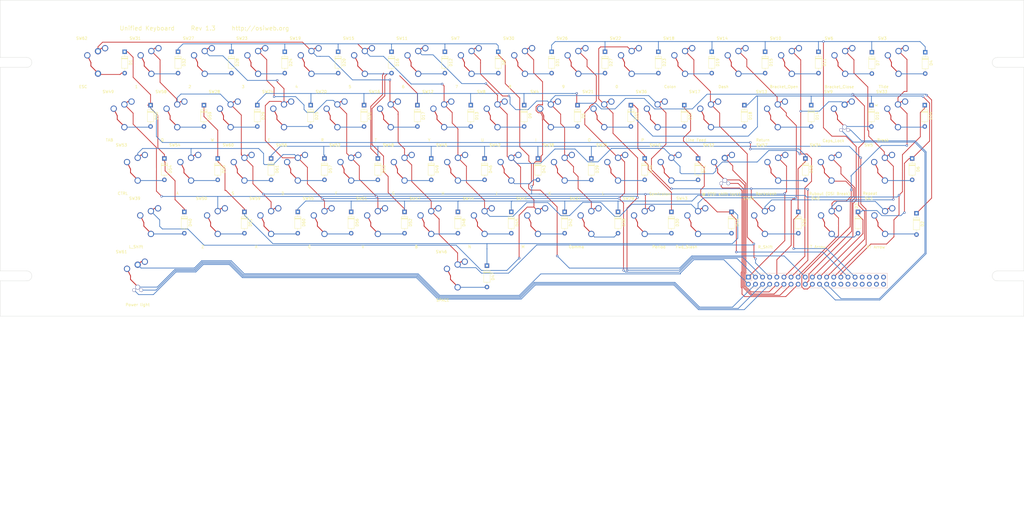
<source format=kicad_pcb>
(kicad_pcb (version 20171130) (host pcbnew "(5.1.5-0-10_14)")
  (title_block (title "Unified Retro Keyboard") (date 2019-08-25) (rev 1.3) (company OSIWeb.org) (comment 1 "Key matrix w/ LED"))
  (layers (0 F.Cu signal) (31 B.Cu signal) (34 B.Paste user) (35 F.Paste user) (36 B.SilkS user) (37 F.SilkS user) (38 B.Mask user) (39 F.Mask user) (44 Edge.Cuts user))
  (net 0 "")
  (net 1 /Row3)
  (net 2 /Row0)
  (net 3 /Row1)
  (net 4 "Net-(D5-Pad2)")
  (net 5 "Net-(D7-Pad2)")
  (net 6 "Net-(D8-Pad2)")
  (net 7 "Net-(D9-Pad2)")
  (net 8 "Net-(D10-Pad2)")
  (net 9 "Net-(D11-Pad2)")
  (net 10 "Net-(D12-Pad2)")
  (net 11 "Net-(D13-Pad2)")
  (net 12 "Net-(D14-Pad2)")
  (net 13 "Net-(D15-Pad2)")
  (net 14 "Net-(D16-Pad2)")
  (net 15 "Net-(D18-Pad2)")
  (net 16 "Net-(D19-Pad2)")
  (net 17 "Net-(D20-Pad2)")
  (net 18 "Net-(D22-Pad2)")
  (net 19 "Net-(D23-Pad2)")
  (net 20 "Net-(D24-Pad2)")
  (net 21 "Net-(D25-Pad2)")
  (net 22 "Net-(D26-Pad2)")
  (net 23 "Net-(D27-Pad2)")
  (net 24 "Net-(D28-Pad2)")
  (net 25 "Net-(D29-Pad2)")
  (net 26 "Net-(D30-Pad2)")
  (net 27 "Net-(D31-Pad2)")
  (net 28 "Net-(D32-Pad2)")
  (net 29 "Net-(D34-Pad2)")
  (net 30 "Net-(D36-Pad2)")
  (net 31 /Row4)
  (net 32 /Row5)
  (net 33 /Row7)
  (net 34 "Net-(D41-Pad2)")
  (net 35 "Net-(D42-Pad2)")
  (net 36 "Net-(D43-Pad2)")
  (net 37 "Net-(D45-Pad2)")
  (net 38 "Net-(D46-Pad2)")
  (net 39 "Net-(D47-Pad2)")
  (net 40 "Net-(D48-Pad2)")
  (net 41 "Net-(D49-Pad2)")
  (net 42 "Net-(D50-Pad2)")
  (net 43 "Net-(D51-Pad2)")
  (net 44 "Net-(D52-Pad2)")
  (net 45 "Net-(D53-Pad2)")
  (net 46 "Net-(D54-Pad2)")
  (net 47 "Net-(D55-Pad2)")
  (net 48 "Net-(D56-Pad2)")
  (net 49 "Net-(D57-Pad2)")
  (net 50 "Net-(D58-Pad2)")
  (net 51 "Net-(D59-Pad2)")
  (net 52 "Net-(D60-Pad2)")
  (net 53 "Net-(D61-Pad2)")
  (net 54 /Col0)
  (net 55 /Col1)
  (net 56 /Col2)
  (net 57 /Col3)
  (net 58 /Col4)
  (net 59 /Col5)
  (net 60 /Col6)
  (net 61 /Col7)
  (net 62 /Row6)
  (net 63 /Row2)
  (net 64 "Net-(J1-Pad40)")
  (net 65 "Net-(J1-Pad39)")
  (net 66 "Net-(J1-Pad38)")
  (net 67 "Net-(J1-Pad37)")
  (net 68 "Net-(J1-Pad36)")
  (net 69 "Net-(J1-Pad35)")
  (net 70 "Net-(J1-Pad34)")
  (net 71 "Net-(J1-Pad33)")
  (net 72 "Net-(D2-Pad2)")
  (net 73 "Net-(D3-Pad2)")
  (net 74 "Net-(D4-Pad2)")
  (net 75 "Net-(D6-Pad2)")
  (net 76 "Net-(D17-Pad2)")
  (net 77 "Net-(D21-Pad2)")
  (net 78 "Net-(D37-Pad2)")
  (net 79 "Net-(D38-Pad2)")
  (net 80 "Net-(D39-Pad2)")
  (net 81 "Net-(D40-Pad2)")
  (net 82 "Net-(D44-Pad2)")
  (net 83 "Net-(J1-Pad6)")
  (net 84 "Net-(J1-Pad8)")
  (net 85 "Net-(J1-Pad10)")
  (net 86 "Net-(J1-Pad12)")
  (net 87 "Net-(J1-Pad14)")
  (net 88 "Net-(J1-Pad16)")
  (net 89 "Net-(J1-Pad18)")
  (net 90 "Net-(J1-Pad20)")
  (net 91 "Net-(J1-Pad22)")
  (net 92 "Net-(J1-Pad24)")
  (net 93 "Net-(J1-Pad26)")
  (net 94 "Net-(J1-Pad28)")
  (net 95 "Net-(J1-Pad30)")
  (net 96 "Net-(J1-Pad32)")
  (net 97 "Net-(J1-Pad2)")
  (net 98 "Net-(J1-Pad4)")
  (net 99 "Net-(D1-Pad2)")
  (module unikbd:Key_MX (layer F.Cu) (at 68.57238 89.79916)
    (fp_text reference SW62 (at -5.7912 -8.6106) (layer F.SilkS))
    (fp_text value ESC (at -5.334 8.6614) (layer F.SilkS))
    (fp_line (start 1.27 -5.08) (end 0.7366 -4.6736) (layer F.Cu) (width 0.3048))
    (fp_line (start 1.651 -5.08) (end 1.27 -5.08) (layer F.Cu) (width 0.3048))
    (fp_line (start -2.54 1.27) (end 0 3.81) (layer F.Cu) (width 0.3048))
    (fp_line (start -2.54 0) (end -2.54 1.27) (layer F.Cu) (width 0.3048))
    (fp_line (start -3.81 -2.54) (end -2.54 0) (layer F.Cu) (width 0.3048))
    (pad 2 thru_hole circle (at 0 4.0005) (size 2.2352 2.2352) (drill 1.397) (layers *.Cu *.Mask) (net 99 "Net-(D1-Pad2)"))
    (pad 1 thru_hole circle (at 0 -4.0005) (size 2.2352 2.2352) (drill 1.397) (layers *.Cu *.Mask) (net 58 /Col4))
    (pad 3 thru_hole circle (at 2.54 -5.08) (size 2.2352 2.2352) (drill 1.5748) (layers *.Cu *.Mask))
    (pad "" np_thru_hole circle (at -5.08 0) (size 1.7018 1.7018) (drill 1.7018) (layers *.Cu *.Mask))
    (pad "" np_thru_hole circle (at 5.08 0) (size 1.7018 1.7018) (drill 1.7018) (layers *.Cu *.Mask))
    (pad "" np_thru_hole circle (at 0 0) (size 3.9878 3.9878) (drill 3.9878) (layers *.Cu *.Mask))
    (pad 4 thru_hole circle (at -3.81 -2.54) (size 2.2352 2.2352) (drill 1.5748) (layers *.Cu *.Mask))
  )
  (module Diode_THT:D_DO-35_SOD27_P7.62mm_Horizontal (layer F.Cu) (at 78.09738 85.98916 270)
    (fp_text reference D1 (at 3.81 -2.12 90) (layer F.SilkS))
    (fp_text value 1N4148)
    (pad 2 thru_hole oval (at 7.62 0 270) (size 1.6 1.6) (drill 0.8) (layers *.Cu *.Mask) (net 99 "Net-(D1-Pad2)"))
    (pad 1 thru_hole rect (at 0 0 270) (size 1.6 1.6) (drill 0.8) (layers *.Cu *.Mask) (net 2 /Row0))
  )
  (module MountingHole:MountingHole_3.5mm (layer F.Cu) (at 306.79898 73.13676)
    (fp_text reference OSI hide)
    (fp_text value MountingHole_3.5mm hide)
    (pad "" np_thru_hole circle (at 0 0) (size 3 3) (drill 3) (layers *.Cu *.Mask))
  )
  (module MountingHole:MountingHole_3.5mm (layer F.Cu) (at 87.08898 73.13676)
    (fp_text reference OSI hide)
    (fp_text value MountingHole_3.5mm hide)
    (pad "" np_thru_hole circle (at 0 0) (size 3 3) (drill 3) (layers *.Cu *.Mask))
  )
  (module MountingHole:MountingHole_3.5mm (layer F.Cu) (at 196.94398 73.13676)
    (fp_text reference OSI hide)
    (fp_text value MountingHole_3.5mm hide)
    (pad "" np_thru_hole circle (at 0 0) (size 3 3) (drill 3) (layers *.Cu *.Mask))
  )
  (module MountingHole:MountingHole_3.5mm (layer F.Cu) (at 110.96498 166.48176)
    (fp_text reference OSI hide)
    (fp_text value MountingHole_3.5mm hide)
    (pad "" np_thru_hole circle (at 0 0) (size 3 3) (drill 3) (layers *.Cu *.Mask))
  )
  (module MountingHole:MountingHole_3.5mm (layer F.Cu) (at 282.92298 166.48176)
    (fp_text reference OSI hide)
    (fp_text value MountingHole_3.5mm hide)
    (pad "" np_thru_hole circle (at 0 0) (size 3 3) (drill 3) (layers *.Cu *.Mask))
  )
  (module unikbd:Key_MX_LED (layer F.Cu) (at 292.29558 127.89916)
    (fp_text reference SW32 (at -5.7912 -8.6106) (layer F.SilkS))
    (fp_text value "@ (OSI shift lock)" (at -1.27 8.89) (layer F.SilkS))
    (fp_line (start 1.27 -5.08) (end 0.7366 -4.6736) (layer F.Cu) (width 0.3048))
    (fp_line (start 1.651 -5.08) (end 1.27 -5.08) (layer F.Cu) (width 0.3048))
    (fp_line (start -2.54 1.27) (end 0 3.81) (layer F.Cu) (width 0.3048))
    (fp_line (start -2.54 0) (end -2.54 1.27) (layer F.Cu) (width 0.3048))
    (fp_line (start -3.81 -2.54) (end -2.54 0) (layer F.Cu) (width 0.3048))
    (pad 3 thru_hole circle (at -1.27 5.08) (size 1.27 1.27) (drill 1.0668) (layers *.Cu *.Mask) (net 88 "Net-(J1-Pad16)"))
    (pad 4 thru_hole circle (at 1.27 5.08) (size 1.27 1.27) (drill 1.0668) (layers *.Cu *.Mask) (net 87 "Net-(J1-Pad14)"))
    (pad 2 thru_hole circle (at 0 4.0005) (size 1.651 1.651) (drill 1.397) (layers *.Cu *.Mask) (net 86 "Net-(J1-Pad12)"))
    (pad 1 thru_hole circle (at 0 -4.0005) (size 2.2352 2.2352) (drill 1.397) (layers *.Cu *.Mask) (net 85 "Net-(J1-Pad10)"))
    (pad 6 thru_hole circle (at 2.54 -5.08) (size 2.2352 2.2352) (drill 1.5748) (layers *.Cu *.Mask))
    (pad "" np_thru_hole circle (at -5.08 0) (size 1.7018 1.7018) (drill 1.7018) (layers *.Cu *.Mask))
    (pad "" np_thru_hole circle (at 5.08 0) (size 1.7018 1.7018) (drill 1.7018) (layers *.Cu *.Mask))
    (pad "" np_thru_hole circle (at 0 0) (size 3.9878 3.9878) (drill 3.9878) (layers *.Cu *.Mask))
    (pad 5 thru_hole circle (at -3.81 -2.54) (size 2.2352 2.2352) (drill 1.5748) (layers *.Cu *.Mask))
  )
  (module unikbd:Key_MX_LED (layer F.Cu) (at 335.06918 108.84916)
    (fp_text reference SW9 (at -5.7912 -8.6106) (layer F.SilkS))
    (fp_text value Caps_Lock (at -3.98018 8.87984) (layer F.SilkS))
    (fp_line (start 1.27 -5.08) (end 0.7366 -4.6736) (layer F.Cu) (width 0.3048))
    (fp_line (start 1.651 -5.08) (end 1.27 -5.08) (layer F.Cu) (width 0.3048))
    (fp_line (start -2.54 1.27) (end 0 3.81) (layer F.Cu) (width 0.3048))
    (fp_line (start -2.54 0) (end -2.54 1.27) (layer F.Cu) (width 0.3048))
    (fp_line (start -3.81 -2.54) (end -2.54 0) (layer F.Cu) (width 0.3048))
    (pad 3 thru_hole circle (at -1.27 5.08) (size 1.27 1.27) (drill 1.0668) (layers *.Cu *.Mask) (net 92 "Net-(J1-Pad24)"))
    (pad 4 thru_hole circle (at 1.27 5.08) (size 1.27 1.27) (drill 1.0668) (layers *.Cu *.Mask) (net 91 "Net-(J1-Pad22)"))
    (pad 2 thru_hole circle (at 0 4.0005) (size 1.651 1.651) (drill 1.397) (layers *.Cu *.Mask) (net 8 "Net-(D10-Pad2)"))
    (pad 1 thru_hole circle (at 0 -4.0005) (size 2.2352 2.2352) (drill 1.397) (layers *.Cu *.Mask) (net 56 /Col2))
    (pad 6 thru_hole circle (at 2.54 -5.08) (size 2.2352 2.2352) (drill 1.5748) (layers *.Cu *.Mask))
    (pad "" np_thru_hole circle (at -5.08 0) (size 1.7018 1.7018) (drill 1.7018) (layers *.Cu *.Mask))
    (pad "" np_thru_hole circle (at 5.08 0) (size 1.7018 1.7018) (drill 1.7018) (layers *.Cu *.Mask))
    (pad "" np_thru_hole circle (at 0 0) (size 3.9878 3.9878) (drill 3.9878) (layers *.Cu *.Mask))
    (pad 5 thru_hole circle (at -3.81 -2.54) (size 2.2352 2.2352) (drill 1.5748) (layers *.Cu *.Mask))
  )
  (module Diode_THT:D_DO-35_SOD27_P7.62mm_Horizontal (layer F.Cu) (at 344.63482 105.03916 270)
    (fp_text reference D10 (at 3.81 -2.12 90) (layer F.SilkS))
    (fp_text value 1N4148)
    (fp_text user K (at 0 -1.8 90) (layer F.SilkS))
    (pad 2 thru_hole oval (at 7.62 0 270) (size 1.6 1.6) (drill 0.8) (layers *.Cu *.Mask) (net 8 "Net-(D10-Pad2)"))
    (pad 1 thru_hole rect (at 0 0 270) (size 1.6 1.6) (drill 0.8) (layers *.Cu *.Mask) (net 32 /Row5))
  )
  (module unikbd:Key_MX_LED (layer F.Cu) (at 82.74558 165.99916)
    (fp_text reference SW61 (at -5.7912 -8.6106) (layer F.SilkS))
    (fp_text value "Power light" (at -0.04318 10.27684) (layer F.SilkS))
    (fp_line (start 1.27 -5.08) (end 0.7366 -4.6736) (layer F.Cu) (width 0.3048))
    (fp_line (start 1.651 -5.08) (end 1.27 -5.08) (layer F.Cu) (width 0.3048))
    (fp_line (start -2.54 1.27) (end 0 3.81) (layer F.Cu) (width 0.3048))
    (fp_line (start -2.54 0) (end -2.54 1.27) (layer F.Cu) (width 0.3048))
    (fp_line (start -3.81 -2.54) (end -2.54 0) (layer F.Cu) (width 0.3048))
    (pad 3 thru_hole circle (at -1.27 5.08) (size 1.27 1.27) (drill 1.0668) (layers *.Cu *.Mask) (net 84 "Net-(J1-Pad8)"))
    (pad 4 thru_hole circle (at 1.27 5.08) (size 1.27 1.27) (drill 1.0668) (layers *.Cu *.Mask) (net 83 "Net-(J1-Pad6)"))
    (pad 2 thru_hole circle (at 0 4.0005) (size 1.651 1.651) (drill 1.397) (layers *.Cu *.Mask) (net 98 "Net-(J1-Pad4)"))
    (pad 1 thru_hole circle (at 0 -4.0005) (size 2.2352 2.2352) (drill 1.397) (layers *.Cu *.Mask) (net 97 "Net-(J1-Pad2)"))
    (pad 6 thru_hole circle (at 2.54 -5.08) (size 2.2352 2.2352) (drill 1.5748) (layers *.Cu *.Mask))
    (pad "" np_thru_hole circle (at -5.08 0) (size 1.7018 1.7018) (drill 1.7018) (layers *.Cu *.Mask))
    (pad "" np_thru_hole circle (at 5.08 0) (size 1.7018 1.7018) (drill 1.7018) (layers *.Cu *.Mask))
    (pad "" np_thru_hole circle (at 0 0) (size 3.9878 3.9878) (drill 3.9878) (layers *.Cu *.Mask))
    (pad 5 thru_hole circle (at -3.81 -2.54) (size 2.2352 2.2352) (drill 1.5748) (layers *.Cu *.Mask))
  )
  (module MountingHole:MountingHole_3.5mm (layer F.Cu) (at 263.61898 174.25416)
    (fp_text reference REF** hide)
    (fp_text value MountingHole_3.5mm hide)
    (pad "" np_thru_hole circle (at 0 0) (size 3.9878 3.9878) (drill 3.9878) (layers *.Cu *.Mask))
  )
  (module MountingHole:MountingHole_3.5mm (layer F.Cu) (at 263.61898 159.01416)
    (fp_text reference REF** hide)
    (fp_text value MountingHole_3.5mm hide)
    (pad "" np_thru_hole circle (at 0 0) (size 3.048 3.048) (drill 3.048) (layers *.Cu *.Mask))
  )
  (module MountingHole:MountingHole_3.5mm (layer F.Cu) (at 165.19398 176.15916)
    (fp_text reference OSI hide)
    (fp_text value MountingHole_3.5mm hide)
    (pad "" np_thru_hole circle (at 0 0) (size 3 3) (drill 3) (layers *.Cu *.Mask))
  )
  (module MountingHole:MountingHole_3.5mm (layer F.Cu) (at 228.69398 176.15916)
    (fp_text reference OSI hide)
    (fp_text value MountingHole_3.5mm hide)
    (pad "" np_thru_hole circle (at 0 0) (size 3 3) (drill 3) (layers *.Cu *.Mask))
  )
  (module MountingHole:MountingHole_3.5mm (layer F.Cu) (at 130.26898 174.25416)
    (fp_text reference Stabilizer hide)
    (fp_text value MountingHole_3.5mm hide)
    (pad "" np_thru_hole circle (at 0 0) (size 3.9878 3.9878) (drill 3.9878) (layers *.Cu *.Mask))
  )
  (module MountingHole:MountingHole_3.5mm (layer F.Cu) (at 130.26898 159.01416)
    (fp_text reference Stabilizer hide)
    (fp_text value MountingHole_3.5mm hide)
    (pad "" np_thru_hole circle (at 0 0) (size 3.048 3.048) (drill 3.048) (layers *.Cu *.Mask))
  )
  (module MountingHole:MountingHole_3.5mm (layer F.Cu) (at 67.31 171.45)
    (fp_text reference REF** hide)
    (fp_text value MountingHole_3.5mm hide)
    (pad 1 np_thru_hole circle (at 0 0) (size 3.5 3.5) (drill 3.5) (layers *.Cu *.Mask))
  )
  (module MountingHole:MountingHole_3.5mm (layer F.Cu) (at 102.6795 171.45)
    (fp_text reference REF** hide)
    (fp_text value MountingHole_3.5mm hide)
    (pad 1 np_thru_hole circle (at 0 0) (size 3.5 3.5) (drill 3.5) (layers *.Cu *.Mask))
  )
  (module MountingHole:MountingHole_3.5mm (layer F.Cu) (at 289.687 171.45)
    (fp_text reference REF** hide)
    (fp_text value MountingHole_3.5mm hide)
    (pad 1 np_thru_hole circle (at 0 0) (size 3.5 3.5) (drill 3.5) (layers *.Cu *.Mask))
  )
  (module MountingHole:MountingHole_3.5mm (layer F.Cu) (at 358.14 171.45)
    (fp_text reference REF** hide)
    (fp_text value MountingHole_3.5mm hide)
    (pad 1 np_thru_hole circle (at 0 0) (size 3.5 3.5) (drill 3.5) (layers *.Cu *.Mask))
  )
  (module MountingHole:MountingHole_3.5mm (layer F.Cu) (at 364.49 77.47)
    (fp_text reference REF** hide)
    (fp_text value MountingHole_3.5mm hide)
    (pad 1 np_thru_hole circle (at 0 0) (size 3.5 3.5) (drill 3.5) (layers *.Cu *.Mask))
  )
  (module MountingHole:MountingHole_3.5mm (layer F.Cu) (at 348.9706 77.47)
    (fp_text reference REF** hide)
    (fp_text value MountingHole_3.5mm hide)
    (pad 1 np_thru_hole circle (at 0 0) (size 3.5 3.5) (drill 3.5) (layers *.Cu *.Mask))
  )
  (module MountingHole:MountingHole_3.5mm (layer F.Cu) (at 300.7106 77.47)
    (fp_text reference REF** hide)
    (fp_text value MountingHole_3.5mm hide)
    (pad 1 np_thru_hole circle (at 0 0) (size 3.5 3.5) (drill 3.5) (layers *.Cu *.Mask))
  )
  (module MountingHole:MountingHole_3.5mm (layer F.Cu) (at 290.83 77.47)
    (fp_text reference REF** hide)
    (fp_text value MountingHole_3.5mm hide)
    (pad 1 np_thru_hole circle (at 0 0) (size 3.5 3.5) (drill 3.5) (layers *.Cu *.Mask))
  )
  (module MountingHole:MountingHole_3.5mm (layer F.Cu) (at 217.17 77.47)
    (fp_text reference REF** hide)
    (fp_text value MountingHole_3.5mm hide)
    (pad 1 np_thru_hole circle (at 0 0) (size 3.5 3.5) (drill 3.5) (layers *.Cu *.Mask))
  )
  (module MountingHole:MountingHole_3.5mm (layer F.Cu) (at 143.51 77.47)
    (fp_text reference REF** hide)
    (fp_text value MountingHole_3.5mm hide)
    (pad 1 np_thru_hole circle (at 0 0) (size 3.5 3.5) (drill 3.5) (layers *.Cu *.Mask))
  )
  (module MountingHole:MountingHole_3.5mm (layer F.Cu) (at 67.31 77.47)
    (fp_text reference REF** hide)
    (fp_text value MountingHole_3.5mm hide)
    (pad 1 np_thru_hole circle (at 0 0) (size 3.5 3.5) (drill 3.5) (layers *.Cu *.Mask))
  )
  (module unikbd:Key_MX (layer F.Cu) (at 196.94398 165.99916)
    (fp_text reference SW46 (at -5.7912 -8.6106) (layer F.SilkS))
    (fp_text value SPACE (at -5.334 8.6614) (layer F.SilkS))
    (fp_line (start 1.27 -5.08) (end 0.7366 -4.6736) (layer F.Cu) (width 0.3048))
    (fp_line (start 1.651 -5.08) (end 1.27 -5.08) (layer F.Cu) (width 0.3048))
    (fp_line (start -2.54 1.27) (end 0 3.81) (layer F.Cu) (width 0.3048))
    (fp_line (start -2.54 0) (end -2.54 1.27) (layer F.Cu) (width 0.3048))
    (fp_line (start -3.81 -2.54) (end -2.54 0) (layer F.Cu) (width 0.3048))
    (pad 4 thru_hole circle (at -3.81 -2.54) (size 2.2352 2.2352) (drill 1.5748) (layers *.Cu *.Mask))
    (pad "" np_thru_hole circle (at 0 0) (size 3.9878 3.9878) (drill 3.9878) (layers *.Cu *.Mask))
    (pad "" np_thru_hole circle (at 5.08 0) (size 1.7018 1.7018) (drill 1.7018) (layers *.Cu *.Mask))
    (pad "" np_thru_hole circle (at -5.08 0) (size 1.7018 1.7018) (drill 1.7018) (layers *.Cu *.Mask))
    (pad 3 thru_hole circle (at 2.54 -5.08) (size 2.2352 2.2352) (drill 1.5748) (layers *.Cu *.Mask))
    (pad 1 thru_hole circle (at 0 -4.064) (size 2.2352 2.2352) (drill 1.5748) (layers *.Cu *.Mask) (net 58 /Col4))
    (pad 2 thru_hole circle (at 0 4.064) (size 2.2352 2.2352) (drill 1.5748) (layers *.Cu *.Mask) (net 39 "Net-(D47-Pad2)"))
  )
  (module unikbd:Key_MX (layer F.Cu) (at 244.67058 146.94916)
    (fp_text reference SW37 (at -5.7912 -8.6106) (layer F.SilkS))
    (fp_text value Comma (at -5.334 8.6614) (layer F.SilkS))
    (fp_line (start 1.27 -5.08) (end 0.7366 -4.6736) (layer F.Cu) (width 0.3048))
    (fp_line (start 1.651 -5.08) (end 1.27 -5.08) (layer F.Cu) (width 0.3048))
    (fp_line (start -2.54 1.27) (end 0 3.81) (layer F.Cu) (width 0.3048))
    (fp_line (start -2.54 0) (end -2.54 1.27) (layer F.Cu) (width 0.3048))
    (fp_line (start -3.81 -2.54) (end -2.54 0) (layer F.Cu) (width 0.3048))
    (pad 4 thru_hole circle (at -3.81 -2.54) (size 2.2352 2.2352) (drill 1.5748) (layers *.Cu *.Mask))
    (pad "" np_thru_hole circle (at 0 0) (size 3.9878 3.9878) (drill 3.9878) (layers *.Cu *.Mask))
    (pad "" np_thru_hole circle (at 5.08 0) (size 1.7018 1.7018) (drill 1.7018) (layers *.Cu *.Mask))
    (pad "" np_thru_hole circle (at -5.08 0) (size 1.7018 1.7018) (drill 1.7018) (layers *.Cu *.Mask))
    (pad 3 thru_hole circle (at 2.54 -5.08) (size 2.2352 2.2352) (drill 1.5748) (layers *.Cu *.Mask))
    (pad 1 thru_hole circle (at 0 -4.064) (size 2.2352 2.2352) (drill 1.5748) (layers *.Cu *.Mask) (net 55 /Col1))
    (pad 2 thru_hole circle (at 0 4.064) (size 2.2352 2.2352) (drill 1.5748) (layers *.Cu *.Mask) (net 79 "Net-(D38-Pad2)"))
  )
  (module unikbd:Key_MX (layer F.Cu) (at 87.62238 89.79916)
    (fp_text reference SW31 (at -5.7912 -8.6106) (layer F.SilkS))
    (fp_text value 1 (at -5.334 8.6614) (layer F.SilkS))
    (fp_line (start 1.27 -5.08) (end 0.7366 -4.6736) (layer F.Cu) (width 0.3048))
    (fp_line (start 1.651 -5.08) (end 1.27 -5.08) (layer F.Cu) (width 0.3048))
    (fp_line (start -2.54 1.27) (end 0 3.81) (layer F.Cu) (width 0.3048))
    (fp_line (start -2.54 0) (end -2.54 1.27) (layer F.Cu) (width 0.3048))
    (fp_line (start -3.81 -2.54) (end -2.54 0) (layer F.Cu) (width 0.3048))
    (pad 4 thru_hole circle (at -3.81 -2.54) (size 2.2352 2.2352) (drill 1.5748) (layers *.Cu *.Mask))
    (pad "" np_thru_hole circle (at 0 0) (size 3.9878 3.9878) (drill 3.9878) (layers *.Cu *.Mask))
    (pad "" np_thru_hole circle (at 5.08 0) (size 1.7018 1.7018) (drill 1.7018) (layers *.Cu *.Mask))
    (pad "" np_thru_hole circle (at -5.08 0) (size 1.7018 1.7018) (drill 1.7018) (layers *.Cu *.Mask))
    (pad 3 thru_hole circle (at 2.54 -5.08) (size 2.2352 2.2352) (drill 1.5748) (layers *.Cu *.Mask))
    (pad 1 thru_hole circle (at 0 -4.064) (size 2.2352 2.2352) (drill 1.5748) (layers *.Cu *.Mask) (net 61 /Col7))
    (pad 2 thru_hole circle (at 0 4.064) (size 2.2352 2.2352) (drill 1.5748) (layers *.Cu *.Mask) (net 28 "Net-(D32-Pad2)"))
  )
  (module unikbd:Key_MX (layer F.Cu) (at 220.97238 89.79916)
    (fp_text reference SW30 (at -5.7912 -8.6106) (layer F.SilkS))
    (fp_text value 8 (at -5.334 8.6614) (layer F.SilkS))
    (fp_line (start 1.27 -5.08) (end 0.7366 -4.6736) (layer F.Cu) (width 0.3048))
    (fp_line (start 1.651 -5.08) (end 1.27 -5.08) (layer F.Cu) (width 0.3048))
    (fp_line (start -2.54 1.27) (end 0 3.81) (layer F.Cu) (width 0.3048))
    (fp_line (start -2.54 0) (end -2.54 1.27) (layer F.Cu) (width 0.3048))
    (fp_line (start -3.81 -2.54) (end -2.54 0) (layer F.Cu) (width 0.3048))
    (pad 4 thru_hole circle (at -3.81 -2.54) (size 2.2352 2.2352) (drill 1.5748) (layers *.Cu *.Mask))
    (pad "" np_thru_hole circle (at 0 0) (size 3.9878 3.9878) (drill 3.9878) (layers *.Cu *.Mask))
    (pad "" np_thru_hole circle (at 5.08 0) (size 1.7018 1.7018) (drill 1.7018) (layers *.Cu *.Mask))
    (pad "" np_thru_hole circle (at -5.08 0) (size 1.7018 1.7018) (drill 1.7018) (layers *.Cu *.Mask))
    (pad 3 thru_hole circle (at 2.54 -5.08) (size 2.2352 2.2352) (drill 1.5748) (layers *.Cu *.Mask))
    (pad 1 thru_hole circle (at 0 -4.064) (size 2.2352 2.2352) (drill 1.5748) (layers *.Cu *.Mask) (net 61 /Col7))
    (pad 2 thru_hole circle (at 0 4.064) (size 2.2352 2.2352) (drill 1.5748) (layers *.Cu *.Mask) (net 27 "Net-(D31-Pad2)"))
  )
  (module unikbd:Key_MX (layer F.Cu) (at 263.72058 146.94916)
    (fp_text reference SW29 (at -5.7912 -8.6106) (layer F.SilkS))
    (fp_text value Period (at 5.07492 8.68934) (layer F.SilkS))
    (fp_line (start 1.27 -5.08) (end 0.7366 -4.6736) (layer F.Cu) (width 0.3048))
    (fp_line (start 1.651 -5.08) (end 1.27 -5.08) (layer F.Cu) (width 0.3048))
    (fp_line (start -2.54 1.27) (end 0 3.81) (layer F.Cu) (width 0.3048))
    (fp_line (start -2.54 0) (end -2.54 1.27) (layer F.Cu) (width 0.3048))
    (fp_line (start -3.81 -2.54) (end -2.54 0) (layer F.Cu) (width 0.3048))
    (pad 4 thru_hole circle (at -3.81 -2.54) (size 2.2352 2.2352) (drill 1.5748) (layers *.Cu *.Mask))
    (pad "" np_thru_hole circle (at 0 0) (size 3.9878 3.9878) (drill 3.9878) (layers *.Cu *.Mask))
    (pad "" np_thru_hole circle (at 5.08 0) (size 1.7018 1.7018) (drill 1.7018) (layers *.Cu *.Mask))
    (pad "" np_thru_hole circle (at -5.08 0) (size 1.7018 1.7018) (drill 1.7018) (layers *.Cu *.Mask))
    (pad 3 thru_hole circle (at 2.54 -5.08) (size 2.2352 2.2352) (drill 1.5748) (layers *.Cu *.Mask))
    (pad 1 thru_hole circle (at 0 -4.064) (size 2.2352 2.2352) (drill 1.5748) (layers *.Cu *.Mask) (net 61 /Col7))
    (pad 2 thru_hole circle (at 0 4.064) (size 2.2352 2.2352) (drill 1.5748) (layers *.Cu *.Mask) (net 26 "Net-(D30-Pad2)"))
  )
  (module unikbd:Key_MX (layer F.Cu) (at 115.91798 108.84916)
    (fp_text reference SW28 (at -5.7912 -8.6106) (layer F.SilkS))
    (fp_text value W (at -6.50748 8.62584) (layer F.SilkS))
    (fp_line (start 1.27 -5.08) (end 0.7366 -4.6736) (layer F.Cu) (width 0.3048))
    (fp_line (start 1.651 -5.08) (end 1.27 -5.08) (layer F.Cu) (width 0.3048))
    (fp_line (start -2.54 1.27) (end 0 3.81) (layer F.Cu) (width 0.3048))
    (fp_line (start -2.54 0) (end -2.54 1.27) (layer F.Cu) (width 0.3048))
    (fp_line (start -3.81 -2.54) (end -2.54 0) (layer F.Cu) (width 0.3048))
    (pad 4 thru_hole circle (at -3.81 -2.54) (size 2.2352 2.2352) (drill 1.5748) (layers *.Cu *.Mask))
    (pad "" np_thru_hole circle (at 0 0) (size 3.9878 3.9878) (drill 3.9878) (layers *.Cu *.Mask))
    (pad "" np_thru_hole circle (at 5.08 0) (size 1.7018 1.7018) (drill 1.7018) (layers *.Cu *.Mask))
    (pad "" np_thru_hole circle (at -5.08 0) (size 1.7018 1.7018) (drill 1.7018) (layers *.Cu *.Mask))
    (pad 3 thru_hole circle (at 2.54 -5.08) (size 2.2352 2.2352) (drill 1.5748) (layers *.Cu *.Mask))
    (pad 1 thru_hole circle (at 0 -4.064) (size 2.2352 2.2352) (drill 1.5748) (layers *.Cu *.Mask) (net 61 /Col7))
    (pad 2 thru_hole circle (at 0 4.064) (size 2.2352 2.2352) (drill 1.5748) (layers *.Cu *.Mask) (net 25 "Net-(D29-Pad2)"))
  )
  (module unikbd:Key_MX (layer F.Cu) (at 106.67238 89.79916)
    (fp_text reference SW27 (at -5.7912 -8.6106) (layer F.SilkS))
    (fp_text value 2 (at -5.334 8.6614) (layer F.SilkS))
    (fp_line (start 1.27 -5.08) (end 0.7366 -4.6736) (layer F.Cu) (width 0.3048))
    (fp_line (start 1.651 -5.08) (end 1.27 -5.08) (layer F.Cu) (width 0.3048))
    (fp_line (start -2.54 1.27) (end 0 3.81) (layer F.Cu) (width 0.3048))
    (fp_line (start -2.54 0) (end -2.54 1.27) (layer F.Cu) (width 0.3048))
    (fp_line (start -3.81 -2.54) (end -2.54 0) (layer F.Cu) (width 0.3048))
    (pad 4 thru_hole circle (at -3.81 -2.54) (size 2.2352 2.2352) (drill 1.5748) (layers *.Cu *.Mask))
    (pad "" np_thru_hole circle (at 0 0) (size 3.9878 3.9878) (drill 3.9878) (layers *.Cu *.Mask))
    (pad "" np_thru_hole circle (at 5.08 0) (size 1.7018 1.7018) (drill 1.7018) (layers *.Cu *.Mask))
    (pad "" np_thru_hole circle (at -5.08 0) (size 1.7018 1.7018) (drill 1.7018) (layers *.Cu *.Mask))
    (pad 3 thru_hole circle (at 2.54 -5.08) (size 2.2352 2.2352) (drill 1.5748) (layers *.Cu *.Mask))
    (pad 1 thru_hole circle (at 0 -4.064) (size 2.2352 2.2352) (drill 1.5748) (layers *.Cu *.Mask) (net 60 /Col6))
    (pad 2 thru_hole circle (at 0 4.064) (size 2.2352 2.2352) (drill 1.5748) (layers *.Cu *.Mask) (net 24 "Net-(D28-Pad2)"))
  )
  (module unikbd:Key_MX (layer F.Cu) (at 240.02238 89.79916)
    (fp_text reference SW26 (at -5.7912 -8.6106) (layer F.SilkS))
    (fp_text value 9 (at -5.334 8.6614) (layer F.SilkS))
    (fp_line (start 1.27 -5.08) (end 0.7366 -4.6736) (layer F.Cu) (width 0.3048))
    (fp_line (start 1.651 -5.08) (end 1.27 -5.08) (layer F.Cu) (width 0.3048))
    (fp_line (start -2.54 1.27) (end 0 3.81) (layer F.Cu) (width 0.3048))
    (fp_line (start -2.54 0) (end -2.54 1.27) (layer F.Cu) (width 0.3048))
    (fp_line (start -3.81 -2.54) (end -2.54 0) (layer F.Cu) (width 0.3048))
    (pad 4 thru_hole circle (at -3.81 -2.54) (size 2.2352 2.2352) (drill 1.5748) (layers *.Cu *.Mask))
    (pad "" np_thru_hole circle (at 0 0) (size 3.9878 3.9878) (drill 3.9878) (layers *.Cu *.Mask))
    (pad "" np_thru_hole circle (at 5.08 0) (size 1.7018 1.7018) (drill 1.7018) (layers *.Cu *.Mask))
    (pad "" np_thru_hole circle (at -5.08 0) (size 1.7018 1.7018) (drill 1.7018) (layers *.Cu *.Mask))
    (pad 3 thru_hole circle (at 2.54 -5.08) (size 2.2352 2.2352) (drill 1.5748) (layers *.Cu *.Mask))
    (pad 1 thru_hole circle (at 0 -4.064) (size 2.2352 2.2352) (drill 1.5748) (layers *.Cu *.Mask) (net 60 /Col6))
    (pad 2 thru_hole circle (at 0 4.064) (size 2.2352 2.2352) (drill 1.5748) (layers *.Cu *.Mask) (net 23 "Net-(D27-Pad2)"))
  )
  (module unikbd:Key_MX (layer F.Cu) (at 254.19558 127.89916)
    (fp_text reference SW25 (at -5.7912 -8.6106) (layer F.SilkS))
    (fp_text value L (at -5.334 8.6614) (layer F.SilkS))
    (fp_line (start 1.27 -5.08) (end 0.7366 -4.6736) (layer F.Cu) (width 0.3048))
    (fp_line (start 1.651 -5.08) (end 1.27 -5.08) (layer F.Cu) (width 0.3048))
    (fp_line (start -2.54 1.27) (end 0 3.81) (layer F.Cu) (width 0.3048))
    (fp_line (start -2.54 0) (end -2.54 1.27) (layer F.Cu) (width 0.3048))
    (fp_line (start -3.81 -2.54) (end -2.54 0) (layer F.Cu) (width 0.3048))
    (pad 4 thru_hole circle (at -3.81 -2.54) (size 2.2352 2.2352) (drill 1.5748) (layers *.Cu *.Mask))
    (pad "" np_thru_hole circle (at 0 0) (size 3.9878 3.9878) (drill 3.9878) (layers *.Cu *.Mask))
    (pad "" np_thru_hole circle (at 5.08 0) (size 1.7018 1.7018) (drill 1.7018) (layers *.Cu *.Mask))
    (pad "" np_thru_hole circle (at -5.08 0) (size 1.7018 1.7018) (drill 1.7018) (layers *.Cu *.Mask))
    (pad 3 thru_hole circle (at 2.54 -5.08) (size 2.2352 2.2352) (drill 1.5748) (layers *.Cu *.Mask))
    (pad 1 thru_hole circle (at 0 -4.064) (size 2.2352 2.2352) (drill 1.5748) (layers *.Cu *.Mask) (net 60 /Col6))
    (pad 2 thru_hole circle (at 0 4.064) (size 2.2352 2.2352) (drill 1.5748) (layers *.Cu *.Mask) (net 22 "Net-(D26-Pad2)"))
  )
  (module unikbd:Key_MX (layer F.Cu) (at 134.96798 108.84916)
    (fp_text reference SW24 (at -5.7912 -8.6106) (layer F.SilkS))
    (fp_text value E (at -5.334 8.6614) (layer F.SilkS))
    (fp_line (start 1.27 -5.08) (end 0.7366 -4.6736) (layer F.Cu) (width 0.3048))
    (fp_line (start 1.651 -5.08) (end 1.27 -5.08) (layer F.Cu) (width 0.3048))
    (fp_line (start -2.54 1.27) (end 0 3.81) (layer F.Cu) (width 0.3048))
    (fp_line (start -2.54 0) (end -2.54 1.27) (layer F.Cu) (width 0.3048))
    (fp_line (start -3.81 -2.54) (end -2.54 0) (layer F.Cu) (width 0.3048))
    (pad 4 thru_hole circle (at -3.81 -2.54) (size 2.2352 2.2352) (drill 1.5748) (layers *.Cu *.Mask))
    (pad "" np_thru_hole circle (at 0 0) (size 3.9878 3.9878) (drill 3.9878) (layers *.Cu *.Mask))
    (pad "" np_thru_hole circle (at 5.08 0) (size 1.7018 1.7018) (drill 1.7018) (layers *.Cu *.Mask))
    (pad "" np_thru_hole circle (at -5.08 0) (size 1.7018 1.7018) (drill 1.7018) (layers *.Cu *.Mask))
    (pad 3 thru_hole circle (at 2.54 -5.08) (size 2.2352 2.2352) (drill 1.5748) (layers *.Cu *.Mask))
    (pad 1 thru_hole circle (at 0 -4.064) (size 2.2352 2.2352) (drill 1.5748) (layers *.Cu *.Mask) (net 60 /Col6))
    (pad 2 thru_hole circle (at 0 4.064) (size 2.2352 2.2352) (drill 1.5748) (layers *.Cu *.Mask) (net 21 "Net-(D25-Pad2)"))
  )
  (module unikbd:Key_MX (layer F.Cu) (at 125.72238 89.79916)
    (fp_text reference SW23 (at -5.7912 -8.6106) (layer F.SilkS))
    (fp_text value 3 (at -5.334 8.6614) (layer F.SilkS))
    (fp_line (start 1.27 -5.08) (end 0.7366 -4.6736) (layer F.Cu) (width 0.3048))
    (fp_line (start 1.651 -5.08) (end 1.27 -5.08) (layer F.Cu) (width 0.3048))
    (fp_line (start -2.54 1.27) (end 0 3.81) (layer F.Cu) (width 0.3048))
    (fp_line (start -2.54 0) (end -2.54 1.27) (layer F.Cu) (width 0.3048))
    (fp_line (start -3.81 -2.54) (end -2.54 0) (layer F.Cu) (width 0.3048))
    (pad 4 thru_hole circle (at -3.81 -2.54) (size 2.2352 2.2352) (drill 1.5748) (layers *.Cu *.Mask))
    (pad "" np_thru_hole circle (at 0 0) (size 3.9878 3.9878) (drill 3.9878) (layers *.Cu *.Mask))
    (pad "" np_thru_hole circle (at 5.08 0) (size 1.7018 1.7018) (drill 1.7018) (layers *.Cu *.Mask))
    (pad "" np_thru_hole circle (at -5.08 0) (size 1.7018 1.7018) (drill 1.7018) (layers *.Cu *.Mask))
    (pad 3 thru_hole circle (at 2.54 -5.08) (size 2.2352 2.2352) (drill 1.5748) (layers *.Cu *.Mask))
    (pad 1 thru_hole circle (at 0 -4.064) (size 2.2352 2.2352) (drill 1.5748) (layers *.Cu *.Mask) (net 59 /Col5))
    (pad 2 thru_hole circle (at 0 4.064) (size 2.2352 2.2352) (drill 1.5748) (layers *.Cu *.Mask) (net 20 "Net-(D24-Pad2)"))
  )
  (module unikbd:Key_MX (layer F.Cu) (at 259.07238 89.79916)
    (fp_text reference SW22 (at -5.7912 -8.6106) (layer F.SilkS))
    (fp_text value 0 (at -5.334 8.6614) (layer F.SilkS))
    (fp_line (start 1.27 -5.08) (end 0.7366 -4.6736) (layer F.Cu) (width 0.3048))
    (fp_line (start 1.651 -5.08) (end 1.27 -5.08) (layer F.Cu) (width 0.3048))
    (fp_line (start -2.54 1.27) (end 0 3.81) (layer F.Cu) (width 0.3048))
    (fp_line (start -2.54 0) (end -2.54 1.27) (layer F.Cu) (width 0.3048))
    (fp_line (start -3.81 -2.54) (end -2.54 0) (layer F.Cu) (width 0.3048))
    (pad 4 thru_hole circle (at -3.81 -2.54) (size 2.2352 2.2352) (drill 1.5748) (layers *.Cu *.Mask))
    (pad "" np_thru_hole circle (at 0 0) (size 3.9878 3.9878) (drill 3.9878) (layers *.Cu *.Mask))
    (pad "" np_thru_hole circle (at 5.08 0) (size 1.7018 1.7018) (drill 1.7018) (layers *.Cu *.Mask))
    (pad "" np_thru_hole circle (at -5.08 0) (size 1.7018 1.7018) (drill 1.7018) (layers *.Cu *.Mask))
    (pad 3 thru_hole circle (at 2.54 -5.08) (size 2.2352 2.2352) (drill 1.5748) (layers *.Cu *.Mask))
    (pad 1 thru_hole circle (at 0 -4.064) (size 2.2352 2.2352) (drill 1.5748) (layers *.Cu *.Mask) (net 59 /Col5))
    (pad 2 thru_hole circle (at 0 4.064) (size 2.2352 2.2352) (drill 1.5748) (layers *.Cu *.Mask) (net 19 "Net-(D23-Pad2)"))
  )
  (module unikbd:Key_MX (layer F.Cu) (at 249.26798 108.84916)
    (fp_text reference SW21 (at -5.7912 -8.6106) (layer F.SilkS))
    (fp_text value O (at -5.334 8.6614) (layer F.SilkS))
    (fp_line (start 1.27 -5.08) (end 0.7366 -4.6736) (layer F.Cu) (width 0.3048))
    (fp_line (start 1.651 -5.08) (end 1.27 -5.08) (layer F.Cu) (width 0.3048))
    (fp_line (start -2.54 1.27) (end 0 3.81) (layer F.Cu) (width 0.3048))
    (fp_line (start -2.54 0) (end -2.54 1.27) (layer F.Cu) (width 0.3048))
    (fp_line (start -3.81 -2.54) (end -2.54 0) (layer F.Cu) (width 0.3048))
    (pad 4 thru_hole circle (at -3.81 -2.54) (size 2.2352 2.2352) (drill 1.5748) (layers *.Cu *.Mask))
    (pad "" np_thru_hole circle (at 0 0) (size 3.9878 3.9878) (drill 3.9878) (layers *.Cu *.Mask))
    (pad "" np_thru_hole circle (at 5.08 0) (size 1.7018 1.7018) (drill 1.7018) (layers *.Cu *.Mask))
    (pad "" np_thru_hole circle (at -5.08 0) (size 1.7018 1.7018) (drill 1.7018) (layers *.Cu *.Mask))
    (pad 3 thru_hole circle (at 2.54 -5.08) (size 2.2352 2.2352) (drill 1.5748) (layers *.Cu *.Mask))
    (pad 1 thru_hole circle (at 0 -4.064) (size 2.2352 2.2352) (drill 1.5748) (layers *.Cu *.Mask) (net 59 /Col5))
    (pad 2 thru_hole circle (at 0 4.064) (size 2.2352 2.2352) (drill 1.5748) (layers *.Cu *.Mask) (net 18 "Net-(D22-Pad2)"))
  )
  (module unikbd:Key_MX (layer F.Cu) (at 154.01798 108.84916)
    (fp_text reference SW20 (at -5.7912 -8.6106) (layer F.SilkS))
    (fp_text value R (at -5.334 8.6614) (layer F.SilkS))
    (fp_line (start 1.27 -5.08) (end 0.7366 -4.6736) (layer F.Cu) (width 0.3048))
    (fp_line (start 1.651 -5.08) (end 1.27 -5.08) (layer F.Cu) (width 0.3048))
    (fp_line (start -2.54 1.27) (end 0 3.81) (layer F.Cu) (width 0.3048))
    (fp_line (start -2.54 0) (end -2.54 1.27) (layer F.Cu) (width 0.3048))
    (fp_line (start -3.81 -2.54) (end -2.54 0) (layer F.Cu) (width 0.3048))
    (pad 4 thru_hole circle (at -3.81 -2.54) (size 2.2352 2.2352) (drill 1.5748) (layers *.Cu *.Mask))
    (pad "" np_thru_hole circle (at 0 0) (size 3.9878 3.9878) (drill 3.9878) (layers *.Cu *.Mask))
    (pad "" np_thru_hole circle (at 5.08 0) (size 1.7018 1.7018) (drill 1.7018) (layers *.Cu *.Mask))
    (pad "" np_thru_hole circle (at -5.08 0) (size 1.7018 1.7018) (drill 1.7018) (layers *.Cu *.Mask))
    (pad 3 thru_hole circle (at 2.54 -5.08) (size 2.2352 2.2352) (drill 1.5748) (layers *.Cu *.Mask))
    (pad 1 thru_hole circle (at 0 -4.064) (size 2.2352 2.2352) (drill 1.5748) (layers *.Cu *.Mask) (net 59 /Col5))
    (pad 2 thru_hole circle (at 0 4.064) (size 2.2352 2.2352) (drill 1.5748) (layers *.Cu *.Mask) (net 77 "Net-(D21-Pad2)"))
  )
  (module unikbd:Key_MX (layer F.Cu) (at 144.77238 89.79916)
    (fp_text reference SW19 (at -5.7912 -8.6106) (layer F.SilkS))
    (fp_text value 4 (at -5.334 8.6614) (layer F.SilkS))
    (fp_line (start 1.27 -5.08) (end 0.7366 -4.6736) (layer F.Cu) (width 0.3048))
    (fp_line (start 1.651 -5.08) (end 1.27 -5.08) (layer F.Cu) (width 0.3048))
    (fp_line (start -2.54 1.27) (end 0 3.81) (layer F.Cu) (width 0.3048))
    (fp_line (start -2.54 0) (end -2.54 1.27) (layer F.Cu) (width 0.3048))
    (fp_line (start -3.81 -2.54) (end -2.54 0) (layer F.Cu) (width 0.3048))
    (pad 4 thru_hole circle (at -3.81 -2.54) (size 2.2352 2.2352) (drill 1.5748) (layers *.Cu *.Mask))
    (pad "" np_thru_hole circle (at 0 0) (size 3.9878 3.9878) (drill 3.9878) (layers *.Cu *.Mask))
    (pad "" np_thru_hole circle (at 5.08 0) (size 1.7018 1.7018) (drill 1.7018) (layers *.Cu *.Mask))
    (pad "" np_thru_hole circle (at -5.08 0) (size 1.7018 1.7018) (drill 1.7018) (layers *.Cu *.Mask))
    (pad 3 thru_hole circle (at 2.54 -5.08) (size 2.2352 2.2352) (drill 1.5748) (layers *.Cu *.Mask))
    (pad 1 thru_hole circle (at 0 -4.064) (size 2.2352 2.2352) (drill 1.5748) (layers *.Cu *.Mask) (net 58 /Col4))
    (pad 2 thru_hole circle (at 0 4.064) (size 2.2352 2.2352) (drill 1.5748) (layers *.Cu *.Mask) (net 17 "Net-(D20-Pad2)"))
  )
  (module unikbd:Key_MX (layer F.Cu) (at 278.12238 89.79916)
    (fp_text reference SW18 (at -5.7912 -8.6106) (layer F.SilkS))
    (fp_text value Colon (at -5.334 8.6614) (layer F.SilkS))
    (fp_line (start 1.27 -5.08) (end 0.7366 -4.6736) (layer F.Cu) (width 0.3048))
    (fp_line (start 1.651 -5.08) (end 1.27 -5.08) (layer F.Cu) (width 0.3048))
    (fp_line (start -2.54 1.27) (end 0 3.81) (layer F.Cu) (width 0.3048))
    (fp_line (start -2.54 0) (end -2.54 1.27) (layer F.Cu) (width 0.3048))
    (fp_line (start -3.81 -2.54) (end -2.54 0) (layer F.Cu) (width 0.3048))
    (pad 4 thru_hole circle (at -3.81 -2.54) (size 2.2352 2.2352) (drill 1.5748) (layers *.Cu *.Mask))
    (pad "" np_thru_hole circle (at 0 0) (size 3.9878 3.9878) (drill 3.9878) (layers *.Cu *.Mask))
    (pad "" np_thru_hole circle (at 5.08 0) (size 1.7018 1.7018) (drill 1.7018) (layers *.Cu *.Mask))
    (pad "" np_thru_hole circle (at -5.08 0) (size 1.7018 1.7018) (drill 1.7018) (layers *.Cu *.Mask))
    (pad 3 thru_hole circle (at 2.54 -5.08) (size 2.2352 2.2352) (drill 1.5748) (layers *.Cu *.Mask))
    (pad 1 thru_hole circle (at 0 -4.064) (size 2.2352 2.2352) (drill 1.5748) (layers *.Cu *.Mask) (net 58 /Col4))
    (pad 2 thru_hole circle (at 0 4.064) (size 2.2352 2.2352) (drill 1.5748) (layers *.Cu *.Mask) (net 16 "Net-(D19-Pad2)"))
  )
  (module unikbd:Key_MX (layer F.Cu) (at 287.36798 108.84916)
    (fp_text reference SW17 (at -5.7912 -8.6106) (layer F.SilkS))
    (fp_text value "Line Feed" (at -5.334 8.6614) (layer F.SilkS))
    (fp_line (start 1.27 -5.08) (end 0.7366 -4.6736) (layer F.Cu) (width 0.3048))
    (fp_line (start 1.651 -5.08) (end 1.27 -5.08) (layer F.Cu) (width 0.3048))
    (fp_line (start -2.54 1.27) (end 0 3.81) (layer F.Cu) (width 0.3048))
    (fp_line (start -2.54 0) (end -2.54 1.27) (layer F.Cu) (width 0.3048))
    (fp_line (start -3.81 -2.54) (end -2.54 0) (layer F.Cu) (width 0.3048))
    (pad 4 thru_hole circle (at -3.81 -2.54) (size 2.2352 2.2352) (drill 1.5748) (layers *.Cu *.Mask))
    (pad "" np_thru_hole circle (at 0 0) (size 3.9878 3.9878) (drill 3.9878) (layers *.Cu *.Mask))
    (pad "" np_thru_hole circle (at 5.08 0) (size 1.7018 1.7018) (drill 1.7018) (layers *.Cu *.Mask))
    (pad "" np_thru_hole circle (at -5.08 0) (size 1.7018 1.7018) (drill 1.7018) (layers *.Cu *.Mask))
    (pad 3 thru_hole circle (at 2.54 -5.08) (size 2.2352 2.2352) (drill 1.5748) (layers *.Cu *.Mask))
    (pad 1 thru_hole circle (at 0 -4.064) (size 2.2352 2.2352) (drill 1.5748) (layers *.Cu *.Mask) (net 58 /Col4))
    (pad 2 thru_hole circle (at 0 4.064) (size 2.2352 2.2352) (drill 1.5748) (layers *.Cu *.Mask) (net 15 "Net-(D18-Pad2)"))
  )
  (module unikbd:Key_MX (layer F.Cu) (at 173.06798 108.84916)
    (fp_text reference SW16 (at -5.7912 -8.6106) (layer F.SilkS))
    (fp_text value T (at -5.334 8.6614) (layer F.SilkS))
    (fp_line (start 1.27 -5.08) (end 0.7366 -4.6736) (layer F.Cu) (width 0.3048))
    (fp_line (start 1.651 -5.08) (end 1.27 -5.08) (layer F.Cu) (width 0.3048))
    (fp_line (start -2.54 1.27) (end 0 3.81) (layer F.Cu) (width 0.3048))
    (fp_line (start -2.54 0) (end -2.54 1.27) (layer F.Cu) (width 0.3048))
    (fp_line (start -3.81 -2.54) (end -2.54 0) (layer F.Cu) (width 0.3048))
    (pad 4 thru_hole circle (at -3.81 -2.54) (size 2.2352 2.2352) (drill 1.5748) (layers *.Cu *.Mask))
    (pad "" np_thru_hole circle (at 0 0) (size 3.9878 3.9878) (drill 3.9878) (layers *.Cu *.Mask))
    (pad "" np_thru_hole circle (at 5.08 0) (size 1.7018 1.7018) (drill 1.7018) (layers *.Cu *.Mask))
    (pad "" np_thru_hole circle (at -5.08 0) (size 1.7018 1.7018) (drill 1.7018) (layers *.Cu *.Mask))
    (pad 3 thru_hole circle (at 2.54 -5.08) (size 2.2352 2.2352) (drill 1.5748) (layers *.Cu *.Mask))
    (pad 1 thru_hole circle (at 0 -4.064) (size 2.2352 2.2352) (drill 1.5748) (layers *.Cu *.Mask) (net 58 /Col4))
    (pad 2 thru_hole circle (at 0 4.064) (size 2.2352 2.2352) (drill 1.5748) (layers *.Cu *.Mask) (net 76 "Net-(D17-Pad2)"))
  )
  (module unikbd:Key_MX (layer F.Cu) (at 163.82238 89.79916)
    (fp_text reference SW15 (at -5.7912 -8.6106) (layer F.SilkS))
    (fp_text value 5 (at -5.334 8.6614) (layer F.SilkS))
    (fp_line (start 1.27 -5.08) (end 0.7366 -4.6736) (layer F.Cu) (width 0.3048))
    (fp_line (start 1.651 -5.08) (end 1.27 -5.08) (layer F.Cu) (width 0.3048))
    (fp_line (start -2.54 1.27) (end 0 3.81) (layer F.Cu) (width 0.3048))
    (fp_line (start -2.54 0) (end -2.54 1.27) (layer F.Cu) (width 0.3048))
    (fp_line (start -3.81 -2.54) (end -2.54 0) (layer F.Cu) (width 0.3048))
    (pad 4 thru_hole circle (at -3.81 -2.54) (size 2.2352 2.2352) (drill 1.5748) (layers *.Cu *.Mask))
    (pad "" np_thru_hole circle (at 0 0) (size 3.9878 3.9878) (drill 3.9878) (layers *.Cu *.Mask))
    (pad "" np_thru_hole circle (at 5.08 0) (size 1.7018 1.7018) (drill 1.7018) (layers *.Cu *.Mask))
    (pad "" np_thru_hole circle (at -5.08 0) (size 1.7018 1.7018) (drill 1.7018) (layers *.Cu *.Mask))
    (pad 3 thru_hole circle (at 2.54 -5.08) (size 2.2352 2.2352) (drill 1.5748) (layers *.Cu *.Mask))
    (pad 1 thru_hole circle (at 0 -4.064) (size 2.2352 2.2352) (drill 1.5748) (layers *.Cu *.Mask) (net 57 /Col3))
    (pad 2 thru_hole circle (at 0 4.064) (size 2.2352 2.2352) (drill 1.5748) (layers *.Cu *.Mask) (net 14 "Net-(D16-Pad2)"))
  )
  (module unikbd:Key_MX (layer F.Cu) (at 297.17238 89.79916)
    (fp_text reference SW14 (at -5.7912 -8.6106) (layer F.SilkS))
    (fp_text value Dash (at -5.334 8.6614) (layer F.SilkS))
    (fp_line (start 1.27 -5.08) (end 0.7366 -4.6736) (layer F.Cu) (width 0.3048))
    (fp_line (start 1.651 -5.08) (end 1.27 -5.08) (layer F.Cu) (width 0.3048))
    (fp_line (start -2.54 1.27) (end 0 3.81) (layer F.Cu) (width 0.3048))
    (fp_line (start -2.54 0) (end -2.54 1.27) (layer F.Cu) (width 0.3048))
    (fp_line (start -3.81 -2.54) (end -2.54 0) (layer F.Cu) (width 0.3048))
    (pad 4 thru_hole circle (at -3.81 -2.54) (size 2.2352 2.2352) (drill 1.5748) (layers *.Cu *.Mask))
    (pad "" np_thru_hole circle (at 0 0) (size 3.9878 3.9878) (drill 3.9878) (layers *.Cu *.Mask))
    (pad "" np_thru_hole circle (at 5.08 0) (size 1.7018 1.7018) (drill 1.7018) (layers *.Cu *.Mask))
    (pad "" np_thru_hole circle (at -5.08 0) (size 1.7018 1.7018) (drill 1.7018) (layers *.Cu *.Mask))
    (pad 3 thru_hole circle (at 2.54 -5.08) (size 2.2352 2.2352) (drill 1.5748) (layers *.Cu *.Mask))
    (pad 1 thru_hole circle (at 0 -4.064) (size 2.2352 2.2352) (drill 1.5748) (layers *.Cu *.Mask) (net 57 /Col3))
    (pad 2 thru_hole circle (at 0 4.064) (size 2.2352 2.2352) (drill 1.5748) (layers *.Cu *.Mask) (net 13 "Net-(D15-Pad2)"))
  )
  (module unikbd:Key_MX (layer F.Cu) (at 311.21858 108.84916)
    (fp_text reference SW13 (at -5.7912 -8.6106) (layer F.SilkS))
    (fp_text value Return (at -5.334 8.6614) (layer F.SilkS))
    (fp_line (start 1.27 -5.08) (end 0.7366 -4.6736) (layer F.Cu) (width 0.3048))
    (fp_line (start 1.651 -5.08) (end 1.27 -5.08) (layer F.Cu) (width 0.3048))
    (fp_line (start -2.54 1.27) (end 0 3.81) (layer F.Cu) (width 0.3048))
    (fp_line (start -2.54 0) (end -2.54 1.27) (layer F.Cu) (width 0.3048))
    (fp_line (start -3.81 -2.54) (end -2.54 0) (layer F.Cu) (width 0.3048))
    (pad 4 thru_hole circle (at -3.81 -2.54) (size 2.2352 2.2352) (drill 1.5748) (layers *.Cu *.Mask))
    (pad "" np_thru_hole circle (at 0 0) (size 3.9878 3.9878) (drill 3.9878) (layers *.Cu *.Mask))
    (pad "" np_thru_hole circle (at 5.08 0) (size 1.7018 1.7018) (drill 1.7018) (layers *.Cu *.Mask))
    (pad "" np_thru_hole circle (at -5.08 0) (size 1.7018 1.7018) (drill 1.7018) (layers *.Cu *.Mask))
    (pad 3 thru_hole circle (at 2.54 -5.08) (size 2.2352 2.2352) (drill 1.5748) (layers *.Cu *.Mask))
    (pad 1 thru_hole circle (at 0 -4.064) (size 2.2352 2.2352) (drill 1.5748) (layers *.Cu *.Mask) (net 57 /Col3))
    (pad 2 thru_hole circle (at 0 4.064) (size 2.2352 2.2352) (drill 1.5748) (layers *.Cu *.Mask) (net 12 "Net-(D14-Pad2)"))
  )
  (module unikbd:Key_MX (layer F.Cu) (at 192.11798 108.84916)
    (fp_text reference SW12 (at -5.7912 -8.6106) (layer F.SilkS))
    (fp_text value Y (at -5.334 8.6614) (layer F.SilkS))
    (fp_line (start 1.27 -5.08) (end 0.7366 -4.6736) (layer F.Cu) (width 0.3048))
    (fp_line (start 1.651 -5.08) (end 1.27 -5.08) (layer F.Cu) (width 0.3048))
    (fp_line (start -2.54 1.27) (end 0 3.81) (layer F.Cu) (width 0.3048))
    (fp_line (start -2.54 0) (end -2.54 1.27) (layer F.Cu) (width 0.3048))
    (fp_line (start -3.81 -2.54) (end -2.54 0) (layer F.Cu) (width 0.3048))
    (pad 4 thru_hole circle (at -3.81 -2.54) (size 2.2352 2.2352) (drill 1.5748) (layers *.Cu *.Mask))
    (pad "" np_thru_hole circle (at 0 0) (size 3.9878 3.9878) (drill 3.9878) (layers *.Cu *.Mask))
    (pad "" np_thru_hole circle (at 5.08 0) (size 1.7018 1.7018) (drill 1.7018) (layers *.Cu *.Mask))
    (pad "" np_thru_hole circle (at -5.08 0) (size 1.7018 1.7018) (drill 1.7018) (layers *.Cu *.Mask))
    (pad 3 thru_hole circle (at 2.54 -5.08) (size 2.2352 2.2352) (drill 1.5748) (layers *.Cu *.Mask))
    (pad 1 thru_hole circle (at 0 -4.064) (size 2.2352 2.2352) (drill 1.5748) (layers *.Cu *.Mask) (net 57 /Col3))
    (pad 2 thru_hole circle (at 0 4.064) (size 2.2352 2.2352) (drill 1.5748) (layers *.Cu *.Mask) (net 11 "Net-(D13-Pad2)"))
  )
  (module unikbd:Key_MX (layer F.Cu) (at 182.87238 89.79916)
    (fp_text reference SW11 (at -5.7912 -8.6106) (layer F.SilkS))
    (fp_text value 6 (at -5.334 8.6614) (layer F.SilkS))
    (fp_line (start 1.27 -5.08) (end 0.7366 -4.6736) (layer F.Cu) (width 0.3048))
    (fp_line (start 1.651 -5.08) (end 1.27 -5.08) (layer F.Cu) (width 0.3048))
    (fp_line (start -2.54 1.27) (end 0 3.81) (layer F.Cu) (width 0.3048))
    (fp_line (start -2.54 0) (end -2.54 1.27) (layer F.Cu) (width 0.3048))
    (fp_line (start -3.81 -2.54) (end -2.54 0) (layer F.Cu) (width 0.3048))
    (pad 4 thru_hole circle (at -3.81 -2.54) (size 2.2352 2.2352) (drill 1.5748) (layers *.Cu *.Mask))
    (pad "" np_thru_hole circle (at 0 0) (size 3.9878 3.9878) (drill 3.9878) (layers *.Cu *.Mask))
    (pad "" np_thru_hole circle (at 5.08 0) (size 1.7018 1.7018) (drill 1.7018) (layers *.Cu *.Mask))
    (pad "" np_thru_hole circle (at -5.08 0) (size 1.7018 1.7018) (drill 1.7018) (layers *.Cu *.Mask))
    (pad 3 thru_hole circle (at 2.54 -5.08) (size 2.2352 2.2352) (drill 1.5748) (layers *.Cu *.Mask))
    (pad 1 thru_hole circle (at 0 -4.064) (size 2.2352 2.2352) (drill 1.5748) (layers *.Cu *.Mask) (net 56 /Col2))
    (pad 2 thru_hole circle (at 0 4.064) (size 2.2352 2.2352) (drill 1.5748) (layers *.Cu *.Mask) (net 10 "Net-(D12-Pad2)"))
  )
  (module unikbd:Key_MX (layer F.Cu) (at 316.22238 89.79916)
    (fp_text reference SW10 (at -5.7912 -8.6106) (layer F.SilkS))
    (fp_text value Bracket_Open (at -2.794 8.6614) (layer F.SilkS))
    (fp_line (start 1.27 -5.08) (end 0.7366 -4.6736) (layer F.Cu) (width 0.3048))
    (fp_line (start 1.651 -5.08) (end 1.27 -5.08) (layer F.Cu) (width 0.3048))
    (fp_line (start -2.54 1.27) (end 0 3.81) (layer F.Cu) (width 0.3048))
    (fp_line (start -2.54 0) (end -2.54 1.27) (layer F.Cu) (width 0.3048))
    (fp_line (start -3.81 -2.54) (end -2.54 0) (layer F.Cu) (width 0.3048))
    (pad 4 thru_hole circle (at -3.81 -2.54) (size 2.2352 2.2352) (drill 1.5748) (layers *.Cu *.Mask))
    (pad "" np_thru_hole circle (at 0 0) (size 3.9878 3.9878) (drill 3.9878) (layers *.Cu *.Mask))
    (pad "" np_thru_hole circle (at 5.08 0) (size 1.7018 1.7018) (drill 1.7018) (layers *.Cu *.Mask))
    (pad "" np_thru_hole circle (at -5.08 0) (size 1.7018 1.7018) (drill 1.7018) (layers *.Cu *.Mask))
    (pad 3 thru_hole circle (at 2.54 -5.08) (size 2.2352 2.2352) (drill 1.5748) (layers *.Cu *.Mask))
    (pad 1 thru_hole circle (at 0 -4.064) (size 2.2352 2.2352) (drill 1.5748) (layers *.Cu *.Mask) (net 56 /Col2))
    (pad 2 thru_hole circle (at 0 4.064) (size 2.2352 2.2352) (drill 1.5748) (layers *.Cu *.Mask) (net 9 "Net-(D11-Pad2)"))
  )
  (module unikbd:Key_MX (layer F.Cu) (at 211.16798 108.84916)
    (fp_text reference SW8 (at -5.7912 -8.6106) (layer F.SilkS))
    (fp_text value U (at -5.334 8.6614) (layer F.SilkS))
    (fp_line (start 1.27 -5.08) (end 0.7366 -4.6736) (layer F.Cu) (width 0.3048))
    (fp_line (start 1.651 -5.08) (end 1.27 -5.08) (layer F.Cu) (width 0.3048))
    (fp_line (start -2.54 1.27) (end 0 3.81) (layer F.Cu) (width 0.3048))
    (fp_line (start -2.54 0) (end -2.54 1.27) (layer F.Cu) (width 0.3048))
    (fp_line (start -3.81 -2.54) (end -2.54 0) (layer F.Cu) (width 0.3048))
    (pad 4 thru_hole circle (at -3.81 -2.54) (size 2.2352 2.2352) (drill 1.5748) (layers *.Cu *.Mask))
    (pad "" np_thru_hole circle (at 0 0) (size 3.9878 3.9878) (drill 3.9878) (layers *.Cu *.Mask))
    (pad "" np_thru_hole circle (at 5.08 0) (size 1.7018 1.7018) (drill 1.7018) (layers *.Cu *.Mask))
    (pad "" np_thru_hole circle (at -5.08 0) (size 1.7018 1.7018) (drill 1.7018) (layers *.Cu *.Mask))
    (pad 3 thru_hole circle (at 2.54 -5.08) (size 2.2352 2.2352) (drill 1.5748) (layers *.Cu *.Mask))
    (pad 1 thru_hole circle (at 0 -4.064) (size 2.2352 2.2352) (drill 1.5748) (layers *.Cu *.Mask) (net 56 /Col2))
    (pad 2 thru_hole circle (at 0 4.064) (size 2.2352 2.2352) (drill 1.5748) (layers *.Cu *.Mask) (net 7 "Net-(D9-Pad2)"))
  )
  (module unikbd:Key_MX (layer F.Cu) (at 201.92238 89.79916)
    (fp_text reference SW7 (at -5.7912 -8.6106) (layer F.SilkS))
    (fp_text value 7 (at -5.334 8.6614) (layer F.SilkS))
    (fp_line (start 1.27 -5.08) (end 0.7366 -4.6736) (layer F.Cu) (width 0.3048))
    (fp_line (start 1.651 -5.08) (end 1.27 -5.08) (layer F.Cu) (width 0.3048))
    (fp_line (start -2.54 1.27) (end 0 3.81) (layer F.Cu) (width 0.3048))
    (fp_line (start -2.54 0) (end -2.54 1.27) (layer F.Cu) (width 0.3048))
    (fp_line (start -3.81 -2.54) (end -2.54 0) (layer F.Cu) (width 0.3048))
    (pad 4 thru_hole circle (at -3.81 -2.54) (size 2.2352 2.2352) (drill 1.5748) (layers *.Cu *.Mask))
    (pad "" np_thru_hole circle (at 0 0) (size 3.9878 3.9878) (drill 3.9878) (layers *.Cu *.Mask))
    (pad "" np_thru_hole circle (at 5.08 0) (size 1.7018 1.7018) (drill 1.7018) (layers *.Cu *.Mask))
    (pad "" np_thru_hole circle (at -5.08 0) (size 1.7018 1.7018) (drill 1.7018) (layers *.Cu *.Mask))
    (pad 3 thru_hole circle (at 2.54 -5.08) (size 2.2352 2.2352) (drill 1.5748) (layers *.Cu *.Mask))
    (pad 1 thru_hole circle (at 0 -4.064) (size 2.2352 2.2352) (drill 1.5748) (layers *.Cu *.Mask) (net 55 /Col1))
    (pad 2 thru_hole circle (at 0 4.064) (size 2.2352 2.2352) (drill 1.5748) (layers *.Cu *.Mask) (net 6 "Net-(D8-Pad2)"))
  )
  (module unikbd:Key_MX (layer F.Cu) (at 335.27238 89.79916)
    (fp_text reference SW6 (at -5.7912 -8.6106) (layer F.SilkS))
    (fp_text value Bracket_Close (at -2.08788 8.68934) (layer F.SilkS))
    (fp_line (start 1.27 -5.08) (end 0.7366 -4.6736) (layer F.Cu) (width 0.3048))
    (fp_line (start 1.651 -5.08) (end 1.27 -5.08) (layer F.Cu) (width 0.3048))
    (fp_line (start -2.54 1.27) (end 0 3.81) (layer F.Cu) (width 0.3048))
    (fp_line (start -2.54 0) (end -2.54 1.27) (layer F.Cu) (width 0.3048))
    (fp_line (start -3.81 -2.54) (end -2.54 0) (layer F.Cu) (width 0.3048))
    (pad 4 thru_hole circle (at -3.81 -2.54) (size 2.2352 2.2352) (drill 1.5748) (layers *.Cu *.Mask))
    (pad "" np_thru_hole circle (at 0 0) (size 3.9878 3.9878) (drill 3.9878) (layers *.Cu *.Mask))
    (pad "" np_thru_hole circle (at 5.08 0) (size 1.7018 1.7018) (drill 1.7018) (layers *.Cu *.Mask))
    (pad "" np_thru_hole circle (at -5.08 0) (size 1.7018 1.7018) (drill 1.7018) (layers *.Cu *.Mask))
    (pad 3 thru_hole circle (at 2.54 -5.08) (size 2.2352 2.2352) (drill 1.5748) (layers *.Cu *.Mask))
    (pad 1 thru_hole circle (at 0 -4.064) (size 2.2352 2.2352) (drill 1.5748) (layers *.Cu *.Mask) (net 55 /Col1))
    (pad 2 thru_hole circle (at 0 4.064) (size 2.2352 2.2352) (drill 1.5748) (layers *.Cu *.Mask) (net 5 "Net-(D7-Pad2)"))
  )
  (module unikbd:Key_MX (layer F.Cu) (at 349.44558 127.89916)
    (fp_text reference SW5 (at -5.7912 -8.6106) (layer F.SilkS))
    (fp_text value Repeat (at -5.334 8.6614) (layer F.SilkS))
    (fp_line (start 1.27 -5.08) (end 0.7366 -4.6736) (layer F.Cu) (width 0.3048))
    (fp_line (start 1.651 -5.08) (end 1.27 -5.08) (layer F.Cu) (width 0.3048))
    (fp_line (start -2.54 1.27) (end 0 3.81) (layer F.Cu) (width 0.3048))
    (fp_line (start -2.54 0) (end -2.54 1.27) (layer F.Cu) (width 0.3048))
    (fp_line (start -3.81 -2.54) (end -2.54 0) (layer F.Cu) (width 0.3048))
    (pad 4 thru_hole circle (at -3.81 -2.54) (size 2.2352 2.2352) (drill 1.5748) (layers *.Cu *.Mask))
    (pad "" np_thru_hole circle (at 0 0) (size 3.9878 3.9878) (drill 3.9878) (layers *.Cu *.Mask))
    (pad "" np_thru_hole circle (at 5.08 0) (size 1.7018 1.7018) (drill 1.7018) (layers *.Cu *.Mask))
    (pad "" np_thru_hole circle (at -5.08 0) (size 1.7018 1.7018) (drill 1.7018) (layers *.Cu *.Mask))
    (pad 3 thru_hole circle (at 2.54 -5.08) (size 2.2352 2.2352) (drill 1.5748) (layers *.Cu *.Mask))
    (pad 1 thru_hole circle (at 0 -4.064) (size 2.2352 2.2352) (drill 1.5748) (layers *.Cu *.Mask) (net 55 /Col1))
    (pad 2 thru_hole circle (at 0 4.064) (size 2.2352 2.2352) (drill 1.5748) (layers *.Cu *.Mask) (net 75 "Net-(D6-Pad2)"))
  )
  (module unikbd:Key_MX (layer F.Cu) (at 230.21798 108.84916)
    (fp_text reference SW4 (at -5.7912 -8.6106) (layer F.SilkS))
    (fp_text value I (at -5.334 8.6614) (layer F.SilkS))
    (fp_line (start 1.27 -5.08) (end 0.7366 -4.6736) (layer F.Cu) (width 0.3048))
    (fp_line (start 1.651 -5.08) (end 1.27 -5.08) (layer F.Cu) (width 0.3048))
    (fp_line (start -2.54 1.27) (end 0 3.81) (layer F.Cu) (width 0.3048))
    (fp_line (start -2.54 0) (end -2.54 1.27) (layer F.Cu) (width 0.3048))
    (fp_line (start -3.81 -2.54) (end -2.54 0) (layer F.Cu) (width 0.3048))
    (pad 4 thru_hole circle (at -3.81 -2.54) (size 2.2352 2.2352) (drill 1.5748) (layers *.Cu *.Mask))
    (pad "" np_thru_hole circle (at 0 0) (size 3.9878 3.9878) (drill 3.9878) (layers *.Cu *.Mask))
    (pad "" np_thru_hole circle (at 5.08 0) (size 1.7018 1.7018) (drill 1.7018) (layers *.Cu *.Mask))
    (pad "" np_thru_hole circle (at -5.08 0) (size 1.7018 1.7018) (drill 1.7018) (layers *.Cu *.Mask))
    (pad 3 thru_hole circle (at 2.54 -5.08) (size 2.2352 2.2352) (drill 1.5748) (layers *.Cu *.Mask))
    (pad 1 thru_hole circle (at 0 -4.064) (size 2.2352 2.2352) (drill 1.5748) (layers *.Cu *.Mask) (net 55 /Col1))
    (pad 2 thru_hole circle (at 0 4.064) (size 2.2352 2.2352) (drill 1.5748) (layers *.Cu *.Mask) (net 4 "Net-(D5-Pad2)"))
  )
  (module unikbd:Key_MX (layer F.Cu) (at 354.32238 89.79916)
    (fp_text reference SW3 (at -5.7912 -8.6106) (layer F.SilkS))
    (fp_text value Tilde (at -5.334 8.6614) (layer F.SilkS))
    (fp_line (start 1.27 -5.08) (end 0.7366 -4.6736) (layer F.Cu) (width 0.3048))
    (fp_line (start 1.651 -5.08) (end 1.27 -5.08) (layer F.Cu) (width 0.3048))
    (fp_line (start -2.54 1.27) (end 0 3.81) (layer F.Cu) (width 0.3048))
    (fp_line (start -2.54 0) (end -2.54 1.27) (layer F.Cu) (width 0.3048))
    (fp_line (start -3.81 -2.54) (end -2.54 0) (layer F.Cu) (width 0.3048))
    (pad 4 thru_hole circle (at -3.81 -2.54) (size 2.2352 2.2352) (drill 1.5748) (layers *.Cu *.Mask))
    (pad "" np_thru_hole circle (at 0 0) (size 3.9878 3.9878) (drill 3.9878) (layers *.Cu *.Mask))
    (pad "" np_thru_hole circle (at 5.08 0) (size 1.7018 1.7018) (drill 1.7018) (layers *.Cu *.Mask))
    (pad "" np_thru_hole circle (at -5.08 0) (size 1.7018 1.7018) (drill 1.7018) (layers *.Cu *.Mask))
    (pad 3 thru_hole circle (at 2.54 -5.08) (size 2.2352 2.2352) (drill 1.5748) (layers *.Cu *.Mask))
    (pad 1 thru_hole circle (at 0 -4.064) (size 2.2352 2.2352) (drill 1.5748) (layers *.Cu *.Mask) (net 54 /Col0))
    (pad 2 thru_hole circle (at 0 4.064) (size 2.2352 2.2352) (drill 1.5748) (layers *.Cu *.Mask) (net 74 "Net-(D4-Pad2)"))
  )
  (module unikbd:Key_MX (layer F.Cu) (at 330.47178 146.94916)
    (fp_text reference SW2 (at -5.7912 -8.6106) (layer F.SilkS))
    (fp_text value "LT Arrow" (at -5.334 8.6614) (layer F.SilkS))
    (fp_line (start 1.27 -5.08) (end 0.7366 -4.6736) (layer F.Cu) (width 0.3048))
    (fp_line (start 1.651 -5.08) (end 1.27 -5.08) (layer F.Cu) (width 0.3048))
    (fp_line (start -2.54 1.27) (end 0 3.81) (layer F.Cu) (width 0.3048))
    (fp_line (start -2.54 0) (end -2.54 1.27) (layer F.Cu) (width 0.3048))
    (fp_line (start -3.81 -2.54) (end -2.54 0) (layer F.Cu) (width 0.3048))
    (pad 4 thru_hole circle (at -3.81 -2.54) (size 2.2352 2.2352) (drill 1.5748) (layers *.Cu *.Mask))
    (pad "" np_thru_hole circle (at 0 0) (size 3.9878 3.9878) (drill 3.9878) (layers *.Cu *.Mask))
    (pad "" np_thru_hole circle (at 5.08 0) (size 1.7018 1.7018) (drill 1.7018) (layers *.Cu *.Mask))
    (pad "" np_thru_hole circle (at -5.08 0) (size 1.7018 1.7018) (drill 1.7018) (layers *.Cu *.Mask))
    (pad 3 thru_hole circle (at 2.54 -5.08) (size 2.2352 2.2352) (drill 1.5748) (layers *.Cu *.Mask))
    (pad 1 thru_hole circle (at 0 -4.064) (size 2.2352 2.2352) (drill 1.5748) (layers *.Cu *.Mask) (net 54 /Col0))
    (pad 2 thru_hole circle (at 0 4.064) (size 2.2352 2.2352) (drill 1.5748) (layers *.Cu *.Mask) (net 73 "Net-(D3-Pad2)"))
  )
  (module unikbd:Key_MX (layer F.Cu) (at 120.84558 127.89916)
    (fp_text reference SW60 (at -5.7912 -8.6106) (layer F.SilkS))
    (fp_text value S (at -4.13258 8.62584) (layer F.SilkS))
    (fp_line (start 1.27 -5.08) (end 0.7366 -4.6736) (layer F.Cu) (width 0.3048))
    (fp_line (start 1.651 -5.08) (end 1.27 -5.08) (layer F.Cu) (width 0.3048))
    (fp_line (start -2.54 1.27) (end 0 3.81) (layer F.Cu) (width 0.3048))
    (fp_line (start -2.54 0) (end -2.54 1.27) (layer F.Cu) (width 0.3048))
    (fp_line (start -3.81 -2.54) (end -2.54 0) (layer F.Cu) (width 0.3048))
    (pad 4 thru_hole circle (at -3.81 -2.54) (size 2.2352 2.2352) (drill 1.5748) (layers *.Cu *.Mask))
    (pad "" np_thru_hole circle (at 0 0) (size 3.9878 3.9878) (drill 3.9878) (layers *.Cu *.Mask))
    (pad "" np_thru_hole circle (at 5.08 0) (size 1.7018 1.7018) (drill 1.7018) (layers *.Cu *.Mask))
    (pad "" np_thru_hole circle (at -5.08 0) (size 1.7018 1.7018) (drill 1.7018) (layers *.Cu *.Mask))
    (pad 3 thru_hole circle (at 2.54 -5.08) (size 2.2352 2.2352) (drill 1.5748) (layers *.Cu *.Mask))
    (pad 1 thru_hole circle (at 0 -4.064) (size 2.2352 2.2352) (drill 1.5748) (layers *.Cu *.Mask) (net 61 /Col7))
    (pad 2 thru_hole circle (at 0 4.064) (size 2.2352 2.2352) (drill 1.5748) (layers *.Cu *.Mask) (net 53 "Net-(D61-Pad2)"))
  )
  (module unikbd:Key_MX (layer F.Cu) (at 130.37058 146.94916)
    (fp_text reference SW59 (at -5.7912 -8.6106) (layer F.SilkS))
    (fp_text value X (at -5.334 8.6614) (layer F.SilkS))
    (fp_line (start 1.27 -5.08) (end 0.7366 -4.6736) (layer F.Cu) (width 0.3048))
    (fp_line (start 1.651 -5.08) (end 1.27 -5.08) (layer F.Cu) (width 0.3048))
    (fp_line (start -2.54 1.27) (end 0 3.81) (layer F.Cu) (width 0.3048))
    (fp_line (start -2.54 0) (end -2.54 1.27) (layer F.Cu) (width 0.3048))
    (fp_line (start -3.81 -2.54) (end -2.54 0) (layer F.Cu) (width 0.3048))
    (pad 4 thru_hole circle (at -3.81 -2.54) (size 2.2352 2.2352) (drill 1.5748) (layers *.Cu *.Mask))
    (pad "" np_thru_hole circle (at 0 0) (size 3.9878 3.9878) (drill 3.9878) (layers *.Cu *.Mask))
    (pad "" np_thru_hole circle (at 5.08 0) (size 1.7018 1.7018) (drill 1.7018) (layers *.Cu *.Mask))
    (pad "" np_thru_hole circle (at -5.08 0) (size 1.7018 1.7018) (drill 1.7018) (layers *.Cu *.Mask))
    (pad 3 thru_hole circle (at 2.54 -5.08) (size 2.2352 2.2352) (drill 1.5748) (layers *.Cu *.Mask))
    (pad 1 thru_hole circle (at 0 -4.064) (size 2.2352 2.2352) (drill 1.5748) (layers *.Cu *.Mask) (net 61 /Col7))
    (pad 2 thru_hole circle (at 0 4.064) (size 2.2352 2.2352) (drill 1.5748) (layers *.Cu *.Mask) (net 52 "Net-(D60-Pad2)"))
  )
  (module unikbd:Key_MX (layer F.Cu) (at 96.86798 108.84916)
    (fp_text reference SW58 (at -5.7912 -8.6106) (layer F.SilkS))
    (fp_text value Q (at -5.334 8.6614) (layer F.SilkS))
    (fp_line (start 1.27 -5.08) (end 0.7366 -4.6736) (layer F.Cu) (width 0.3048))
    (fp_line (start 1.651 -5.08) (end 1.27 -5.08) (layer F.Cu) (width 0.3048))
    (fp_line (start -2.54 1.27) (end 0 3.81) (layer F.Cu) (width 0.3048))
    (fp_line (start -2.54 0) (end -2.54 1.27) (layer F.Cu) (width 0.3048))
    (fp_line (start -3.81 -2.54) (end -2.54 0) (layer F.Cu) (width 0.3048))
    (pad 4 thru_hole circle (at -3.81 -2.54) (size 2.2352 2.2352) (drill 1.5748) (layers *.Cu *.Mask))
    (pad "" np_thru_hole circle (at 0 0) (size 3.9878 3.9878) (drill 3.9878) (layers *.Cu *.Mask))
    (pad "" np_thru_hole circle (at 5.08 0) (size 1.7018 1.7018) (drill 1.7018) (layers *.Cu *.Mask))
    (pad "" np_thru_hole circle (at -5.08 0) (size 1.7018 1.7018) (drill 1.7018) (layers *.Cu *.Mask))
    (pad 3 thru_hole circle (at 2.54 -5.08) (size 2.2352 2.2352) (drill 1.5748) (layers *.Cu *.Mask))
    (pad 1 thru_hole circle (at 0 -4.064) (size 2.2352 2.2352) (drill 1.5748) (layers *.Cu *.Mask) (net 61 /Col7))
    (pad 2 thru_hole circle (at 0 4.064) (size 2.2352 2.2352) (drill 1.5748) (layers *.Cu *.Mask) (net 51 "Net-(D59-Pad2)"))
  )
  (module unikbd:Key_MX (layer F.Cu) (at 311.34558 127.89916)
    (fp_text reference SW57 (at -5.7912 -8.6106) (layer F.SilkS))
    (fp_text value Backslash (at -4.25958 8.75284) (layer F.SilkS))
    (fp_line (start 1.27 -5.08) (end 0.7366 -4.6736) (layer F.Cu) (width 0.3048))
    (fp_line (start 1.651 -5.08) (end 1.27 -5.08) (layer F.Cu) (width 0.3048))
    (fp_line (start -2.54 1.27) (end 0 3.81) (layer F.Cu) (width 0.3048))
    (fp_line (start -2.54 0) (end -2.54 1.27) (layer F.Cu) (width 0.3048))
    (fp_line (start -3.81 -2.54) (end -2.54 0) (layer F.Cu) (width 0.3048))
    (pad 4 thru_hole circle (at -3.81 -2.54) (size 2.2352 2.2352) (drill 1.5748) (layers *.Cu *.Mask))
    (pad "" np_thru_hole circle (at 0 0) (size 3.9878 3.9878) (drill 3.9878) (layers *.Cu *.Mask))
    (pad "" np_thru_hole circle (at 5.08 0) (size 1.7018 1.7018) (drill 1.7018) (layers *.Cu *.Mask))
    (pad "" np_thru_hole circle (at -5.08 0) (size 1.7018 1.7018) (drill 1.7018) (layers *.Cu *.Mask))
    (pad 3 thru_hole circle (at 2.54 -5.08) (size 2.2352 2.2352) (drill 1.5748) (layers *.Cu *.Mask))
    (pad 1 thru_hole circle (at 0 -4.064) (size 2.2352 2.2352) (drill 1.5748) (layers *.Cu *.Mask) (net 61 /Col7))
    (pad 2 thru_hole circle (at 0 4.064) (size 2.2352 2.2352) (drill 1.5748) (layers *.Cu *.Mask) (net 50 "Net-(D58-Pad2)"))
  )
  (module unikbd:Key_MX (layer F.Cu) (at 139.89558 127.89916)
    (fp_text reference SW56 (at -5.7912 -8.6106) (layer F.SilkS))
    (fp_text value D (at -5.334 8.6614) (layer F.SilkS))
    (fp_line (start 1.27 -5.08) (end 0.7366 -4.6736) (layer F.Cu) (width 0.3048))
    (fp_line (start 1.651 -5.08) (end 1.27 -5.08) (layer F.Cu) (width 0.3048))
    (fp_line (start -2.54 1.27) (end 0 3.81) (layer F.Cu) (width 0.3048))
    (fp_line (start -2.54 0) (end -2.54 1.27) (layer F.Cu) (width 0.3048))
    (fp_line (start -3.81 -2.54) (end -2.54 0) (layer F.Cu) (width 0.3048))
    (pad 4 thru_hole circle (at -3.81 -2.54) (size 2.2352 2.2352) (drill 1.5748) (layers *.Cu *.Mask))
    (pad "" np_thru_hole circle (at 0 0) (size 3.9878 3.9878) (drill 3.9878) (layers *.Cu *.Mask))
    (pad "" np_thru_hole circle (at 5.08 0) (size 1.7018 1.7018) (drill 1.7018) (layers *.Cu *.Mask))
    (pad "" np_thru_hole circle (at -5.08 0) (size 1.7018 1.7018) (drill 1.7018) (layers *.Cu *.Mask))
    (pad 3 thru_hole circle (at 2.54 -5.08) (size 2.2352 2.2352) (drill 1.5748) (layers *.Cu *.Mask))
    (pad 1 thru_hole circle (at 0 -4.064) (size 2.2352 2.2352) (drill 1.5748) (layers *.Cu *.Mask) (net 60 /Col6))
    (pad 2 thru_hole circle (at 0 4.064) (size 2.2352 2.2352) (drill 1.5748) (layers *.Cu *.Mask) (net 49 "Net-(D57-Pad2)"))
  )
  (module unikbd:Key_MX (layer F.Cu) (at 149.42058 146.94916)
    (fp_text reference SW55 (at -5.7912 -8.6106) (layer F.SilkS))
    (fp_text value C (at -5.334 8.6614) (layer F.SilkS))
    (fp_line (start 1.27 -5.08) (end 0.7366 -4.6736) (layer F.Cu) (width 0.3048))
    (fp_line (start 1.651 -5.08) (end 1.27 -5.08) (layer F.Cu) (width 0.3048))
    (fp_line (start -2.54 1.27) (end 0 3.81) (layer F.Cu) (width 0.3048))
    (fp_line (start -2.54 0) (end -2.54 1.27) (layer F.Cu) (width 0.3048))
    (fp_line (start -3.81 -2.54) (end -2.54 0) (layer F.Cu) (width 0.3048))
    (pad 4 thru_hole circle (at -3.81 -2.54) (size 2.2352 2.2352) (drill 1.5748) (layers *.Cu *.Mask))
    (pad "" np_thru_hole circle (at 0 0) (size 3.9878 3.9878) (drill 3.9878) (layers *.Cu *.Mask))
    (pad "" np_thru_hole circle (at 5.08 0) (size 1.7018 1.7018) (drill 1.7018) (layers *.Cu *.Mask))
    (pad "" np_thru_hole circle (at -5.08 0) (size 1.7018 1.7018) (drill 1.7018) (layers *.Cu *.Mask))
    (pad 3 thru_hole circle (at 2.54 -5.08) (size 2.2352 2.2352) (drill 1.5748) (layers *.Cu *.Mask))
    (pad 1 thru_hole circle (at 0 -4.064) (size 2.2352 2.2352) (drill 1.5748) (layers *.Cu *.Mask) (net 60 /Col6))
    (pad 2 thru_hole circle (at 0 4.064) (size 2.2352 2.2352) (drill 1.5748) (layers *.Cu *.Mask) (net 48 "Net-(D56-Pad2)"))
  )
  (module unikbd:Key_MX (layer F.Cu) (at 101.79558 127.89916)
    (fp_text reference SW54 (at -5.7912 -8.6106) (layer F.SilkS))
    (fp_text value A (at -4.89458 8.62584) (layer F.SilkS))
    (fp_line (start 1.27 -5.08) (end 0.7366 -4.6736) (layer F.Cu) (width 0.3048))
    (fp_line (start 1.651 -5.08) (end 1.27 -5.08) (layer F.Cu) (width 0.3048))
    (fp_line (start -2.54 1.27) (end 0 3.81) (layer F.Cu) (width 0.3048))
    (fp_line (start -2.54 0) (end -2.54 1.27) (layer F.Cu) (width 0.3048))
    (fp_line (start -3.81 -2.54) (end -2.54 0) (layer F.Cu) (width 0.3048))
    (pad 4 thru_hole circle (at -3.81 -2.54) (size 2.2352 2.2352) (drill 1.5748) (layers *.Cu *.Mask))
    (pad "" np_thru_hole circle (at 0 0) (size 3.9878 3.9878) (drill 3.9878) (layers *.Cu *.Mask))
    (pad "" np_thru_hole circle (at 5.08 0) (size 1.7018 1.7018) (drill 1.7018) (layers *.Cu *.Mask))
    (pad "" np_thru_hole circle (at -5.08 0) (size 1.7018 1.7018) (drill 1.7018) (layers *.Cu *.Mask))
    (pad 3 thru_hole circle (at 2.54 -5.08) (size 2.2352 2.2352) (drill 1.5748) (layers *.Cu *.Mask))
    (pad 1 thru_hole circle (at 0 -4.064) (size 2.2352 2.2352) (drill 1.5748) (layers *.Cu *.Mask) (net 60 /Col6))
    (pad 2 thru_hole circle (at 0 4.064) (size 2.2352 2.2352) (drill 1.5748) (layers *.Cu *.Mask) (net 47 "Net-(D55-Pad2)"))
  )
  (module unikbd:Key_MX (layer F.Cu) (at 82.74558 127.89916)
    (fp_text reference SW53 (at -5.7912 -8.6106) (layer F.SilkS))
    (fp_text value CTRL (at -5.334 8.6614) (layer F.SilkS))
    (fp_line (start 1.27 -5.08) (end 0.7366 -4.6736) (layer F.Cu) (width 0.3048))
    (fp_line (start 1.651 -5.08) (end 1.27 -5.08) (layer F.Cu) (width 0.3048))
    (fp_line (start -2.54 1.27) (end 0 3.81) (layer F.Cu) (width 0.3048))
    (fp_line (start -2.54 0) (end -2.54 1.27) (layer F.Cu) (width 0.3048))
    (fp_line (start -3.81 -2.54) (end -2.54 0) (layer F.Cu) (width 0.3048))
    (pad 4 thru_hole circle (at -3.81 -2.54) (size 2.2352 2.2352) (drill 1.5748) (layers *.Cu *.Mask))
    (pad "" np_thru_hole circle (at 0 0) (size 3.9878 3.9878) (drill 3.9878) (layers *.Cu *.Mask))
    (pad "" np_thru_hole circle (at 5.08 0) (size 1.7018 1.7018) (drill 1.7018) (layers *.Cu *.Mask))
    (pad "" np_thru_hole circle (at -5.08 0) (size 1.7018 1.7018) (drill 1.7018) (layers *.Cu *.Mask))
    (pad 3 thru_hole circle (at 2.54 -5.08) (size 2.2352 2.2352) (drill 1.5748) (layers *.Cu *.Mask))
    (pad 1 thru_hole circle (at 0 -4.064) (size 2.2352 2.2352) (drill 1.5748) (layers *.Cu *.Mask) (net 60 /Col6))
    (pad 2 thru_hole circle (at 0 4.064) (size 2.2352 2.2352) (drill 1.5748) (layers *.Cu *.Mask) (net 46 "Net-(D54-Pad2)"))
  )
  (module unikbd:Key_MX (layer F.Cu) (at 158.94558 127.89916)
    (fp_text reference SW52 (at -5.7912 -8.6106) (layer F.SilkS))
    (fp_text value F (at -5.334 8.6614) (layer F.SilkS))
    (fp_line (start 1.27 -5.08) (end 0.7366 -4.6736) (layer F.Cu) (width 0.3048))
    (fp_line (start 1.651 -5.08) (end 1.27 -5.08) (layer F.Cu) (width 0.3048))
    (fp_line (start -2.54 1.27) (end 0 3.81) (layer F.Cu) (width 0.3048))
    (fp_line (start -2.54 0) (end -2.54 1.27) (layer F.Cu) (width 0.3048))
    (fp_line (start -3.81 -2.54) (end -2.54 0) (layer F.Cu) (width 0.3048))
    (pad 4 thru_hole circle (at -3.81 -2.54) (size 2.2352 2.2352) (drill 1.5748) (layers *.Cu *.Mask))
    (pad "" np_thru_hole circle (at 0 0) (size 3.9878 3.9878) (drill 3.9878) (layers *.Cu *.Mask))
    (pad "" np_thru_hole circle (at 5.08 0) (size 1.7018 1.7018) (drill 1.7018) (layers *.Cu *.Mask))
    (pad "" np_thru_hole circle (at -5.08 0) (size 1.7018 1.7018) (drill 1.7018) (layers *.Cu *.Mask))
    (pad 3 thru_hole circle (at 2.54 -5.08) (size 2.2352 2.2352) (drill 1.5748) (layers *.Cu *.Mask))
    (pad 1 thru_hole circle (at 0 -4.064) (size 2.2352 2.2352) (drill 1.5748) (layers *.Cu *.Mask) (net 59 /Col5))
    (pad 2 thru_hole circle (at 0 4.064) (size 2.2352 2.2352) (drill 1.5748) (layers *.Cu *.Mask) (net 45 "Net-(D53-Pad2)"))
  )
  (module unikbd:Key_MX (layer F.Cu) (at 168.47058 146.94916)
    (fp_text reference SW51 (at -5.7912 -8.6106) (layer F.SilkS))
    (fp_text value V (at -5.334 8.6614) (layer F.SilkS))
    (fp_line (start 1.27 -5.08) (end 0.7366 -4.6736) (layer F.Cu) (width 0.3048))
    (fp_line (start 1.651 -5.08) (end 1.27 -5.08) (layer F.Cu) (width 0.3048))
    (fp_line (start -2.54 1.27) (end 0 3.81) (layer F.Cu) (width 0.3048))
    (fp_line (start -2.54 0) (end -2.54 1.27) (layer F.Cu) (width 0.3048))
    (fp_line (start -3.81 -2.54) (end -2.54 0) (layer F.Cu) (width 0.3048))
    (pad 4 thru_hole circle (at -3.81 -2.54) (size 2.2352 2.2352) (drill 1.5748) (layers *.Cu *.Mask))
    (pad "" np_thru_hole circle (at 0 0) (size 3.9878 3.9878) (drill 3.9878) (layers *.Cu *.Mask))
    (pad "" np_thru_hole circle (at 5.08 0) (size 1.7018 1.7018) (drill 1.7018) (layers *.Cu *.Mask))
    (pad "" np_thru_hole circle (at -5.08 0) (size 1.7018 1.7018) (drill 1.7018) (layers *.Cu *.Mask))
    (pad 3 thru_hole circle (at 2.54 -5.08) (size 2.2352 2.2352) (drill 1.5748) (layers *.Cu *.Mask))
    (pad 1 thru_hole circle (at 0 -4.064) (size 2.2352 2.2352) (drill 1.5748) (layers *.Cu *.Mask) (net 59 /Col5))
    (pad 2 thru_hole circle (at 0 4.064) (size 2.2352 2.2352) (drill 1.5748) (layers *.Cu *.Mask) (net 44 "Net-(D52-Pad2)"))
  )
  (module unikbd:Key_MX (layer F.Cu) (at 111.32058 146.94916)
    (fp_text reference SW50 (at -5.7912 -8.6106) (layer F.SilkS))
    (fp_text value Z (at -5.334 8.6614) (layer F.SilkS))
    (fp_line (start 1.27 -5.08) (end 0.7366 -4.6736) (layer F.Cu) (width 0.3048))
    (fp_line (start 1.651 -5.08) (end 1.27 -5.08) (layer F.Cu) (width 0.3048))
    (fp_line (start -2.54 1.27) (end 0 3.81) (layer F.Cu) (width 0.3048))
    (fp_line (start -2.54 0) (end -2.54 1.27) (layer F.Cu) (width 0.3048))
    (fp_line (start -3.81 -2.54) (end -2.54 0) (layer F.Cu) (width 0.3048))
    (pad 4 thru_hole circle (at -3.81 -2.54) (size 2.2352 2.2352) (drill 1.5748) (layers *.Cu *.Mask))
    (pad "" np_thru_hole circle (at 0 0) (size 3.9878 3.9878) (drill 3.9878) (layers *.Cu *.Mask))
    (pad "" np_thru_hole circle (at 5.08 0) (size 1.7018 1.7018) (drill 1.7018) (layers *.Cu *.Mask))
    (pad "" np_thru_hole circle (at -5.08 0) (size 1.7018 1.7018) (drill 1.7018) (layers *.Cu *.Mask))
    (pad 3 thru_hole circle (at 2.54 -5.08) (size 2.2352 2.2352) (drill 1.5748) (layers *.Cu *.Mask))
    (pad 1 thru_hole circle (at 0 -4.064) (size 2.2352 2.2352) (drill 1.5748) (layers *.Cu *.Mask) (net 59 /Col5))
    (pad 2 thru_hole circle (at 0 4.064) (size 2.2352 2.2352) (drill 1.5748) (layers *.Cu *.Mask) (net 43 "Net-(D51-Pad2)"))
  )
  (module unikbd:Key_MX (layer F.Cu) (at 77.99578 108.84916)
    (fp_text reference SW49 (at -5.7912 -8.6106) (layer F.SilkS))
    (fp_text value TAB (at -5.334 8.6614) (layer F.SilkS))
    (fp_line (start 1.27 -5.08) (end 0.7366 -4.6736) (layer F.Cu) (width 0.3048))
    (fp_line (start 1.651 -5.08) (end 1.27 -5.08) (layer F.Cu) (width 0.3048))
    (fp_line (start -2.54 1.27) (end 0 3.81) (layer F.Cu) (width 0.3048))
    (fp_line (start -2.54 0) (end -2.54 1.27) (layer F.Cu) (width 0.3048))
    (fp_line (start -3.81 -2.54) (end -2.54 0) (layer F.Cu) (width 0.3048))
    (pad 4 thru_hole circle (at -3.81 -2.54) (size 2.2352 2.2352) (drill 1.5748) (layers *.Cu *.Mask))
    (pad "" np_thru_hole circle (at 0 0) (size 3.9878 3.9878) (drill 3.9878) (layers *.Cu *.Mask))
    (pad "" np_thru_hole circle (at 5.08 0) (size 1.7018 1.7018) (drill 1.7018) (layers *.Cu *.Mask))
    (pad "" np_thru_hole circle (at -5.08 0) (size 1.7018 1.7018) (drill 1.7018) (layers *.Cu *.Mask))
    (pad 3 thru_hole circle (at 2.54 -5.08) (size 2.2352 2.2352) (drill 1.5748) (layers *.Cu *.Mask))
    (pad 1 thru_hole circle (at 0 -4.064) (size 2.2352 2.2352) (drill 1.5748) (layers *.Cu *.Mask) (net 59 /Col5))
    (pad 2 thru_hole circle (at 0 4.064) (size 2.2352 2.2352) (drill 1.5748) (layers *.Cu *.Mask) (net 42 "Net-(D50-Pad2)"))
  )
  (module unikbd:Key_MX (layer F.Cu) (at 177.99558 127.89916)
    (fp_text reference SW48 (at -5.7912 -8.6106) (layer F.SilkS))
    (fp_text value G (at -4.00558 8.62584) (layer F.SilkS))
    (fp_line (start 1.27 -5.08) (end 0.7366 -4.6736) (layer F.Cu) (width 0.3048))
    (fp_line (start 1.651 -5.08) (end 1.27 -5.08) (layer F.Cu) (width 0.3048))
    (fp_line (start -2.54 1.27) (end 0 3.81) (layer F.Cu) (width 0.3048))
    (fp_line (start -2.54 0) (end -2.54 1.27) (layer F.Cu) (width 0.3048))
    (fp_line (start -3.81 -2.54) (end -2.54 0) (layer F.Cu) (width 0.3048))
    (pad 4 thru_hole circle (at -3.81 -2.54) (size 2.2352 2.2352) (drill 1.5748) (layers *.Cu *.Mask))
    (pad "" np_thru_hole circle (at 0 0) (size 3.9878 3.9878) (drill 3.9878) (layers *.Cu *.Mask))
    (pad "" np_thru_hole circle (at 5.08 0) (size 1.7018 1.7018) (drill 1.7018) (layers *.Cu *.Mask))
    (pad "" np_thru_hole circle (at -5.08 0) (size 1.7018 1.7018) (drill 1.7018) (layers *.Cu *.Mask))
    (pad 3 thru_hole circle (at 2.54 -5.08) (size 2.2352 2.2352) (drill 1.5748) (layers *.Cu *.Mask))
    (pad 1 thru_hole circle (at 0 -4.064) (size 2.2352 2.2352) (drill 1.5748) (layers *.Cu *.Mask) (net 58 /Col4))
    (pad 2 thru_hole circle (at 0 4.064) (size 2.2352 2.2352) (drill 1.5748) (layers *.Cu *.Mask) (net 41 "Net-(D49-Pad2)"))
  )
  (module unikbd:Key_MX (layer F.Cu) (at 187.52058 146.94916)
    (fp_text reference SW47 (at -5.7912 -8.6106) (layer F.SilkS))
    (fp_text value B (at -5.334 8.6614) (layer F.SilkS))
    (fp_line (start 1.27 -5.08) (end 0.7366 -4.6736) (layer F.Cu) (width 0.3048))
    (fp_line (start 1.651 -5.08) (end 1.27 -5.08) (layer F.Cu) (width 0.3048))
    (fp_line (start -2.54 1.27) (end 0 3.81) (layer F.Cu) (width 0.3048))
    (fp_line (start -2.54 0) (end -2.54 1.27) (layer F.Cu) (width 0.3048))
    (fp_line (start -3.81 -2.54) (end -2.54 0) (layer F.Cu) (width 0.3048))
    (pad 4 thru_hole circle (at -3.81 -2.54) (size 2.2352 2.2352) (drill 1.5748) (layers *.Cu *.Mask))
    (pad "" np_thru_hole circle (at 0 0) (size 3.9878 3.9878) (drill 3.9878) (layers *.Cu *.Mask))
    (pad "" np_thru_hole circle (at 5.08 0) (size 1.7018 1.7018) (drill 1.7018) (layers *.Cu *.Mask))
    (pad "" np_thru_hole circle (at -5.08 0) (size 1.7018 1.7018) (drill 1.7018) (layers *.Cu *.Mask))
    (pad 3 thru_hole circle (at 2.54 -5.08) (size 2.2352 2.2352) (drill 1.5748) (layers *.Cu *.Mask))
    (pad 1 thru_hole circle (at 0 -4.064) (size 2.2352 2.2352) (drill 1.5748) (layers *.Cu *.Mask) (net 58 /Col4))
    (pad 2 thru_hole circle (at 0 4.064) (size 2.2352 2.2352) (drill 1.5748) (layers *.Cu *.Mask) (net 40 "Net-(D48-Pad2)"))
  )
  (module unikbd:Key_MX (layer F.Cu) (at 197.04558 127.89916)
    (fp_text reference SW45 (at -5.7912 -8.6106) (layer F.SilkS))
    (fp_text value H (at -5.334 8.6614) (layer F.SilkS))
    (fp_line (start 1.27 -5.08) (end 0.7366 -4.6736) (layer F.Cu) (width 0.3048))
    (fp_line (start 1.651 -5.08) (end 1.27 -5.08) (layer F.Cu) (width 0.3048))
    (fp_line (start -2.54 1.27) (end 0 3.81) (layer F.Cu) (width 0.3048))
    (fp_line (start -2.54 0) (end -2.54 1.27) (layer F.Cu) (width 0.3048))
    (fp_line (start -3.81 -2.54) (end -2.54 0) (layer F.Cu) (width 0.3048))
    (pad 4 thru_hole circle (at -3.81 -2.54) (size 2.2352 2.2352) (drill 1.5748) (layers *.Cu *.Mask))
    (pad "" np_thru_hole circle (at 0 0) (size 3.9878 3.9878) (drill 3.9878) (layers *.Cu *.Mask))
    (pad "" np_thru_hole circle (at 5.08 0) (size 1.7018 1.7018) (drill 1.7018) (layers *.Cu *.Mask))
    (pad "" np_thru_hole circle (at -5.08 0) (size 1.7018 1.7018) (drill 1.7018) (layers *.Cu *.Mask))
    (pad 3 thru_hole circle (at 2.54 -5.08) (size 2.2352 2.2352) (drill 1.5748) (layers *.Cu *.Mask))
    (pad 1 thru_hole circle (at 0 -4.064) (size 2.2352 2.2352) (drill 1.5748) (layers *.Cu *.Mask) (net 57 /Col3))
    (pad 2 thru_hole circle (at 0 4.064) (size 2.2352 2.2352) (drill 1.5748) (layers *.Cu *.Mask) (net 38 "Net-(D46-Pad2)"))
  )
  (module unikbd:Key_MX (layer F.Cu) (at 206.57058 146.94916)
    (fp_text reference SW44 (at -5.7912 -8.6106) (layer F.SilkS))
    (fp_text value N (at -5.334 8.6614) (layer F.SilkS))
    (fp_line (start 1.27 -5.08) (end 0.7366 -4.6736) (layer F.Cu) (width 0.3048))
    (fp_line (start 1.651 -5.08) (end 1.27 -5.08) (layer F.Cu) (width 0.3048))
    (fp_line (start -2.54 1.27) (end 0 3.81) (layer F.Cu) (width 0.3048))
    (fp_line (start -2.54 0) (end -2.54 1.27) (layer F.Cu) (width 0.3048))
    (fp_line (start -3.81 -2.54) (end -2.54 0) (layer F.Cu) (width 0.3048))
    (pad 4 thru_hole circle (at -3.81 -2.54) (size 2.2352 2.2352) (drill 1.5748) (layers *.Cu *.Mask))
    (pad "" np_thru_hole circle (at 0 0) (size 3.9878 3.9878) (drill 3.9878) (layers *.Cu *.Mask))
    (pad "" np_thru_hole circle (at 5.08 0) (size 1.7018 1.7018) (drill 1.7018) (layers *.Cu *.Mask))
    (pad "" np_thru_hole circle (at -5.08 0) (size 1.7018 1.7018) (drill 1.7018) (layers *.Cu *.Mask))
    (pad 3 thru_hole circle (at 2.54 -5.08) (size 2.2352 2.2352) (drill 1.5748) (layers *.Cu *.Mask))
    (pad 1 thru_hole circle (at 0 -4.064) (size 2.2352 2.2352) (drill 1.5748) (layers *.Cu *.Mask) (net 57 /Col3))
    (pad 2 thru_hole circle (at 0 4.064) (size 2.2352 2.2352) (drill 1.5748) (layers *.Cu *.Mask) (net 37 "Net-(D45-Pad2)"))
  )
  (module unikbd:Key_MX (layer F.Cu) (at 282.77058 146.94916)
    (fp_text reference SW43 (at -5.7912 -8.6106) (layer F.SilkS))
    (fp_text value Fwd_Slash (at -4.13258 8.6614) (layer F.SilkS))
    (fp_line (start 1.27 -5.08) (end 0.7366 -4.6736) (layer F.Cu) (width 0.3048))
    (fp_line (start 1.651 -5.08) (end 1.27 -5.08) (layer F.Cu) (width 0.3048))
    (fp_line (start -2.54 1.27) (end 0 3.81) (layer F.Cu) (width 0.3048))
    (fp_line (start -2.54 0) (end -2.54 1.27) (layer F.Cu) (width 0.3048))
    (fp_line (start -3.81 -2.54) (end -2.54 0) (layer F.Cu) (width 0.3048))
    (pad 4 thru_hole circle (at -3.81 -2.54) (size 2.2352 2.2352) (drill 1.5748) (layers *.Cu *.Mask))
    (pad "" np_thru_hole circle (at 0 0) (size 3.9878 3.9878) (drill 3.9878) (layers *.Cu *.Mask))
    (pad "" np_thru_hole circle (at 5.08 0) (size 1.7018 1.7018) (drill 1.7018) (layers *.Cu *.Mask))
    (pad "" np_thru_hole circle (at -5.08 0) (size 1.7018 1.7018) (drill 1.7018) (layers *.Cu *.Mask))
    (pad 3 thru_hole circle (at 2.54 -5.08) (size 2.2352 2.2352) (drill 1.5748) (layers *.Cu *.Mask))
    (pad 1 thru_hole circle (at 0 -4.064) (size 2.2352 2.2352) (drill 1.5748) (layers *.Cu *.Mask) (net 57 /Col3))
    (pad 2 thru_hole circle (at 0 4.064) (size 2.2352 2.2352) (drill 1.5748) (layers *.Cu *.Mask) (net 82 "Net-(D44-Pad2)"))
  )
  (module unikbd:Key_MX (layer F.Cu) (at 216.09558 127.89916)
    (fp_text reference SW42 (at -5.7912 -8.6106) (layer F.SilkS))
    (fp_text value J (at -5.334 8.6614) (layer F.SilkS))
    (fp_line (start 1.27 -5.08) (end 0.7366 -4.6736) (layer F.Cu) (width 0.3048))
    (fp_line (start 1.651 -5.08) (end 1.27 -5.08) (layer F.Cu) (width 0.3048))
    (fp_line (start -2.54 1.27) (end 0 3.81) (layer F.Cu) (width 0.3048))
    (fp_line (start -2.54 0) (end -2.54 1.27) (layer F.Cu) (width 0.3048))
    (fp_line (start -3.81 -2.54) (end -2.54 0) (layer F.Cu) (width 0.3048))
    (pad 4 thru_hole circle (at -3.81 -2.54) (size 2.2352 2.2352) (drill 1.5748) (layers *.Cu *.Mask))
    (pad "" np_thru_hole circle (at 0 0) (size 3.9878 3.9878) (drill 3.9878) (layers *.Cu *.Mask))
    (pad "" np_thru_hole circle (at 5.08 0) (size 1.7018 1.7018) (drill 1.7018) (layers *.Cu *.Mask))
    (pad "" np_thru_hole circle (at -5.08 0) (size 1.7018 1.7018) (drill 1.7018) (layers *.Cu *.Mask))
    (pad 3 thru_hole circle (at 2.54 -5.08) (size 2.2352 2.2352) (drill 1.5748) (layers *.Cu *.Mask))
    (pad 1 thru_hole circle (at 0 -4.064) (size 2.2352 2.2352) (drill 1.5748) (layers *.Cu *.Mask) (net 56 /Col2))
    (pad 2 thru_hole circle (at 0 4.064) (size 2.2352 2.2352) (drill 1.5748) (layers *.Cu *.Mask) (net 36 "Net-(D43-Pad2)"))
  )
  (module unikbd:Key_MX (layer F.Cu) (at 225.62058 146.94916)
    (fp_text reference SW41 (at -5.7912 -8.6106) (layer F.SilkS))
    (fp_text value M (at -5.334 8.6614) (layer F.SilkS))
    (fp_line (start 1.27 -5.08) (end 0.7366 -4.6736) (layer F.Cu) (width 0.3048))
    (fp_line (start 1.651 -5.08) (end 1.27 -5.08) (layer F.Cu) (width 0.3048))
    (fp_line (start -2.54 1.27) (end 0 3.81) (layer F.Cu) (width 0.3048))
    (fp_line (start -2.54 0) (end -2.54 1.27) (layer F.Cu) (width 0.3048))
    (fp_line (start -3.81 -2.54) (end -2.54 0) (layer F.Cu) (width 0.3048))
    (pad 4 thru_hole circle (at -3.81 -2.54) (size 2.2352 2.2352) (drill 1.5748) (layers *.Cu *.Mask))
    (pad "" np_thru_hole circle (at 0 0) (size 3.9878 3.9878) (drill 3.9878) (layers *.Cu *.Mask))
    (pad "" np_thru_hole circle (at 5.08 0) (size 1.7018 1.7018) (drill 1.7018) (layers *.Cu *.Mask))
    (pad "" np_thru_hole circle (at -5.08 0) (size 1.7018 1.7018) (drill 1.7018) (layers *.Cu *.Mask))
    (pad 3 thru_hole circle (at 2.54 -5.08) (size 2.2352 2.2352) (drill 1.5748) (layers *.Cu *.Mask))
    (pad 1 thru_hole circle (at 0 -4.064) (size 2.2352 2.2352) (drill 1.5748) (layers *.Cu *.Mask) (net 56 /Col2))
    (pad 2 thru_hole circle (at 0 4.064) (size 2.2352 2.2352) (drill 1.5748) (layers *.Cu *.Mask) (net 35 "Net-(D42-Pad2)"))
  )
  (module unikbd:Key_MX (layer F.Cu) (at 273.24558 127.89916)
    (fp_text reference SW40 (at -5.7912 -8.6106) (layer F.SilkS))
    (fp_text value Semicolon (at -4.13258 8.87984) (layer F.SilkS))
    (fp_line (start 1.27 -5.08) (end 0.7366 -4.6736) (layer F.Cu) (width 0.3048))
    (fp_line (start 1.651 -5.08) (end 1.27 -5.08) (layer F.Cu) (width 0.3048))
    (fp_line (start -2.54 1.27) (end 0 3.81) (layer F.Cu) (width 0.3048))
    (fp_line (start -2.54 0) (end -2.54 1.27) (layer F.Cu) (width 0.3048))
    (fp_line (start -3.81 -2.54) (end -2.54 0) (layer F.Cu) (width 0.3048))
    (pad 4 thru_hole circle (at -3.81 -2.54) (size 2.2352 2.2352) (drill 1.5748) (layers *.Cu *.Mask))
    (pad "" np_thru_hole circle (at 0 0) (size 3.9878 3.9878) (drill 3.9878) (layers *.Cu *.Mask))
    (pad "" np_thru_hole circle (at 5.08 0) (size 1.7018 1.7018) (drill 1.7018) (layers *.Cu *.Mask))
    (pad "" np_thru_hole circle (at -5.08 0) (size 1.7018 1.7018) (drill 1.7018) (layers *.Cu *.Mask))
    (pad 3 thru_hole circle (at 2.54 -5.08) (size 2.2352 2.2352) (drill 1.5748) (layers *.Cu *.Mask))
    (pad 1 thru_hole circle (at 0 -4.064) (size 2.2352 2.2352) (drill 1.5748) (layers *.Cu *.Mask) (net 56 /Col2))
    (pad 2 thru_hole circle (at 0 4.064) (size 2.2352 2.2352) (drill 1.5748) (layers *.Cu *.Mask) (net 34 "Net-(D41-Pad2)"))
  )
  (module unikbd:Key_MX (layer F.Cu) (at 87.46998 146.94916)
    (fp_text reference SW39 (at -5.7912 -8.6106) (layer F.SilkS))
    (fp_text value L_Shift (at -5.334 8.6614) (layer F.SilkS))
    (fp_line (start 1.27 -5.08) (end 0.7366 -4.6736) (layer F.Cu) (width 0.3048))
    (fp_line (start 1.651 -5.08) (end 1.27 -5.08) (layer F.Cu) (width 0.3048))
    (fp_line (start -2.54 1.27) (end 0 3.81) (layer F.Cu) (width 0.3048))
    (fp_line (start -2.54 0) (end -2.54 1.27) (layer F.Cu) (width 0.3048))
    (fp_line (start -3.81 -2.54) (end -2.54 0) (layer F.Cu) (width 0.3048))
    (pad 4 thru_hole circle (at -3.81 -2.54) (size 2.2352 2.2352) (drill 1.5748) (layers *.Cu *.Mask))
    (pad "" np_thru_hole circle (at 0 0) (size 3.9878 3.9878) (drill 3.9878) (layers *.Cu *.Mask))
    (pad "" np_thru_hole circle (at 5.08 0) (size 1.7018 1.7018) (drill 1.7018) (layers *.Cu *.Mask))
    (pad "" np_thru_hole circle (at -5.08 0) (size 1.7018 1.7018) (drill 1.7018) (layers *.Cu *.Mask))
    (pad 3 thru_hole circle (at 2.54 -5.08) (size 2.2352 2.2352) (drill 1.5748) (layers *.Cu *.Mask))
    (pad 1 thru_hole circle (at 0 -4.064) (size 2.2352 2.2352) (drill 1.5748) (layers *.Cu *.Mask) (net 56 /Col2))
    (pad 2 thru_hole circle (at 0 4.064) (size 2.2352 2.2352) (drill 1.5748) (layers *.Cu *.Mask) (net 81 "Net-(D40-Pad2)"))
  )
  (module unikbd:Key_MX (layer F.Cu) (at 235.14558 127.89916)
    (fp_text reference SW38 (at -5.7912 -8.6106) (layer F.SilkS))
    (fp_text value K (at -5.334 8.6614) (layer F.SilkS))
    (fp_line (start 1.27 -5.08) (end 0.7366 -4.6736) (layer F.Cu) (width 0.3048))
    (fp_line (start 1.651 -5.08) (end 1.27 -5.08) (layer F.Cu) (width 0.3048))
    (fp_line (start -2.54 1.27) (end 0 3.81) (layer F.Cu) (width 0.3048))
    (fp_line (start -2.54 0) (end -2.54 1.27) (layer F.Cu) (width 0.3048))
    (fp_line (start -3.81 -2.54) (end -2.54 0) (layer F.Cu) (width 0.3048))
    (pad 4 thru_hole circle (at -3.81 -2.54) (size 2.2352 2.2352) (drill 1.5748) (layers *.Cu *.Mask))
    (pad "" np_thru_hole circle (at 0 0) (size 3.9878 3.9878) (drill 3.9878) (layers *.Cu *.Mask))
    (pad "" np_thru_hole circle (at 5.08 0) (size 1.7018 1.7018) (drill 1.7018) (layers *.Cu *.Mask))
    (pad "" np_thru_hole circle (at -5.08 0) (size 1.7018 1.7018) (drill 1.7018) (layers *.Cu *.Mask))
    (pad 3 thru_hole circle (at 2.54 -5.08) (size 2.2352 2.2352) (drill 1.5748) (layers *.Cu *.Mask))
    (pad 1 thru_hole circle (at 0 -4.064) (size 2.2352 2.2352) (drill 1.5748) (layers *.Cu *.Mask) (net 55 /Col1))
    (pad 2 thru_hole circle (at 0 4.064) (size 2.2352 2.2352) (drill 1.5748) (layers *.Cu *.Mask) (net 80 "Net-(D39-Pad2)"))
  )
  (module unikbd:Key_MX (layer F.Cu) (at 268.31798 108.84916)
    (fp_text reference SW36 (at -5.7912 -8.6106) (layer F.SilkS))
    (fp_text value P (at -5.334 8.6614) (layer F.SilkS))
    (fp_line (start 1.27 -5.08) (end 0.7366 -4.6736) (layer F.Cu) (width 0.3048))
    (fp_line (start 1.651 -5.08) (end 1.27 -5.08) (layer F.Cu) (width 0.3048))
    (fp_line (start -2.54 1.27) (end 0 3.81) (layer F.Cu) (width 0.3048))
    (fp_line (start -2.54 0) (end -2.54 1.27) (layer F.Cu) (width 0.3048))
    (fp_line (start -3.81 -2.54) (end -2.54 0) (layer F.Cu) (width 0.3048))
    (pad 4 thru_hole circle (at -3.81 -2.54) (size 2.2352 2.2352) (drill 1.5748) (layers *.Cu *.Mask))
    (pad "" np_thru_hole circle (at 0 0) (size 3.9878 3.9878) (drill 3.9878) (layers *.Cu *.Mask))
    (pad "" np_thru_hole circle (at 5.08 0) (size 1.7018 1.7018) (drill 1.7018) (layers *.Cu *.Mask))
    (pad "" np_thru_hole circle (at -5.08 0) (size 1.7018 1.7018) (drill 1.7018) (layers *.Cu *.Mask))
    (pad 3 thru_hole circle (at 2.54 -5.08) (size 2.2352 2.2352) (drill 1.5748) (layers *.Cu *.Mask))
    (pad 1 thru_hole circle (at 0 -4.064) (size 2.2352 2.2352) (drill 1.5748) (layers *.Cu *.Mask) (net 55 /Col1))
    (pad 2 thru_hole circle (at 0 4.064) (size 2.2352 2.2352) (drill 1.5748) (layers *.Cu *.Mask) (net 78 "Net-(D37-Pad2)"))
  )
  (module unikbd:Key_MX (layer F.Cu) (at 306.62118 146.94916)
    (fp_text reference SW35 (at -5.7912 -8.6106) (layer F.SilkS))
    (fp_text value R_Shift (at 0.14732 8.75284) (layer F.SilkS))
    (fp_line (start 1.27 -5.08) (end 0.7366 -4.6736) (layer F.Cu) (width 0.3048))
    (fp_line (start 1.651 -5.08) (end 1.27 -5.08) (layer F.Cu) (width 0.3048))
    (fp_line (start -2.54 1.27) (end 0 3.81) (layer F.Cu) (width 0.3048))
    (fp_line (start -2.54 0) (end -2.54 1.27) (layer F.Cu) (width 0.3048))
    (fp_line (start -3.81 -2.54) (end -2.54 0) (layer F.Cu) (width 0.3048))
    (pad 4 thru_hole circle (at -3.81 -2.54) (size 2.2352 2.2352) (drill 1.5748) (layers *.Cu *.Mask))
    (pad "" np_thru_hole circle (at 0 0) (size 3.9878 3.9878) (drill 3.9878) (layers *.Cu *.Mask))
    (pad "" np_thru_hole circle (at 5.08 0) (size 1.7018 1.7018) (drill 1.7018) (layers *.Cu *.Mask))
    (pad "" np_thru_hole circle (at -5.08 0) (size 1.7018 1.7018) (drill 1.7018) (layers *.Cu *.Mask))
    (pad 3 thru_hole circle (at 2.54 -5.08) (size 2.2352 2.2352) (drill 1.5748) (layers *.Cu *.Mask))
    (pad 1 thru_hole circle (at 0 -4.064) (size 2.2352 2.2352) (drill 1.5748) (layers *.Cu *.Mask) (net 55 /Col1))
    (pad 2 thru_hole circle (at 0 4.064) (size 2.2352 2.2352) (drill 1.5748) (layers *.Cu *.Mask) (net 30 "Net-(D36-Pad2)"))
  )
  (module unikbd:Key_MX (layer F.Cu) (at 330.39558 127.89916)
    (fp_text reference SW34 (at -5.7912 -8.6106) (layer F.SilkS))
    (fp_text value "Rubout (OSI Break)" (at -0.70358 8.75284) (layer F.SilkS))
    (fp_line (start -3.81 -2.54) (end -2.54 0) (layer F.Cu) (width 0.3048))
    (fp_line (start -2.54 0) (end -2.54 1.27) (layer F.Cu) (width 0.3048))
    (fp_line (start -2.54 1.27) (end 0 3.81) (layer F.Cu) (width 0.3048))
    (fp_line (start 1.651 -5.08) (end 1.27 -5.08) (layer F.Cu) (width 0.3048))
    (fp_line (start 1.27 -5.08) (end 0.7366 -4.6736) (layer F.Cu) (width 0.3048))
    (pad 2 thru_hole circle (at 0 4.064) (size 2.2352 2.2352) (drill 1.5748) (layers *.Cu *.Mask) (net 90 "Net-(J1-Pad20)"))
    (pad 1 thru_hole circle (at 0 -4.064) (size 2.2352 2.2352) (drill 1.5748) (layers *.Cu *.Mask) (net 89 "Net-(J1-Pad18)"))
    (pad 3 thru_hole circle (at 2.54 -5.08) (size 2.2352 2.2352) (drill 1.5748) (layers *.Cu *.Mask))
    (pad "" np_thru_hole circle (at -5.08 0) (size 1.7018 1.7018) (drill 1.7018) (layers *.Cu *.Mask))
    (pad "" np_thru_hole circle (at 5.08 0) (size 1.7018 1.7018) (drill 1.7018) (layers *.Cu *.Mask))
    (pad "" np_thru_hole circle (at 0 0) (size 3.9878 3.9878) (drill 3.9878) (layers *.Cu *.Mask))
    (pad 4 thru_hole circle (at -3.81 -2.54) (size 2.2352 2.2352) (drill 1.5748) (layers *.Cu *.Mask))
  )
  (module unikbd:Key_MX (layer F.Cu) (at 354.11918 108.84916)
    (fp_text reference SW33 (at -5.7912 -8.6106) (layer F.SilkS))
    (fp_text value Break (at -5.334 8.6614) (layer F.SilkS))
    (fp_line (start 1.27 -5.08) (end 0.7366 -4.6736) (layer F.Cu) (width 0.3048))
    (fp_line (start 1.651 -5.08) (end 1.27 -5.08) (layer F.Cu) (width 0.3048))
    (fp_line (start -2.54 1.27) (end 0 3.81) (layer F.Cu) (width 0.3048))
    (fp_line (start -2.54 0) (end -2.54 1.27) (layer F.Cu) (width 0.3048))
    (fp_line (start -3.81 -2.54) (end -2.54 0) (layer F.Cu) (width 0.3048))
    (pad 4 thru_hole circle (at -3.81 -2.54) (size 2.2352 2.2352) (drill 1.5748) (layers *.Cu *.Mask))
    (pad "" np_thru_hole circle (at 0 0) (size 3.9878 3.9878) (drill 3.9878) (layers *.Cu *.Mask))
    (pad "" np_thru_hole circle (at 5.08 0) (size 1.7018 1.7018) (drill 1.7018) (layers *.Cu *.Mask))
    (pad "" np_thru_hole circle (at -5.08 0) (size 1.7018 1.7018) (drill 1.7018) (layers *.Cu *.Mask))
    (pad 3 thru_hole circle (at 2.54 -5.08) (size 2.2352 2.2352) (drill 1.5748) (layers *.Cu *.Mask))
    (pad 1 thru_hole circle (at 0 -4.064) (size 2.2352 2.2352) (drill 1.5748) (layers *.Cu *.Mask) (net 54 /Col0))
    (pad 2 thru_hole circle (at 0 4.064) (size 2.2352 2.2352) (drill 1.5748) (layers *.Cu *.Mask) (net 29 "Net-(D34-Pad2)"))
  )
  (module unikbd:Key_MX (layer F.Cu) (at 349.52178 146.94916)
    (fp_text reference SW1 (at -5.7912 -8.6106) (layer F.SilkS))
    (fp_text value "RT Arrow" (at -3.31978 8.75284) (layer F.SilkS))
    (fp_line (start 1.27 -5.08) (end 0.7366 -4.6736) (layer F.Cu) (width 0.3048))
    (fp_line (start 1.651 -5.08) (end 1.27 -5.08) (layer F.Cu) (width 0.3048))
    (fp_line (start -2.54 1.27) (end 0 3.81) (layer F.Cu) (width 0.3048))
    (fp_line (start -2.54 0) (end -2.54 1.27) (layer F.Cu) (width 0.3048))
    (fp_line (start -3.81 -2.54) (end -2.54 0) (layer F.Cu) (width 0.3048))
    (pad 4 thru_hole circle (at -3.81 -2.54) (size 2.2352 2.2352) (drill 1.5748) (layers *.Cu *.Mask))
    (pad "" np_thru_hole circle (at 0 0) (size 3.9878 3.9878) (drill 3.9878) (layers *.Cu *.Mask))
    (pad "" np_thru_hole circle (at 5.08 0) (size 1.7018 1.7018) (drill 1.7018) (layers *.Cu *.Mask))
    (pad "" np_thru_hole circle (at -5.08 0) (size 1.7018 1.7018) (drill 1.7018) (layers *.Cu *.Mask))
    (pad 3 thru_hole circle (at 2.54 -5.08) (size 2.2352 2.2352) (drill 1.5748) (layers *.Cu *.Mask))
    (pad 1 thru_hole circle (at 0 -4.064) (size 2.2352 2.2352) (drill 1.5748) (layers *.Cu *.Mask) (net 54 /Col0))
    (pad 2 thru_hole circle (at 0 4.064) (size 2.2352 2.2352) (drill 1.5748) (layers *.Cu *.Mask) (net 72 "Net-(D2-Pad2)"))
  )
  (module Connector_PinHeader_2.54mm:PinHeader_2x20_P2.54mm_Vertical (layer B.Cu) (at 300.7106 166.4208 270)
    (fp_text reference J1 (at 4.9403 0.3429) (layer B.SilkS) (effects (justify mirror)))
    (fp_text value Controller hide)
    (pad 1 thru_hole rect (at 0 0 270) (size 1.7 1.7) (drill 1) (layers *.Cu *.Mask) (net 61 /Col7))
    (pad 2 thru_hole oval (at 2.54 0 270) (size 1.7 1.7) (drill 1) (layers *.Cu *.Mask) (net 97 "Net-(J1-Pad2)"))
    (pad 3 thru_hole oval (at 0 -2.54 270) (size 1.7 1.7) (drill 1) (layers *.Cu *.Mask) (net 60 /Col6))
    (pad 4 thru_hole oval (at 2.54 -2.54 270) (size 1.7 1.7) (drill 1) (layers *.Cu *.Mask) (net 98 "Net-(J1-Pad4)"))
    (pad 5 thru_hole oval (at 0 -5.08 270) (size 1.7 1.7) (drill 1) (layers *.Cu *.Mask) (net 59 /Col5))
    (pad 6 thru_hole oval (at 2.54 -5.08 270) (size 1.7 1.7) (drill 1) (layers *.Cu *.Mask) (net 83 "Net-(J1-Pad6)"))
    (pad 7 thru_hole oval (at 0 -7.62 270) (size 1.7 1.7) (drill 1) (layers *.Cu *.Mask) (net 58 /Col4))
    (pad 8 thru_hole oval (at 2.54 -7.62 270) (size 1.7 1.7) (drill 1) (layers *.Cu *.Mask) (net 84 "Net-(J1-Pad8)"))
    (pad 9 thru_hole oval (at 0 -10.16 270) (size 1.7 1.7) (drill 1) (layers *.Cu *.Mask) (net 57 /Col3))
    (pad 10 thru_hole oval (at 2.54 -10.16 270) (size 1.7 1.7) (drill 1) (layers *.Cu *.Mask) (net 85 "Net-(J1-Pad10)"))
    (pad 11 thru_hole oval (at 0 -12.7 270) (size 1.7 1.7) (drill 1) (layers *.Cu *.Mask) (net 56 /Col2))
    (pad 12 thru_hole oval (at 2.54 -12.7 270) (size 1.7 1.7) (drill 1) (layers *.Cu *.Mask) (net 86 "Net-(J1-Pad12)"))
    (pad 13 thru_hole oval (at 0 -15.24 270) (size 1.7 1.7) (drill 1) (layers *.Cu *.Mask) (net 55 /Col1))
    (pad 14 thru_hole oval (at 2.54 -15.24 270) (size 1.7 1.7) (drill 1) (layers *.Cu *.Mask) (net 87 "Net-(J1-Pad14)"))
    (pad 15 thru_hole oval (at 0 -17.78 270) (size 1.7 1.7) (drill 1) (layers *.Cu *.Mask) (net 54 /Col0))
    (pad 16 thru_hole oval (at 2.54 -17.78 270) (size 1.7 1.7) (drill 1) (layers *.Cu *.Mask) (net 88 "Net-(J1-Pad16)"))
    (pad 17 thru_hole oval (at 0 -20.32 270) (size 1.7 1.7) (drill 1) (layers *.Cu *.Mask) (net 33 /Row7))
    (pad 18 thru_hole oval (at 2.54 -20.32 270) (size 1.7 1.7) (drill 1) (layers *.Cu *.Mask) (net 89 "Net-(J1-Pad18)"))
    (pad 19 thru_hole oval (at 0 -22.86 270) (size 1.7 1.7) (drill 1) (layers *.Cu *.Mask) (net 62 /Row6))
    (pad 20 thru_hole oval (at 2.54 -22.86 270) (size 1.7 1.7) (drill 1) (layers *.Cu *.Mask) (net 90 "Net-(J1-Pad20)"))
    (pad 21 thru_hole oval (at 0 -25.4 270) (size 1.7 1.7) (drill 1) (layers *.Cu *.Mask) (net 32 /Row5))
    (pad 22 thru_hole oval (at 2.54 -25.4 270) (size 1.7 1.7) (drill 1) (layers *.Cu *.Mask) (net 91 "Net-(J1-Pad22)"))
    (pad 23 thru_hole oval (at 0 -27.94 270) (size 1.7 1.7) (drill 1) (layers *.Cu *.Mask) (net 31 /Row4))
    (pad 24 thru_hole oval (at 2.54 -27.94 270) (size 1.7 1.7) (drill 1) (layers *.Cu *.Mask) (net 92 "Net-(J1-Pad24)"))
    (pad 25 thru_hole oval (at 0 -30.48 270) (size 1.7 1.7) (drill 1) (layers *.Cu *.Mask) (net 1 /Row3))
    (pad 26 thru_hole oval (at 2.54 -30.48 270) (size 1.7 1.7) (drill 1) (layers *.Cu *.Mask) (net 93 "Net-(J1-Pad26)"))
    (pad 27 thru_hole oval (at 0 -33.02 270) (size 1.7 1.7) (drill 1) (layers *.Cu *.Mask) (net 63 /Row2))
    (pad 28 thru_hole oval (at 2.54 -33.02 270) (size 1.7 1.7) (drill 1) (layers *.Cu *.Mask) (net 94 "Net-(J1-Pad28)"))
    (pad 29 thru_hole oval (at 0 -35.56 270) (size 1.7 1.7) (drill 1) (layers *.Cu *.Mask) (net 3 /Row1))
    (pad 30 thru_hole oval (at 2.54 -35.56 270) (size 1.7 1.7) (drill 1) (layers *.Cu *.Mask) (net 95 "Net-(J1-Pad30)"))
    (pad 31 thru_hole oval (at 0 -38.1 270) (size 1.7 1.7) (drill 1) (layers *.Cu *.Mask) (net 2 /Row0))
    (pad 32 thru_hole oval (at 2.54 -38.1 270) (size 1.7 1.7) (drill 1) (layers *.Cu *.Mask) (net 96 "Net-(J1-Pad32)"))
    (pad 33 thru_hole oval (at 0 -40.64 270) (size 1.7 1.7) (drill 1) (layers *.Cu *.Mask) (net 71 "Net-(J1-Pad33)"))
    (pad 34 thru_hole oval (at 2.54 -40.64 270) (size 1.7 1.7) (drill 1) (layers *.Cu *.Mask) (net 70 "Net-(J1-Pad34)"))
    (pad 35 thru_hole oval (at 0 -43.18 270) (size 1.7 1.7) (drill 1) (layers *.Cu *.Mask) (net 69 "Net-(J1-Pad35)"))
    (pad 36 thru_hole oval (at 2.54 -43.18 270) (size 1.7 1.7) (drill 1) (layers *.Cu *.Mask) (net 68 "Net-(J1-Pad36)"))
    (pad 37 thru_hole oval (at 0 -45.72 270) (size 1.7 1.7) (drill 1) (layers *.Cu *.Mask) (net 67 "Net-(J1-Pad37)"))
    (pad 38 thru_hole oval (at 2.54 -45.72 270) (size 1.7 1.7) (drill 1) (layers *.Cu *.Mask) (net 66 "Net-(J1-Pad38)"))
    (pad 39 thru_hole oval (at 0 -48.26 270) (size 1.7 1.7) (drill 1) (layers *.Cu *.Mask) (net 65 "Net-(J1-Pad39)"))
    (pad 40 thru_hole oval (at 2.54 -48.26 270) (size 1.7 1.7) (drill 1) (layers *.Cu *.Mask) (net 64 "Net-(J1-Pad40)"))
  )
  (module Diode_THT:D_DO-35_SOD27_P7.62mm_Horizontal (layer F.Cu) (at 325.74738 85.98916 270)
    (fp_text reference D11 (at 3.81 -2.12 90) (layer F.SilkS))
    (fp_text value 1N4148)
    (pad 2 thru_hole oval (at 7.62 0 270) (size 1.6 1.6) (drill 0.8) (layers *.Cu *.Mask) (net 9 "Net-(D11-Pad2)"))
    (pad 1 thru_hole rect (at 0 0 270) (size 1.6 1.6) (drill 0.8) (layers *.Cu *.Mask) (net 62 /Row6))
  )
  (module Diode_THT:D_DO-35_SOD27_P7.62mm_Horizontal (layer F.Cu) (at 239.74298 105.03916 270)
    (fp_text reference D5 (at 3.81 -2.12 90) (layer F.SilkS))
    (fp_text value 1N4148)
    (pad 2 thru_hole oval (at 7.62 0 270) (size 1.6 1.6) (drill 0.8) (layers *.Cu *.Mask) (net 4 "Net-(D5-Pad2)"))
    (pad 1 thru_hole rect (at 0 0 270) (size 1.6 1.6) (drill 0.8) (layers *.Cu *.Mask) (net 31 /Row4))
  )
  (module Diode_THT:D_DO-35_SOD27_P7.62mm_Horizontal (layer F.Cu) (at 363.68482 105.03916 270)
    (fp_text reference D34 (at 3.81 -2.12 90) (layer F.SilkS))
    (fp_text value 1N4148)
    (pad 2 thru_hole oval (at 7.62 0 270) (size 1.6 1.6) (drill 0.8) (layers *.Cu *.Mask) (net 29 "Net-(D34-Pad2)"))
    (pad 1 thru_hole rect (at 0 0 270) (size 1.6 1.6) (drill 0.8) (layers *.Cu *.Mask) (net 63 /Row2))
  )
  (module Diode_THT:D_DO-35_SOD27_P7.62mm_Horizontal (layer F.Cu) (at 318.54648 143.13916 270)
    (fp_text reference D36 (at 3.81 -2.12 90) (layer F.SilkS))
    (fp_text value 1N4148)
    (pad 2 thru_hole oval (at 7.62 0 270) (size 1.6 1.6) (drill 0.8) (layers *.Cu *.Mask) (net 30 "Net-(D36-Pad2)"))
    (pad 1 thru_hole rect (at 0 0 270) (size 1.6 1.6) (drill 0.8) (layers *.Cu *.Mask) (net 2 /Row0))
  )
  (module Diode_THT:D_DO-35_SOD27_P7.62mm_Horizontal (layer F.Cu) (at 277.84298 105.03916 270)
    (fp_text reference D37 (at 3.81 -2.12 90) (layer F.SilkS))
    (fp_text value 1N4148)
    (pad 2 thru_hole oval (at 7.62 0 270) (size 1.6 1.6) (drill 0.8) (layers *.Cu *.Mask) (net 78 "Net-(D37-Pad2)"))
    (pad 1 thru_hole rect (at 0 0 270) (size 1.6 1.6) (drill 0.8) (layers *.Cu *.Mask) (net 3 /Row1))
  )
  (module Diode_THT:D_DO-35_SOD27_P7.62mm_Horizontal (layer F.Cu) (at 254.19558 143.13916 270)
    (fp_text reference D38 (at 3.81 -2.12 90) (layer F.SilkS))
    (fp_text value 1N4148)
    (pad 2 thru_hole oval (at 7.62 0 270) (size 1.6 1.6) (drill 0.8) (layers *.Cu *.Mask) (net 79 "Net-(D38-Pad2)"))
    (pad 1 thru_hole rect (at 0 0 270) (size 1.6 1.6) (drill 0.8) (layers *.Cu *.Mask) (net 63 /Row2))
  )
  (module Diode_THT:D_DO-35_SOD27_P7.62mm_Horizontal (layer F.Cu) (at 244.67058 124.08916 270)
    (fp_text reference D39 (at 3.81 -2.12 90) (layer F.SilkS))
    (fp_text value 1N4148)
    (pad 2 thru_hole oval (at 7.62 0 270) (size 1.6 1.6) (drill 0.8) (layers *.Cu *.Mask) (net 80 "Net-(D39-Pad2)"))
    (pad 1 thru_hole rect (at 0 0 270) (size 1.6 1.6) (drill 0.8) (layers *.Cu *.Mask) (net 1 /Row3))
  )
  (module Diode_THT:D_DO-35_SOD27_P7.62mm_Horizontal (layer F.Cu) (at 99.39528 143.13916 270)
    (fp_text reference D40 (at 3.81 -2.12 90) (layer F.SilkS))
    (fp_text value 1N4148)
    (pad 2 thru_hole oval (at 7.62 0 270) (size 1.6 1.6) (drill 0.8) (layers *.Cu *.Mask) (net 81 "Net-(D40-Pad2)"))
    (pad 1 thru_hole rect (at 0 0 270) (size 1.6 1.6) (drill 0.8) (layers *.Cu *.Mask) (net 2 /Row0))
  )
  (module Diode_THT:D_DO-35_SOD27_P7.62mm_Horizontal (layer F.Cu) (at 282.77058 124.08916 270)
    (fp_text reference D41 (at 3.81 -2.12 90) (layer F.SilkS))
    (fp_text value 1N4148)
    (pad 2 thru_hole oval (at 7.62 0 270) (size 1.6 1.6) (drill 0.8) (layers *.Cu *.Mask) (net 34 "Net-(D41-Pad2)"))
    (pad 1 thru_hole rect (at 0 0 270) (size 1.6 1.6) (drill 0.8) (layers *.Cu *.Mask) (net 3 /Row1))
  )
  (module Diode_THT:D_DO-35_SOD27_P7.62mm_Horizontal (layer F.Cu) (at 235.14558 143.13916 270)
    (fp_text reference D42 (at 3.81 -2.12 90) (layer F.SilkS))
    (fp_text value 1N4148)
    (pad 2 thru_hole oval (at 7.62 0 270) (size 1.6 1.6) (drill 0.8) (layers *.Cu *.Mask) (net 35 "Net-(D42-Pad2)"))
    (pad 1 thru_hole rect (at 0 0 270) (size 1.6 1.6) (drill 0.8) (layers *.Cu *.Mask) (net 63 /Row2))
  )
  (module Diode_THT:D_DO-35_SOD27_P7.62mm_Horizontal (layer F.Cu) (at 225.62058 124.08916 270)
    (fp_text reference D43 (at 3.81 -2.12 90) (layer F.SilkS))
    (fp_text value 1N4148)
    (pad 2 thru_hole oval (at 7.62 0 270) (size 1.6 1.6) (drill 0.8) (layers *.Cu *.Mask) (net 36 "Net-(D43-Pad2)"))
    (pad 1 thru_hole rect (at 0 0 270) (size 1.6 1.6) (drill 0.8) (layers *.Cu *.Mask) (net 1 /Row3))
  )
  (module Diode_THT:D_DO-35_SOD27_P7.62mm_Horizontal (layer F.Cu) (at 294.69588 143.13916 270)
    (fp_text reference D44 (at 3.81 -2.12 90) (layer F.SilkS))
    (fp_text value 1N4148)
    (pad 2 thru_hole oval (at 7.62 0 270) (size 1.6 1.6) (drill 0.8) (layers *.Cu *.Mask) (net 82 "Net-(D44-Pad2)"))
    (pad 1 thru_hole rect (at 0 0 270) (size 1.6 1.6) (drill 0.8) (layers *.Cu *.Mask) (net 3 /Row1))
  )
  (module Diode_THT:D_DO-35_SOD27_P7.62mm_Horizontal (layer F.Cu) (at 216.09558 143.13916 270)
    (fp_text reference D45 (at 3.81 -2.12 90) (layer F.SilkS))
    (fp_text value 1N4148)
    (pad 2 thru_hole oval (at 7.62 0 270) (size 1.6 1.6) (drill 0.8) (layers *.Cu *.Mask) (net 37 "Net-(D45-Pad2)"))
    (pad 1 thru_hole rect (at 0 0 270) (size 1.6 1.6) (drill 0.8) (layers *.Cu *.Mask) (net 63 /Row2))
  )
  (module Diode_THT:D_DO-35_SOD27_P7.62mm_Horizontal (layer F.Cu) (at 206.57058 124.08916 270)
    (fp_text reference D46 (at 3.81 -2.12 90) (layer F.SilkS))
    (fp_text value 1N4148)
    (pad 2 thru_hole oval (at 7.62 0 270) (size 1.6 1.6) (drill 0.8) (layers *.Cu *.Mask) (net 38 "Net-(D46-Pad2)"))
    (pad 1 thru_hole rect (at 0 0 270) (size 1.6 1.6) (drill 0.8) (layers *.Cu *.Mask) (net 1 /Row3))
  )
  (module Diode_THT:D_DO-35_SOD27_P7.62mm_Horizontal (layer F.Cu) (at 207.40878 162.34156 270)
    (fp_text reference D47 (at 3.81 -2.12 90) (layer F.SilkS))
    (fp_text value 1N4148)
    (pad 2 thru_hole oval (at 7.62 0 270) (size 1.6 1.6) (drill 0.8) (layers *.Cu *.Mask) (net 39 "Net-(D47-Pad2)"))
    (pad 1 thru_hole rect (at 0 0 270) (size 1.6 1.6) (drill 0.8) (layers *.Cu *.Mask) (net 3 /Row1))
  )
  (module Diode_THT:D_DO-35_SOD27_P7.62mm_Horizontal (layer F.Cu) (at 197.04558 143.13916 270)
    (fp_text reference D48 (at 3.81 -2.12 90) (layer F.SilkS))
    (fp_text value 1N4148)
    (pad 2 thru_hole oval (at 7.62 0 270) (size 1.6 1.6) (drill 0.8) (layers *.Cu *.Mask) (net 40 "Net-(D48-Pad2)"))
    (pad 1 thru_hole rect (at 0 0 270) (size 1.6 1.6) (drill 0.8) (layers *.Cu *.Mask) (net 63 /Row2))
  )
  (module Diode_THT:D_DO-35_SOD27_P7.62mm_Horizontal (layer F.Cu) (at 187.52058 124.08916 270)
    (fp_text reference D49 (at 3.81 -2.12 90) (layer F.SilkS))
    (fp_text value 1N4148)
    (pad 2 thru_hole oval (at 7.62 0 270) (size 1.6 1.6) (drill 0.8) (layers *.Cu *.Mask) (net 41 "Net-(D49-Pad2)"))
    (pad 1 thru_hole rect (at 0 0 270) (size 1.6 1.6) (drill 0.8) (layers *.Cu *.Mask) (net 1 /Row3))
  )
  (module Diode_THT:D_DO-35_SOD27_P7.62mm_Horizontal (layer F.Cu) (at 87.34298 105.03916 270)
    (fp_text reference D50 (at 3.81 -2.12 90) (layer F.SilkS))
    (fp_text value 1N4148)
    (pad 2 thru_hole oval (at 7.62 0 270) (size 1.6 1.6) (drill 0.8) (layers *.Cu *.Mask) (net 42 "Net-(D50-Pad2)"))
    (pad 1 thru_hole rect (at 0 0 270) (size 1.6 1.6) (drill 0.8) (layers *.Cu *.Mask) (net 2 /Row0))
  )
  (module Diode_THT:D_DO-35_SOD27_P7.62mm_Horizontal (layer F.Cu) (at 120.84558 143.13916 270)
    (fp_text reference D51 (at 3.81 -2.12 90) (layer F.SilkS))
    (fp_text value 1N4148)
    (pad 2 thru_hole oval (at 7.62 0 270) (size 1.6 1.6) (drill 0.8) (layers *.Cu *.Mask) (net 43 "Net-(D51-Pad2)"))
    (pad 1 thru_hole rect (at 0 0 270) (size 1.6 1.6) (drill 0.8) (layers *.Cu *.Mask) (net 3 /Row1))
  )
  (module Diode_THT:D_DO-35_SOD27_P7.62mm_Horizontal (layer F.Cu) (at 177.99558 143.13916 270)
    (fp_text reference D52 (at 3.81 -2.12 90) (layer F.SilkS))
    (fp_text value 1N4148)
    (pad 2 thru_hole oval (at 7.62 0 270) (size 1.6 1.6) (drill 0.8) (layers *.Cu *.Mask) (net 44 "Net-(D52-Pad2)"))
    (pad 1 thru_hole rect (at 0 0 270) (size 1.6 1.6) (drill 0.8) (layers *.Cu *.Mask) (net 63 /Row2))
  )
  (module Diode_THT:D_DO-35_SOD27_P7.62mm_Horizontal (layer F.Cu) (at 168.47058 124.08916 270)
    (fp_text reference D53 (at 3.81 -2.12 90) (layer F.SilkS))
    (fp_text value 1N4148)
    (pad 2 thru_hole oval (at 7.62 0 270) (size 1.6 1.6) (drill 0.8) (layers *.Cu *.Mask) (net 45 "Net-(D53-Pad2)"))
    (pad 1 thru_hole rect (at 0 0 270) (size 1.6 1.6) (drill 0.8) (layers *.Cu *.Mask) (net 1 /Row3))
  )
  (module Diode_THT:D_DO-35_SOD27_P7.62mm_Horizontal (layer F.Cu) (at 92.27058 124.08916 270)
    (fp_text reference D54 (at 3.81 -2.12 90) (layer F.SilkS))
    (fp_text value 1N4148)
    (pad 2 thru_hole oval (at 7.62 0 270) (size 1.6 1.6) (drill 0.8) (layers *.Cu *.Mask) (net 46 "Net-(D54-Pad2)"))
    (pad 1 thru_hole rect (at 0 0 270) (size 1.6 1.6) (drill 0.8) (layers *.Cu *.Mask) (net 2 /Row0))
  )
  (module Diode_THT:D_DO-35_SOD27_P7.62mm_Horizontal (layer F.Cu) (at 111.32058 124.08916 270)
    (fp_text reference D55 (at 3.81 -2.12 90) (layer F.SilkS))
    (fp_text value 1N4148)
    (pad 2 thru_hole oval (at 7.62 0 270) (size 1.6 1.6) (drill 0.8) (layers *.Cu *.Mask) (net 47 "Net-(D55-Pad2)"))
    (pad 1 thru_hole rect (at 0 0 270) (size 1.6 1.6) (drill 0.8) (layers *.Cu *.Mask) (net 3 /Row1))
  )
  (module Diode_THT:D_DO-35_SOD27_P7.62mm_Horizontal (layer F.Cu) (at 158.94558 143.13916 270)
    (fp_text reference D56 (at 3.81 -2.12 90) (layer F.SilkS))
    (fp_text value 1N4148)
    (pad 2 thru_hole oval (at 7.62 0 270) (size 1.6 1.6) (drill 0.8) (layers *.Cu *.Mask) (net 48 "Net-(D56-Pad2)"))
    (pad 1 thru_hole rect (at 0 0 270) (size 1.6 1.6) (drill 0.8) (layers *.Cu *.Mask) (net 63 /Row2))
  )
  (module Diode_THT:D_DO-35_SOD27_P7.62mm_Horizontal (layer F.Cu) (at 149.42058 124.08916 270)
    (fp_text reference D57 (at 3.81 -2.12 90) (layer F.SilkS))
    (fp_text value 1N4148)
    (pad 2 thru_hole oval (at 7.62 0 270) (size 1.6 1.6) (drill 0.8) (layers *.Cu *.Mask) (net 49 "Net-(D57-Pad2)"))
    (pad 1 thru_hole rect (at 0 0 270) (size 1.6 1.6) (drill 0.8) (layers *.Cu *.Mask) (net 1 /Row3))
  )
  (module Diode_THT:D_DO-35_SOD27_P7.62mm_Horizontal (layer F.Cu) (at 321.0814 124.08916 270)
    (fp_text reference D58 (at 3.81 -2.12 90) (layer F.SilkS))
    (fp_text value 1N4148)
    (pad 2 thru_hole oval (at 7.62 0 270) (size 1.6 1.6) (drill 0.8) (layers *.Cu *.Mask) (net 50 "Net-(D58-Pad2)"))
    (pad 1 thru_hole rect (at 0 0 270) (size 1.6 1.6) (drill 0.8) (layers *.Cu *.Mask) (net 2 /Row0))
  )
  (module Diode_THT:D_DO-35_SOD27_P7.62mm_Horizontal (layer F.Cu) (at 106.39298 105.03916 270)
    (fp_text reference D59 (at 3.81 -2.12 90) (layer F.SilkS))
    (fp_text value 1N4148)
    (pad 2 thru_hole oval (at 7.62 0 270) (size 1.6 1.6) (drill 0.8) (layers *.Cu *.Mask) (net 51 "Net-(D59-Pad2)"))
    (pad 1 thru_hole rect (at 0 0 270) (size 1.6 1.6) (drill 0.8) (layers *.Cu *.Mask) (net 3 /Row1))
  )
  (module Diode_THT:D_DO-35_SOD27_P7.62mm_Horizontal (layer F.Cu) (at 139.89558 143.13916 270)
    (fp_text reference D60 (at 3.81 -2.12 90) (layer F.SilkS))
    (fp_text value 1N4148)
    (pad 2 thru_hole oval (at 7.62 0 270) (size 1.6 1.6) (drill 0.8) (layers *.Cu *.Mask) (net 52 "Net-(D60-Pad2)"))
    (pad 1 thru_hole rect (at 0 0 270) (size 1.6 1.6) (drill 0.8) (layers *.Cu *.Mask) (net 63 /Row2))
  )
  (module Diode_THT:D_DO-35_SOD27_P7.62mm_Horizontal (layer F.Cu) (at 130.37058 124.08916 270)
    (fp_text reference D61 (at 3.81 -2.12 90) (layer F.SilkS))
    (fp_text value 1N4148)
    (pad 2 thru_hole oval (at 7.62 0 270) (size 1.6 1.6) (drill 0.8) (layers *.Cu *.Mask) (net 53 "Net-(D61-Pad2)"))
    (pad 1 thru_hole rect (at 0 0 270) (size 1.6 1.6) (drill 0.8) (layers *.Cu *.Mask) (net 1 /Row3))
  )
  (module Diode_THT:D_DO-35_SOD27_P7.62mm_Horizontal (layer F.Cu) (at 360.7308 143.6243 270)
    (fp_text reference D2 (at 3.81 -2.12 90) (layer F.SilkS))
    (fp_text value 1N4148)
    (pad 2 thru_hole oval (at 7.62 0 270) (size 1.6 1.6) (drill 0.8) (layers *.Cu *.Mask) (net 72 "Net-(D2-Pad2)"))
    (pad 1 thru_hole rect (at 0 0 270) (size 1.6 1.6) (drill 0.8) (layers *.Cu *.Mask) (net 31 /Row4))
  )
  (module Diode_THT:D_DO-35_SOD27_P7.62mm_Horizontal (layer F.Cu) (at 339.858113 143.13916 270)
    (fp_text reference D3 (at -2.10566 0.577613 90) (layer F.SilkS))
    (fp_text value 1N4148)
    (pad 2 thru_hole oval (at 7.62 0 270) (size 1.6 1.6) (drill 0.8) (layers *.Cu *.Mask) (net 73 "Net-(D3-Pad2)"))
    (pad 1 thru_hole rect (at 0 0 270) (size 1.6 1.6) (drill 0.8) (layers *.Cu *.Mask) (net 32 /Row5))
  )
  (module Diode_THT:D_DO-35_SOD27_P7.62mm_Horizontal (layer F.Cu) (at 363.84738 86.1568 270)
    (fp_text reference D4 (at 3.81 -2.12 90) (layer F.SilkS))
    (fp_text value 1N4148)
    (pad 2 thru_hole oval (at 7.62 0 270) (size 1.6 1.6) (drill 0.8) (layers *.Cu *.Mask) (net 74 "Net-(D4-Pad2)"))
    (pad 1 thru_hole rect (at 0 0 270) (size 1.6 1.6) (drill 0.8) (layers *.Cu *.Mask) (net 62 /Row6))
  )
  (module Diode_THT:D_DO-35_SOD27_P7.62mm_Horizontal (layer F.Cu) (at 359.1814 124.08916 270)
    (fp_text reference D6 (at 3.81 -2.12 90) (layer F.SilkS))
    (fp_text value 1N4148)
    (pad 2 thru_hole oval (at 7.62 0 270) (size 1.6 1.6) (drill 0.8) (layers *.Cu *.Mask) (net 75 "Net-(D6-Pad2)"))
    (pad 1 thru_hole rect (at 0 0 270) (size 1.6 1.6) (drill 0.8) (layers *.Cu *.Mask) (net 32 /Row5))
  )
  (module Diode_THT:D_DO-35_SOD27_P7.62mm_Horizontal (layer F.Cu) (at 344.79738 86.1568 270)
    (fp_text reference D7 (at 3.81 -2.12 90) (layer F.SilkS))
    (fp_text value 1N4148)
    (pad 2 thru_hole oval (at 7.62 0 270) (size 1.6 1.6) (drill 0.8) (layers *.Cu *.Mask) (net 5 "Net-(D7-Pad2)"))
    (pad 1 thru_hole rect (at 0 0 270) (size 1.6 1.6) (drill 0.8) (layers *.Cu *.Mask) (net 62 /Row6))
  )
  (module Diode_THT:D_DO-35_SOD27_P7.62mm_Horizontal (layer F.Cu) (at 211.44738 85.98916 270)
    (fp_text reference D8 (at 3.81 -2.12 90) (layer F.SilkS))
    (fp_text value 1N4148)
    (pad 2 thru_hole oval (at 7.62 0 270) (size 1.6 1.6) (drill 0.8) (layers *.Cu *.Mask) (net 6 "Net-(D8-Pad2)"))
    (pad 1 thru_hole rect (at 0 0 270) (size 1.6 1.6) (drill 0.8) (layers *.Cu *.Mask) (net 33 /Row7))
  )
  (module Diode_THT:D_DO-35_SOD27_P7.62mm_Horizontal (layer F.Cu) (at 220.69298 105.03916 270)
    (fp_text reference D9 (at 3.81 -2.12 90) (layer F.SilkS))
    (fp_text value 1N4148)
    (pad 2 thru_hole oval (at 7.62 0 270) (size 1.6 1.6) (drill 0.8) (layers *.Cu *.Mask) (net 7 "Net-(D9-Pad2)"))
    (pad 1 thru_hole rect (at 0 0 270) (size 1.6 1.6) (drill 0.8) (layers *.Cu *.Mask) (net 31 /Row4))
  )
  (module Diode_THT:D_DO-35_SOD27_P7.62mm_Horizontal (layer F.Cu) (at 192.39738 85.98916 270)
    (fp_text reference D12 (at 3.81 -2.12 90) (layer F.SilkS))
    (fp_text value 1N4148)
    (pad 2 thru_hole oval (at 7.62 0 270) (size 1.6 1.6) (drill 0.8) (layers *.Cu *.Mask) (net 10 "Net-(D12-Pad2)"))
    (pad 1 thru_hole rect (at 0 0 270) (size 1.6 1.6) (drill 0.8) (layers *.Cu *.Mask) (net 33 /Row7))
  )
  (module Diode_THT:D_DO-35_SOD27_P7.62mm_Horizontal (layer F.Cu) (at 201.64298 105.03916 270)
    (fp_text reference D13 (at 3.81 -2.12 90) (layer F.SilkS))
    (fp_text value 1N4148)
    (pad 2 thru_hole oval (at 7.62 0 270) (size 1.6 1.6) (drill 0.8) (layers *.Cu *.Mask) (net 11 "Net-(D13-Pad2)"))
    (pad 1 thru_hole rect (at 0 0 270) (size 1.6 1.6) (drill 0.8) (layers *.Cu *.Mask) (net 31 /Row4))
  )
  (module Diode_THT:D_DO-35_SOD27_P7.62mm_Horizontal (layer F.Cu) (at 323.14388 105.03916 270)
    (fp_text reference D14 (at 3.81 -2.12 90) (layer F.SilkS))
    (fp_text value 1N4148)
    (pad 2 thru_hole oval (at 7.62 0 270) (size 1.6 1.6) (drill 0.8) (layers *.Cu *.Mask) (net 12 "Net-(D14-Pad2)"))
    (pad 1 thru_hole rect (at 0 0 270) (size 1.6 1.6) (drill 0.8) (layers *.Cu *.Mask) (net 32 /Row5))
  )
  (module Diode_THT:D_DO-35_SOD27_P7.62mm_Horizontal (layer F.Cu) (at 306.69738 85.98916 270)
    (fp_text reference D15 (at 3.81 -2.12 90) (layer F.SilkS))
    (fp_text value 1N4148)
    (pad 2 thru_hole oval (at 7.62 0 270) (size 1.6 1.6) (drill 0.8) (layers *.Cu *.Mask) (net 13 "Net-(D15-Pad2)"))
    (pad 1 thru_hole rect (at 0 0 270) (size 1.6 1.6) (drill 0.8) (layers *.Cu *.Mask) (net 62 /Row6))
  )
  (module Diode_THT:D_DO-35_SOD27_P7.62mm_Horizontal (layer F.Cu) (at 173.34738 85.98916 270)
    (fp_text reference D16 (at 3.81 -2.12 90) (layer F.SilkS))
    (fp_text value 1N4148)
    (pad 2 thru_hole oval (at 7.62 0 270) (size 1.6 1.6) (drill 0.8) (layers *.Cu *.Mask) (net 14 "Net-(D16-Pad2)"))
    (pad 1 thru_hole rect (at 0 0 270) (size 1.6 1.6) (drill 0.8) (layers *.Cu *.Mask) (net 33 /Row7))
  )
  (module Diode_THT:D_DO-35_SOD27_P7.62mm_Horizontal (layer F.Cu) (at 182.59298 105.03916 270)
    (fp_text reference D17 (at 3.81 -2.12 90) (layer F.SilkS))
    (fp_text value 1N4148)
    (pad 2 thru_hole oval (at 7.62 0 270) (size 1.6 1.6) (drill 0.8) (layers *.Cu *.Mask) (net 76 "Net-(D17-Pad2)"))
    (pad 1 thru_hole rect (at 0 0 270) (size 1.6 1.6) (drill 0.8) (layers *.Cu *.Mask) (net 31 /Row4))
  )
  (module Diode_THT:D_DO-35_SOD27_P7.62mm_Horizontal (layer F.Cu) (at 299.29328 105.03916 270)
    (fp_text reference D18 (at 3.81 -2.12 90) (layer F.SilkS))
    (fp_text value 1N4148)
    (pad 2 thru_hole oval (at 7.62 0 270) (size 1.6 1.6) (drill 0.8) (layers *.Cu *.Mask) (net 15 "Net-(D18-Pad2)"))
    (pad 1 thru_hole rect (at 0 0 270) (size 1.6 1.6) (drill 0.8) (layers *.Cu *.Mask) (net 32 /Row5))
  )
  (module Diode_THT:D_DO-35_SOD27_P7.62mm_Horizontal (layer F.Cu) (at 287.64738 85.98916 270)
    (fp_text reference D19 (at 3.81 -2.12 90) (layer F.SilkS))
    (fp_text value 1N4148)
    (pad 2 thru_hole oval (at 7.62 0 270) (size 1.6 1.6) (drill 0.8) (layers *.Cu *.Mask) (net 16 "Net-(D19-Pad2)"))
    (pad 1 thru_hole rect (at 0 0 270) (size 1.6 1.6) (drill 0.8) (layers *.Cu *.Mask) (net 62 /Row6))
  )
  (module Diode_THT:D_DO-35_SOD27_P7.62mm_Horizontal (layer F.Cu) (at 154.29738 85.98916 270)
    (fp_text reference D20 (at 3.81 -2.12 90) (layer F.SilkS))
    (fp_text value 1N4148)
    (pad 2 thru_hole oval (at 7.62 0 270) (size 1.6 1.6) (drill 0.8) (layers *.Cu *.Mask) (net 17 "Net-(D20-Pad2)"))
    (pad 1 thru_hole rect (at 0 0 270) (size 1.6 1.6) (drill 0.8) (layers *.Cu *.Mask) (net 33 /Row7))
  )
  (module Diode_THT:D_DO-35_SOD27_P7.62mm_Horizontal (layer F.Cu) (at 163.54298 105.03916 270)
    (fp_text reference D21 (at 3.81 -2.12 90) (layer F.SilkS))
    (fp_text value 1N4148)
    (pad 2 thru_hole oval (at 7.62 0 270) (size 1.6 1.6) (drill 0.8) (layers *.Cu *.Mask) (net 77 "Net-(D21-Pad2)"))
    (pad 1 thru_hole rect (at 0 0 270) (size 1.6 1.6) (drill 0.8) (layers *.Cu *.Mask) (net 31 /Row4))
  )
  (module Diode_THT:D_DO-35_SOD27_P7.62mm_Horizontal (layer F.Cu) (at 258.79298 105.03916 270)
    (fp_text reference D22 (at 3.81 -2.12 90) (layer F.SilkS))
    (fp_text value 1N4148)
    (pad 2 thru_hole oval (at 7.62 0 270) (size 1.6 1.6) (drill 0.8) (layers *.Cu *.Mask) (net 18 "Net-(D22-Pad2)"))
    (pad 1 thru_hole rect (at 0 0 270) (size 1.6 1.6) (drill 0.8) (layers *.Cu *.Mask) (net 32 /Row5))
  )
  (module Diode_THT:D_DO-35_SOD27_P7.62mm_Horizontal (layer F.Cu) (at 268.59738 85.98916 270)
    (fp_text reference D23 (at 3.81 -2.12 90) (layer F.SilkS))
    (fp_text value 1N4148)
    (pad 2 thru_hole oval (at 7.62 0 270) (size 1.6 1.6) (drill 0.8) (layers *.Cu *.Mask) (net 19 "Net-(D23-Pad2)"))
    (pad 1 thru_hole rect (at 0 0 270) (size 1.6 1.6) (drill 0.8) (layers *.Cu *.Mask) (net 62 /Row6))
  )
  (module Diode_THT:D_DO-35_SOD27_P7.62mm_Horizontal (layer F.Cu) (at 135.24738 85.98916 270)
    (fp_text reference D24 (at 3.81 -2.12 90) (layer F.SilkS))
    (fp_text value 1N4148)
    (pad 2 thru_hole oval (at 7.62 0 270) (size 1.6 1.6) (drill 0.8) (layers *.Cu *.Mask) (net 20 "Net-(D24-Pad2)"))
    (pad 1 thru_hole rect (at 0 0 270) (size 1.6 1.6) (drill 0.8) (layers *.Cu *.Mask) (net 33 /Row7))
  )
  (module Diode_THT:D_DO-35_SOD27_P7.62mm_Horizontal (layer F.Cu) (at 144.49298 105.03916 270)
    (fp_text reference D25 (at 3.81 -2.12 90) (layer F.SilkS))
    (fp_text value 1N4148)
    (pad 2 thru_hole oval (at 7.62 0 270) (size 1.6 1.6) (drill 0.8) (layers *.Cu *.Mask) (net 21 "Net-(D25-Pad2)"))
    (pad 1 thru_hole rect (at 0 0 270) (size 1.6 1.6) (drill 0.8) (layers *.Cu *.Mask) (net 31 /Row4))
  )
  (module Diode_THT:D_DO-35_SOD27_P7.62mm_Horizontal (layer F.Cu) (at 263.72058 124.08916 270)
    (fp_text reference D26 (at 3.81 -2.12 90) (layer F.SilkS))
    (fp_text value 1N4148)
    (pad 2 thru_hole oval (at 7.62 0 270) (size 1.6 1.6) (drill 0.8) (layers *.Cu *.Mask) (net 22 "Net-(D26-Pad2)"))
    (pad 1 thru_hole rect (at 0 0 270) (size 1.6 1.6) (drill 0.8) (layers *.Cu *.Mask) (net 32 /Row5))
  )
  (module Diode_THT:D_DO-35_SOD27_P7.62mm_Horizontal (layer F.Cu) (at 249.54738 85.98916 270)
    (fp_text reference D27 (at 3.81 -2.12 90) (layer F.SilkS))
    (fp_text value 1N4148)
    (pad 2 thru_hole oval (at 7.62 0 270) (size 1.6 1.6) (drill 0.8) (layers *.Cu *.Mask) (net 23 "Net-(D27-Pad2)"))
    (pad 1 thru_hole rect (at 0 0 270) (size 1.6 1.6) (drill 0.8) (layers *.Cu *.Mask) (net 62 /Row6))
  )
  (module Diode_THT:D_DO-35_SOD27_P7.62mm_Horizontal (layer F.Cu) (at 116.19738 85.98916 270)
    (fp_text reference D28 (at 3.81 -2.12 90) (layer F.SilkS))
    (fp_text value 1N4148)
    (pad 2 thru_hole oval (at 7.62 0 270) (size 1.6 1.6) (drill 0.8) (layers *.Cu *.Mask) (net 24 "Net-(D28-Pad2)"))
    (pad 1 thru_hole rect (at 0 0 270) (size 1.6 1.6) (drill 0.8) (layers *.Cu *.Mask) (net 33 /Row7))
  )
  (module Diode_THT:D_DO-35_SOD27_P7.62mm_Horizontal (layer F.Cu) (at 125.44298 105.03916 270)
    (fp_text reference D29 (at 3.81 -2.12 90) (layer F.SilkS))
    (fp_text value 1N4148)
    (pad 2 thru_hole oval (at 7.62 0 270) (size 1.6 1.6) (drill 0.8) (layers *.Cu *.Mask) (net 25 "Net-(D29-Pad2)"))
    (pad 1 thru_hole rect (at 0 0 270) (size 1.6 1.6) (drill 0.8) (layers *.Cu *.Mask) (net 31 /Row4))
  )
  (module Diode_THT:D_DO-35_SOD27_P7.62mm_Horizontal (layer F.Cu) (at 273.24558 143.13916 270)
    (fp_text reference D30 (at 3.81 -2.12 90) (layer F.SilkS))
    (fp_text value 1N4148)
    (pad 2 thru_hole oval (at 7.62 0 270) (size 1.6 1.6) (drill 0.8) (layers *.Cu *.Mask) (net 26 "Net-(D30-Pad2)"))
    (pad 1 thru_hole rect (at 0 0 270) (size 1.6 1.6) (drill 0.8) (layers *.Cu *.Mask) (net 32 /Row5))
  )
  (module Diode_THT:D_DO-35_SOD27_P7.62mm_Horizontal (layer F.Cu) (at 230.49738 85.98916 270)
    (fp_text reference D31 (at 3.81 -2.12 90) (layer F.SilkS))
    (fp_text value 1N4148)
    (pad 2 thru_hole oval (at 7.62 0 270) (size 1.6 1.6) (drill 0.8) (layers *.Cu *.Mask) (net 27 "Net-(D31-Pad2)"))
    (pad 1 thru_hole rect (at 0 0 270) (size 1.6 1.6) (drill 0.8) (layers *.Cu *.Mask) (net 62 /Row6))
  )
  (module Diode_THT:D_DO-35_SOD27_P7.62mm_Horizontal (layer F.Cu) (at 97.14738 85.98916 270)
    (fp_text reference D32 (at 3.81 -2.12 90) (layer F.SilkS))
    (fp_text value 1N4148)
    (pad 2 thru_hole oval (at 7.62 0 270) (size 1.6 1.6) (drill 0.8) (layers *.Cu *.Mask) (net 28 "Net-(D32-Pad2)"))
    (pad 1 thru_hole rect (at 0 0 270) (size 1.6 1.6) (drill 0.8) (layers *.Cu *.Mask) (net 33 /Row7))
  )
  (gr_line (start 43.17238 88.02116) (end 33.64738 88.02116) (layer Edge.Cuts) (width 0.1016))
  (gr_line (start 43.17238 164.22116) (end 33.64738 164.22116) (layer Edge.Cuts) (width 0.1016))
  (gr_line (start 43.17238 167.77716) (end 33.64738 167.77716) (layer Edge.Cuts) (width 0.1016))
  (gr_line (start 43.17238 91.57716) (end 33.64738 91.57716) (layer Edge.Cuts) (width 0.1016))
  (gr_line (start 399.07238 88.02116) (end 399.07238 67.564) (layer Edge.Cuts) (width 0.1016))
  (gr_line (start 399.07238 164.22116) (end 399.07238 91.57716) (layer Edge.Cuts) (width 0.1016))
  (gr_line (start 399.07238 167.77716) (end 399.07238 180.34) (layer Edge.Cuts) (width 0.1016))
  (gr_line (start 389.54738 167.77716) (end 399.07238 167.77716) (layer Edge.Cuts) (width 0.1016))
  (gr_arc (start 389.54738 165.99916) (end 389.54738 164.22116) (angle -180) (layer Edge.Cuts) (width 0.1016))
  (gr_line (start 389.54738 164.22116) (end 399.07238 164.22116) (layer Edge.Cuts) (width 0.1016))
  (gr_line (start 389.54738 88.02116) (end 399.07238 88.02116) (layer Edge.Cuts) (width 0.1016))
  (gr_arc (start 389.54738 89.79916) (end 389.54738 88.02116) (angle -180) (layer Edge.Cuts) (width 0.1016))
  (gr_line (start 389.54738 91.57716) (end 399.07238 91.57716) (layer Edge.Cuts) (width 0.1016))
  (gr_line (start 33.64738 91.57716) (end 33.64738 164.22116) (layer Edge.Cuts) (width 0.1016))
  (gr_arc (start 43.17238 165.99916) (end 43.17238 167.77716) (angle -180) (layer Edge.Cuts) (width 0.1016))
  (gr_line (start 33.64738 67.564) (end 33.64738 88.02116) (layer Edge.Cuts) (width 0.1016))
  (gr_line (start 33.64738 167.77716) (end 33.64738 180.34) (layer Edge.Cuts) (width 0.1016))
  (gr_arc (start 43.17238 89.79916) (end 43.17238 91.57716) (angle -180) (layer Edge.Cuts) (width 0.1016))
  (gr_text "Unified Keyboard     Rev 1.3     http://osiweb.org" (at 106.553 77.597) (layer F.SilkS) (effects (font (size 1.524 1.524) (thickness 0.1778))))
  (gr_line (start 33.64738 180.34) (end 399.07238 180.34) (layer Edge.Cuts) (width 0.1))
  (gr_line (start 399.07238 67.564) (end 33.64738 67.564) (layer Edge.Cuts) (width 0.1))
  (segment (start 130.37058 124.08916) (end 130.37058 123.03516) (width 0.254) (layer B.Cu) (net 1))
  (segment (start 130.37058 123.03516) (end 133.67522 119.73052) (width 0.254) (layer B.Cu) (net 1))
  (segment (start 149.42058 123.03516) (end 149.6187 122.83704) (width 0.254) (layer B.Cu) (net 1))
  (segment (start 149.1615 122.77608) (end 149.1615 119.73052) (width 0.254) (layer B.Cu) (net 1))
  (segment (start 149.42058 123.03516) (end 149.1615 122.77608) (width 0.254) (layer B.Cu) (net 1))
  (segment (start 149.42058 124.08916) (end 149.42058 123.03516) (width 0.254) (layer B.Cu) (net 1))
  (segment (start 133.67522 119.73052) (end 149.1615 119.73052) (width 0.254) (layer B.Cu) (net 1))
  (segment (start 168.48582 123.01992) (end 168.48582 119.73052) (width 0.254) (layer B.Cu) (net 1))
  (segment (start 168.47058 123.03516) (end 168.48582 123.01992) (width 0.254) (layer B.Cu) (net 1))
  (segment (start 168.47058 124.08916) (end 168.47058 123.03516) (width 0.254) (layer B.Cu) (net 1))
  (segment (start 149.1615 119.73052) (end 168.48582 119.73052) (width 0.254) (layer B.Cu) (net 1))
  (segment (start 187.52058 119.80418) (end 187.52058 124.08916) (width 0.254) (layer B.Cu) (net 1))
  (segment (start 187.59424 119.73052) (end 187.52058 119.80418) (width 0.254) (layer B.Cu) (net 1))
  (segment (start 168.48582 119.73052) (end 187.59424 119.73052) (width 0.254) (layer B.Cu) (net 1))
  (segment (start 206.57058 119.78386) (end 206.57058 124.08916) (width 0.254) (layer B.Cu) (net 1))
  (segment (start 206.51724 119.73052) (end 206.57058 119.78386) (width 0.254) (layer B.Cu) (net 1))
  (segment (start 187.59424 119.73052) (end 206.51724 119.73052) (width 0.254) (layer B.Cu) (net 1))
  (segment (start 225.58756 123.00214) (end 225.58756 119.73052) (width 0.254) (layer B.Cu) (net 1))
  (segment (start 225.62058 123.03516) (end 225.58756 123.00214) (width 0.254) (layer B.Cu) (net 1))
  (segment (start 225.62058 124.08916) (end 225.62058 123.03516) (width 0.254) (layer B.Cu) (net 1))
  (segment (start 206.51724 119.73052) (end 225.58756 119.73052) (width 0.254) (layer B.Cu) (net 1))
  (segment (start 244.67058 119.75846) (end 244.67058 124.08916) (width 0.254) (layer B.Cu) (net 1))
  (segment (start 244.6782 119.75084) (end 244.67058 119.75846) (width 0.254) (layer B.Cu) (net 1))
  (segment (start 340.433011 123.418601) (end 340.83941 123.825) (width 0.254) (layer B.Cu) (net 1))
  (via (at 340.83941 123.825) (size 0.8128) (drill 0.4064) (layers F.Cu B.Cu) (net 1))
  (segment (start 331.1906 166.4208) (end 342.773 154.8384) (width 0.254) (layer F.Cu) (net 1))
  (segment (start 336.74493 119.73052) (end 340.433011 123.418601) (width 0.254) (layer B.Cu) (net 1))
  (segment (start 225.58756 119.73052) (end 336.74493 119.73052) (width 0.254) (layer B.Cu) (net 1))
  (segment (start 340.83941 140.30641) (end 342.7095 142.1765) (width 0.254) (layer F.Cu) (net 1))
  (segment (start 340.83941 123.825) (end 340.83941 140.30641) (width 0.254) (layer F.Cu) (net 1))
  (segment (start 342.773 154.8384) (end 342.7095 142.1765) (width 0.254) (layer F.Cu) (net 1))
  (segment (start 168.47058 123.03516) (end 168.47058 124.08916) (width 0.254) (layer F.Cu) (net 1))
  (segment (start 165.93885 120.50343) (end 168.47058 123.03516) (width 0.254) (layer F.Cu) (net 1))
  (segment (start 165.93885 105.48809) (end 165.93885 120.50343) (width 0.254) (layer F.Cu) (net 1))
  (segment (start 170.1165 94.35592) (end 170.1165 101.31044) (width 0.254) (layer F.Cu) (net 1))
  (segment (start 170.1165 101.31044) (end 165.93885 105.48809) (width 0.254) (layer F.Cu) (net 1))
  (segment (start 170.6372 93.83522) (end 170.1165 94.35592) (width 0.254) (layer F.Cu) (net 1))
  (segment (start 170.38828 93.5863) (end 170.6372 93.83522) (width 0.254) (layer F.Cu) (net 1))
  (segment (start 318.54648 142.08516) (end 318.47028 142.00896) (width 0.254) (layer F.Cu) (net 2))
  (segment (start 318.54648 143.13916) (end 318.54648 142.08516) (width 0.254) (layer F.Cu) (net 2))
  (segment (start 321.0814 125.14316) (end 321.0814 124.08916) (width 0.254) (layer F.Cu) (net 2))
  (segment (start 318.47028 127.75428) (end 321.0814 125.14316) (width 0.254) (layer F.Cu) (net 2))
  (segment (start 318.47028 142.00896) (end 318.47028 127.75428) (width 0.254) (layer F.Cu) (net 2))
  (segment (start 87.34298 105.03916) (end 87.34298 106.09316) (width 0.254) (layer F.Cu) (net 2))
  (segment (start 92.27058 125.14316) (end 92.5322 125.40478) (width 0.254) (layer F.Cu) (net 2))
  (segment (start 92.27058 124.08916) (end 92.27058 125.14316) (width 0.254) (layer F.Cu) (net 2))
  (segment (start 92.5322 125.40478) (end 92.5322 128.49098) (width 0.254) (layer F.Cu) (net 2))
  (segment (start 92.5322 128.49098) (end 96.08312 132.0419) (width 0.254) (layer F.Cu) (net 2))
  (segment (start 96.08312 132.0419) (end 96.08312 138.80846) (width 0.254) (layer F.Cu) (net 2))
  (segment (start 99.39528 142.08516) (end 99.39528 143.13916) (width 0.254) (layer F.Cu) (net 2))
  (segment (start 96.11858 138.80846) (end 99.39528 142.08516) (width 0.254) (layer F.Cu) (net 2))
  (segment (start 96.08312 138.80846) (end 96.11858 138.80846) (width 0.254) (layer F.Cu) (net 2))
  (segment (start 87.34298 106.09316) (end 89.4334 108.18358) (width 0.254) (layer B.Cu) (net 2))
  (segment (start 87.34298 105.03916) (end 87.34298 106.09316) (width 0.254) (layer B.Cu) (net 2))
  (segment (start 89.4334 108.18358) (end 89.4334 116.24056) (width 0.254) (layer B.Cu) (net 2))
  (segment (start 89.4334 116.24056) (end 91.56446 118.37162) (width 0.254) (layer B.Cu) (net 2))
  (via (at 301.42688 118.37162) (size 0.8128) (drill 0.4064) (layers F.Cu B.Cu) (net 2))
  (segment (start 91.56446 118.37162) (end 301.42688 118.37162) (width 0.254) (layer B.Cu) (net 2))
  (via (at 87.34298 105.03916) (size 0.8128) (drill 0.4064) (layers F.Cu B.Cu) (net 2))
  (segment (start 86.28898 105.03916) (end 87.34298 105.03916) (width 0.254) (layer F.Cu) (net 2))
  (segment (start 321.0814 123.03516) (end 321.0814 124.08916) (width 0.254) (layer B.Cu) (net 2))
  (segment (start 306.288329 120.675411) (end 318.775091 120.675411) (width 0.254) (layer B.Cu) (net 2))
  (segment (start 318.775091 120.675411) (end 321.0814 122.98172) (width 0.254) (layer B.Cu) (net 2))
  (segment (start 321.0814 122.98172) (end 321.0814 123.03516) (width 0.254) (layer B.Cu) (net 2))
  (segment (start 92.27058 122.64898) (end 92.27058 124.08916) (width 0.254) (layer F.Cu) (net 2))
  (segment (start 89.93886 120.31726) (end 92.27058 122.64898) (width 0.254) (layer F.Cu) (net 2))
  (segment (start 89.93886 108.68904) (end 89.93886 120.31726) (width 0.254) (layer F.Cu) (net 2))
  (segment (start 87.34298 106.09316) (end 89.93886 108.68904) (width 0.254) (layer F.Cu) (net 2))
  (via (at 301.42688 120.72112) (size 0.8128) (drill 0.4064) (layers F.Cu B.Cu) (net 2))
  (segment (start 301.472589 120.675411) (end 301.42688 120.72112) (width 0.254) (layer B.Cu) (net 2))
  (segment (start 306.288329 120.675411) (end 301.472589 120.675411) (width 0.254) (layer B.Cu) (net 2))
  (segment (start 301.42688 118.37162) (end 301.42688 120.72112) (width 0.254) (layer F.Cu) (net 2))
  (segment (start 318.54648 143.13916) (end 318.54648 144.19316) (width 0.254) (layer F.Cu) (net 2))
  (segment (start 316.896034 145.843606) (end 316.896034 155.666298) (width 0.254) (layer F.Cu) (net 2))
  (segment (start 316.896034 155.666298) (end 316.896034 156.241034) (width 0.254) (layer F.Cu) (net 2))
  (segment (start 318.54648 144.19316) (end 316.896034 145.843606) (width 0.254) (layer F.Cu) (net 2))
  (via (at 316.896034 156.241034) (size 0.8128) (drill 0.4064) (layers F.Cu B.Cu) (net 2))
  (segment (start 317.47077 156.241034) (end 316.896034 156.241034) (width 0.254) (layer B.Cu) (net 2))
  (segment (start 328.630834 156.241034) (end 317.47077 156.241034) (width 0.254) (layer B.Cu) (net 2))
  (segment (start 338.8106 166.4208) (end 328.630834 156.241034) (width 0.254) (layer B.Cu) (net 2))
  (segment (start 79.15138 85.98916) (end 81.1276 87.96538) (width 0.254) (layer F.Cu) (net 2))
  (segment (start 78.09738 85.98916) (end 79.15138 85.98916) (width 0.254) (layer F.Cu) (net 2))
  (segment (start 81.1276 87.96538) (end 81.1276 95.0976) (width 0.254) (layer F.Cu) (net 2))
  (segment (start 87.34298 101.31298) (end 87.34298 105.03916) (width 0.254) (layer F.Cu) (net 2))
  (segment (start 81.1276 95.0976) (end 87.34298 101.31298) (width 0.254) (layer F.Cu) (net 2))
  (segment (start 106.39298 105.03916) (end 106.39298 109.08284) (width 0.254) (layer F.Cu) (net 3))
  (segment (start 111.32058 114.01044) (end 111.32058 124.08916) (width 0.254) (layer F.Cu) (net 3))
  (segment (start 106.39298 109.08284) (end 111.32058 114.01044) (width 0.254) (layer F.Cu) (net 3))
  (segment (start 111.32058 125.14316) (end 113.90376 127.72634) (width 0.254) (layer F.Cu) (net 3))
  (segment (start 111.32058 124.08916) (end 111.32058 125.14316) (width 0.254) (layer F.Cu) (net 3))
  (segment (start 113.90376 127.72634) (end 113.90376 135.4836) (width 0.254) (layer F.Cu) (net 3))
  (segment (start 120.84558 142.08516) (end 120.84558 143.13916) (width 0.254) (layer F.Cu) (net 3))
  (segment (start 114.24402 135.4836) (end 120.84558 142.08516) (width 0.254) (layer F.Cu) (net 3))
  (segment (start 113.90376 135.4836) (end 114.24402 135.4836) (width 0.254) (layer F.Cu) (net 3))
  (segment (start 207.391 156.30144) (end 207.40878 156.31922) (width 0.254) (layer B.Cu) (net 3))
  (segment (start 207.40878 156.31922) (end 207.40878 162.34156) (width 0.254) (layer B.Cu) (net 3))
  (segment (start 296.417988 156.905264) (end 296.417988 157.48) (width 0.254) (layer F.Cu) (net 3))
  (segment (start 294.69588 143.13916) (end 294.69588 144.19316) (width 0.254) (layer F.Cu) (net 3))
  (segment (start 294.69588 144.19316) (end 296.41801 145.91529) (width 0.254) (layer F.Cu) (net 3))
  (segment (start 296.41801 145.91529) (end 296.41801 156.905242) (width 0.254) (layer F.Cu) (net 3))
  (segment (start 296.41801 156.905242) (end 296.417988 156.905264) (width 0.254) (layer F.Cu) (net 3))
  (via (at 296.417988 157.48) (size 0.8128) (drill 0.4064) (layers F.Cu B.Cu) (net 3))
  (segment (start 296.992724 157.48) (end 296.417988 157.48) (width 0.254) (layer B.Cu) (net 3))
  (segment (start 327.3298 157.48) (end 296.992724 157.48) (width 0.254) (layer B.Cu) (net 3))
  (segment (start 336.2706 166.4208) (end 327.3298 157.48) (width 0.254) (layer B.Cu) (net 3))
  (segment (start 295.74988 143.13916) (end 294.69588 143.13916) (width 0.254) (layer B.Cu) (net 3))
  (segment (start 296.92854 144.31782) (end 295.74988 143.13916) (width 0.254) (layer B.Cu) (net 3))
  (segment (start 296.92854 152.58542) (end 296.92854 144.31782) (width 0.254) (layer B.Cu) (net 3))
  (segment (start 130.990989 154.485989) (end 295.027971 154.485989) (width 0.254) (layer B.Cu) (net 3))
  (segment (start 120.84558 144.34058) (end 130.990989 154.485989) (width 0.254) (layer B.Cu) (net 3))
  (segment (start 295.027971 154.485989) (end 296.92854 152.58542) (width 0.254) (layer B.Cu) (net 3))
  (segment (start 120.84558 143.13916) (end 120.84558 144.34058) (width 0.254) (layer B.Cu) (net 3))
  (segment (start 207.40878 154.49042) (end 207.40878 156.31922) (width 0.254) (layer B.Cu) (net 3))
  (segment (start 207.4164 154.4828) (end 207.40878 154.49042) (width 0.254) (layer B.Cu) (net 3))
  (segment (start 277.84298 106.09316) (end 277.84298 105.03916) (width 0.254) (layer F.Cu) (net 3))
  (segment (start 280.10358 108.35376) (end 277.84298 106.09316) (width 0.254) (layer F.Cu) (net 3))
  (segment (start 277.5585 117.82308) (end 277.5585 116.713) (width 0.254) (layer F.Cu) (net 3))
  (segment (start 280.10358 114.16792) (end 280.10358 108.35376) (width 0.254) (layer F.Cu) (net 3))
  (segment (start 282.77058 123.03516) (end 277.5585 117.82308) (width 0.254) (layer F.Cu) (net 3))
  (segment (start 277.5585 116.713) (end 280.10358 114.16792) (width 0.254) (layer F.Cu) (net 3))
  (segment (start 282.77058 124.08916) (end 282.77058 123.03516) (width 0.254) (layer F.Cu) (net 3))
  (segment (start 282.77058 125.14316) (end 282.77058 124.08916) (width 0.254) (layer F.Cu) (net 3))
  (segment (start 284.988 127.36058) (end 282.77058 125.14316) (width 0.254) (layer F.Cu) (net 3))
  (segment (start 284.988 133.985) (end 284.988 127.36058) (width 0.254) (layer F.Cu) (net 3))
  (segment (start 283.718 135.255) (end 284.988 133.985) (width 0.254) (layer F.Cu) (net 3))
  (segment (start 294.69588 143.13916) (end 289.57016 143.13916) (width 0.254) (layer F.Cu) (net 3))
  (segment (start 283.718 137.414) (end 283.718 135.255) (width 0.254) (layer F.Cu) (net 3))
  (segment (start 285.4325 139.1285) (end 283.718 137.414) (width 0.254) (layer F.Cu) (net 3))
  (segment (start 285.5595 139.1285) (end 285.4325 139.1285) (width 0.254) (layer F.Cu) (net 3))
  (segment (start 289.57016 143.13916) (end 285.5595 139.1285) (width 0.254) (layer F.Cu) (net 3))
  (segment (start 239.48898 112.91316) (end 239.74298 112.65916) (width 0.254) (layer B.Cu) (net 4))
  (segment (start 230.21798 112.91316) (end 239.48898 112.91316) (width 0.254) (layer B.Cu) (net 4))
  (segment (start 344.71102 93.86316) (end 344.79738 93.7768) (width 0.254) (layer B.Cu) (net 5))
  (segment (start 335.27238 93.86316) (end 344.71102 93.86316) (width 0.254) (layer B.Cu) (net 5))
  (segment (start 211.19338 93.86316) (end 211.44738 93.60916) (width 0.254) (layer B.Cu) (net 6))
  (segment (start 201.92238 93.86316) (end 211.19338 93.86316) (width 0.254) (layer B.Cu) (net 6))
  (segment (start 220.43898 112.91316) (end 220.69298 112.65916) (width 0.254) (layer B.Cu) (net 7))
  (segment (start 211.16798 112.91316) (end 220.43898 112.91316) (width 0.254) (layer B.Cu) (net 7))
  (segment (start 335.32318 112.65916) (end 335.06918 112.91316) (width 0.254) (layer B.Cu) (net 8))
  (segment (start 344.63482 112.65916) (end 335.32318 112.65916) (width 0.254) (layer B.Cu) (net 8))
  (segment (start 325.49338 93.86316) (end 325.74738 93.60916) (width 0.254) (layer B.Cu) (net 9))
  (segment (start 316.22238 93.86316) (end 325.49338 93.86316) (width 0.254) (layer B.Cu) (net 9))
  (segment (start 192.14338 93.86316) (end 192.39738 93.60916) (width 0.254) (layer B.Cu) (net 10))
  (segment (start 182.87238 93.86316) (end 192.14338 93.86316) (width 0.254) (layer B.Cu) (net 10))
  (segment (start 201.38898 112.91316) (end 201.64298 112.65916) (width 0.254) (layer B.Cu) (net 11))
  (segment (start 192.11798 112.91316) (end 201.38898 112.91316) (width 0.254) (layer B.Cu) (net 11))
  (segment (start 322.88988 112.91316) (end 323.14388 112.65916) (width 0.254) (layer B.Cu) (net 12))
  (segment (start 311.21858 112.91316) (end 322.88988 112.91316) (width 0.254) (layer B.Cu) (net 12))
  (segment (start 306.44338 93.86316) (end 306.69738 93.60916) (width 0.254) (layer B.Cu) (net 13))
  (segment (start 297.17238 93.86316) (end 306.44338 93.86316) (width 0.254) (layer B.Cu) (net 13))
  (segment (start 173.09338 93.86316) (end 173.34738 93.60916) (width 0.254) (layer B.Cu) (net 14))
  (segment (start 163.82238 93.86316) (end 173.09338 93.86316) (width 0.254) (layer B.Cu) (net 14))
  (segment (start 299.03928 112.91316) (end 299.29328 112.65916) (width 0.254) (layer B.Cu) (net 15))
  (segment (start 287.36798 112.91316) (end 299.03928 112.91316) (width 0.254) (layer B.Cu) (net 15))
  (segment (start 287.39338 93.86316) (end 287.64738 93.60916) (width 0.254) (layer B.Cu) (net 16))
  (segment (start 278.12238 93.86316) (end 287.39338 93.86316) (width 0.254) (layer B.Cu) (net 16))
  (segment (start 154.04338 93.86316) (end 154.29738 93.60916) (width 0.254) (layer B.Cu) (net 17))
  (segment (start 144.77238 93.86316) (end 154.04338 93.86316) (width 0.254) (layer B.Cu) (net 17))
  (segment (start 258.53898 112.91316) (end 258.79298 112.65916) (width 0.254) (layer B.Cu) (net 18))
  (segment (start 249.26798 112.91316) (end 258.53898 112.91316) (width 0.254) (layer B.Cu) (net 18))
  (segment (start 268.34338 93.86316) (end 268.59738 93.60916) (width 0.254) (layer B.Cu) (net 19))
  (segment (start 259.07238 93.86316) (end 268.34338 93.86316) (width 0.254) (layer B.Cu) (net 19))
  (segment (start 134.99338 93.86316) (end 135.24738 93.60916) (width 0.254) (layer B.Cu) (net 20))
  (segment (start 125.72238 93.86316) (end 134.99338 93.86316) (width 0.254) (layer B.Cu) (net 20))
  (segment (start 135.22198 112.65916) (end 134.96798 112.91316) (width 0.254) (layer B.Cu) (net 21))
  (segment (start 144.49298 112.65916) (end 135.22198 112.65916) (width 0.254) (layer B.Cu) (net 21))
  (segment (start 263.46658 131.96316) (end 263.72058 131.70916) (width 0.254) (layer B.Cu) (net 22))
  (segment (start 254.19558 131.96316) (end 263.46658 131.96316) (width 0.254) (layer B.Cu) (net 22))
  (segment (start 249.29338 93.86316) (end 249.54738 93.60916) (width 0.254) (layer B.Cu) (net 23))
  (segment (start 240.02238 93.86316) (end 249.29338 93.86316) (width 0.254) (layer B.Cu) (net 23))
  (segment (start 115.94338 93.86316) (end 116.19738 93.60916) (width 0.254) (layer B.Cu) (net 24))
  (segment (start 106.67238 93.86316) (end 115.94338 93.86316) (width 0.254) (layer B.Cu) (net 24))
  (segment (start 125.18898 112.91316) (end 125.44298 112.65916) (width 0.254) (layer B.Cu) (net 25))
  (segment (start 115.91798 112.91316) (end 125.18898 112.91316) (width 0.254) (layer B.Cu) (net 25))
  (segment (start 272.99158 151.01316) (end 273.24558 150.75916) (width 0.254) (layer B.Cu) (net 26))
  (segment (start 263.72058 151.01316) (end 272.99158 151.01316) (width 0.254) (layer B.Cu) (net 26))
  (segment (start 230.24338 93.86316) (end 230.49738 93.60916) (width 0.254) (layer B.Cu) (net 27))
  (segment (start 220.97238 93.86316) (end 230.24338 93.86316) (width 0.254) (layer B.Cu) (net 27))
  (segment (start 96.89338 93.86316) (end 97.14738 93.60916) (width 0.254) (layer B.Cu) (net 28))
  (segment (start 87.62238 93.86316) (end 96.89338 93.86316) (width 0.254) (layer B.Cu) (net 28))
  (segment (start 363.43082 112.91316) (end 363.68482 112.65916) (width 0.254) (layer B.Cu) (net 29))
  (segment (start 354.11918 112.91316) (end 363.43082 112.91316) (width 0.254) (layer B.Cu) (net 29))
  (segment (start 318.29248 151.01316) (end 318.54648 150.75916) (width 0.254) (layer B.Cu) (net 30))
  (segment (start 306.62118 151.01316) (end 318.29248 151.01316) (width 0.254) (layer B.Cu) (net 30))
  (segment (start 125.44298 103.98516) (end 128.5495 100.87864) (width 0.254) (layer B.Cu) (net 31))
  (segment (start 125.44298 105.03916) (end 125.44298 103.98516) (width 0.254) (layer B.Cu) (net 31))
  (segment (start 220.62948 103.92166) (end 220.62948 100.87864) (width 0.254) (layer B.Cu) (net 31))
  (segment (start 220.69298 103.98516) (end 220.62948 103.92166) (width 0.254) (layer B.Cu) (net 31))
  (segment (start 220.69298 105.03916) (end 220.69298 103.98516) (width 0.254) (layer B.Cu) (net 31))
  (segment (start 220.62948 100.87864) (end 237.88116 100.87864) (width 0.254) (layer B.Cu) (net 31))
  (segment (start 201.58456 103.92674) (end 201.58456 100.87864) (width 0.254) (layer B.Cu) (net 31))
  (segment (start 201.64298 103.98516) (end 201.58456 103.92674) (width 0.254) (layer B.Cu) (net 31))
  (segment (start 201.64298 105.03916) (end 201.64298 103.98516) (width 0.254) (layer B.Cu) (net 31))
  (segment (start 201.58456 100.87864) (end 220.62948 100.87864) (width 0.254) (layer B.Cu) (net 31))
  (segment (start 182.66918 103.90896) (end 182.66918 100.87864) (width 0.254) (layer B.Cu) (net 31))
  (segment (start 182.59298 103.98516) (end 182.66918 103.90896) (width 0.254) (layer B.Cu) (net 31))
  (segment (start 182.59298 105.03916) (end 182.59298 103.98516) (width 0.254) (layer B.Cu) (net 31))
  (segment (start 182.66918 100.87864) (end 201.58456 100.87864) (width 0.254) (layer B.Cu) (net 31))
  (segment (start 163.4998 103.94198) (end 163.4998 100.87864) (width 0.254) (layer B.Cu) (net 31))
  (segment (start 163.54298 103.98516) (end 163.4998 103.94198) (width 0.254) (layer B.Cu) (net 31))
  (segment (start 163.54298 105.03916) (end 163.54298 103.98516) (width 0.254) (layer B.Cu) (net 31))
  (segment (start 163.4998 100.87864) (end 182.66918 100.87864) (width 0.254) (layer B.Cu) (net 31))
  (segment (start 144.58442 103.89372) (end 144.58442 100.87864) (width 0.254) (layer B.Cu) (net 31))
  (segment (start 144.49298 103.98516) (end 144.58442 103.89372) (width 0.254) (layer B.Cu) (net 31))
  (segment (start 144.49298 105.03916) (end 144.49298 103.98516) (width 0.254) (layer B.Cu) (net 31))
  (segment (start 128.5495 100.87864) (end 144.58442 100.87864) (width 0.254) (layer B.Cu) (net 31))
  (segment (start 144.58442 100.87864) (end 163.4998 100.87864) (width 0.254) (layer B.Cu) (net 31))
  (via (at 239.45596 100.85324) (size 0.8) (drill 0.4) (layers F.Cu B.Cu) (net 31))
  (segment (start 237.88116 100.87864) (end 239.43056 100.87864) (width 0.254) (layer B.Cu) (net 31))
  (segment (start 239.43056 100.87864) (end 239.45596 100.85324) (width 0.254) (layer B.Cu) (net 31))
  (segment (start 239.45596 104.75214) (end 239.74298 105.03916) (width 0.254) (layer F.Cu) (net 31))
  (segment (start 239.45596 100.85324) (end 239.45596 104.75214) (width 0.254) (layer F.Cu) (net 31))
  (segment (start 366.14354 103.211023) (end 364.404848 101.472331) (width 0.254) (layer F.Cu) (net 31))
  (segment (start 366.14354 138.21156) (end 366.14354 103.211023) (width 0.254) (layer F.Cu) (net 31))
  (segment (start 360.7308 143.6243) (end 366.14354 138.21156) (width 0.254) (layer F.Cu) (net 31))
  (via (at 364.404848 101.472331) (size 0.8) (drill 0.4) (layers F.Cu B.Cu) (net 31))
  (segment (start 364.078515 101.145998) (end 364.404848 101.472331) (width 0.254) (layer B.Cu) (net 31))
  (segment (start 182.59298 100.89134) (end 182.59298 105.03916) (width 0.254) (layer F.Cu) (net 31))
  (segment (start 176.25314 94.5515) (end 182.59298 100.89134) (width 0.254) (layer F.Cu) (net 31))
  (segment (start 337.994602 101.145998) (end 364.078515 101.145998) (width 0.254) (layer B.Cu) (net 31))
  (via (at 337.994602 101.145998) (size 0.8128) (drill 0.4064) (layers F.Cu B.Cu) (net 31))
  (segment (start 253.1364 106.3752) (end 256.8956 102.616) (width 0.254) (layer B.Cu) (net 31))
  (segment (start 280.70556 106.39298) (end 285.952542 101.145998) (width 0.254) (layer B.Cu) (net 31))
  (segment (start 285.952542 101.145998) (end 337.994602 101.145998) (width 0.254) (layer B.Cu) (net 31))
  (segment (start 239.74298 105.03916) (end 240.40846 104.37368) (width 0.254) (layer B.Cu) (net 31))
  (segment (start 267.26642 106.39298) (end 280.70556 106.39298) (width 0.254) (layer B.Cu) (net 31))
  (segment (start 265.2268 104.3432) (end 265.24712 104.37368) (width 0.254) (layer B.Cu) (net 31))
  (segment (start 246.2149 104.37368) (end 248.21642 106.3752) (width 0.254) (layer B.Cu) (net 31))
  (segment (start 263.4996 102.616) (end 265.2268 104.3432) (width 0.254) (layer B.Cu) (net 31))
  (segment (start 240.40846 104.37368) (end 246.2149 104.37368) (width 0.254) (layer B.Cu) (net 31))
  (segment (start 256.8956 102.616) (end 263.4996 102.616) (width 0.254) (layer B.Cu) (net 31))
  (segment (start 248.21642 106.3752) (end 253.1364 106.3752) (width 0.254) (layer B.Cu) (net 31))
  (segment (start 265.24712 104.37368) (end 267.26642 106.39298) (width 0.254) (layer B.Cu) (net 31))
  (segment (start 342.200599 152.870801) (end 329.500599 165.570801) (width 0.254) (layer F.Cu) (net 31))
  (segment (start 329.500599 165.570801) (end 328.6506 166.4208) (width 0.254) (layer F.Cu) (net 31))
  (segment (start 342.1507 105.302096) (end 342.1507 118.1608) (width 0.254) (layer F.Cu) (net 31))
  (segment (start 342.1507 118.1608) (end 340.106 120.2055) (width 0.254) (layer F.Cu) (net 31))
  (segment (start 340.106 140.850068) (end 342.200599 142.944667) (width 0.254) (layer F.Cu) (net 31))
  (segment (start 342.200599 142.944667) (end 342.200599 152.870801) (width 0.254) (layer F.Cu) (net 31))
  (segment (start 340.106 120.2055) (end 340.106 140.850068) (width 0.254) (layer F.Cu) (net 31))
  (segment (start 337.994602 101.145998) (end 342.1507 105.302096) (width 0.254) (layer F.Cu) (net 31))
  (segment (start 300.34728 105.03916) (end 303.60864 101.7778) (width 0.254) (layer B.Cu) (net 32))
  (segment (start 299.29328 105.03916) (end 300.34728 105.03916) (width 0.254) (layer B.Cu) (net 32))
  (segment (start 323.14388 101.79558) (end 323.1261 101.7778) (width 0.254) (layer B.Cu) (net 32))
  (segment (start 323.14388 105.03916) (end 323.14388 101.79558) (width 0.254) (layer B.Cu) (net 32))
  (segment (start 263.72058 123.03516) (end 263.72058 124.08916) (width 0.254) (layer F.Cu) (net 32))
  (segment (start 261.25932 120.5739) (end 263.72058 123.03516) (width 0.254) (layer F.Cu) (net 32))
  (via (at 356.43312 143.41602) (size 0.8) (drill 0.4) (layers F.Cu B.Cu) (net 32))
  (segment (start 358.1274 124.08916) (end 359.1814 124.08916) (width 0.254) (layer F.Cu) (net 32))
  (segment (start 356.43312 125.78344) (end 358.1274 124.08916) (width 0.254) (layer F.Cu) (net 32))
  (segment (start 356.43312 143.41602) (end 356.43312 125.78344) (width 0.254) (layer F.Cu) (net 32))
  (segment (start 356.21976 143.41602) (end 356.43312 143.41602) (width 0.254) (layer B.Cu) (net 32))
  (segment (start 339.858113 143.13916) (end 340.912113 143.13916) (width 0.254) (layer B.Cu) (net 32))
  (segment (start 341.366773 142.6845) (end 346.60078 142.6845) (width 0.254) (layer B.Cu) (net 32))
  (segment (start 340.912113 143.13916) (end 341.366773 142.6845) (width 0.254) (layer B.Cu) (net 32))
  (segment (start 346.60078 142.6845) (end 348.41688 144.5006) (width 0.254) (layer B.Cu) (net 32))
  (segment (start 348.41688 144.5006) (end 355.13518 144.5006) (width 0.254) (layer B.Cu) (net 32))
  (segment (start 355.13518 144.5006) (end 356.21976 143.41602) (width 0.254) (layer B.Cu) (net 32))
  (segment (start 344.63482 101.8794) (end 344.63482 105.03916) (width 0.254) (layer B.Cu) (net 32))
  (segment (start 344.53322 101.7778) (end 344.63482 101.8794) (width 0.254) (layer B.Cu) (net 32))
  (segment (start 362.85424 101.7778) (end 363.0676 101.99116) (width 0.254) (layer B.Cu) (net 32))
  (via (at 363.0676 101.99116) (size 0.8128) (drill 0.4064) (layers F.Cu B.Cu) (net 32))
  (segment (start 344.53322 101.7778) (end 362.85424 101.7778) (width 0.254) (layer B.Cu) (net 32))
  (segment (start 359.1814 124.08916) (end 365.41964 117.85092) (width 0.254) (layer F.Cu) (net 32))
  (segment (start 365.41964 117.85092) (end 365.41964 104.3432) (width 0.254) (layer F.Cu) (net 32))
  (segment (start 365.41964 104.3432) (end 363.0676 101.99116) (width 0.254) (layer F.Cu) (net 32))
  (segment (start 337.54097 101.7778) (end 337.642569 101.879399) (width 0.254) (layer B.Cu) (net 32))
  (segment (start 338.346635 101.879399) (end 338.448234 101.7778) (width 0.254) (layer B.Cu) (net 32))
  (segment (start 338.448234 101.7778) (end 344.53322 101.7778) (width 0.254) (layer B.Cu) (net 32))
  (segment (start 323.1261 101.7778) (end 337.54097 101.7778) (width 0.254) (layer B.Cu) (net 32))
  (segment (start 337.642569 101.879399) (end 338.346635 101.879399) (width 0.254) (layer B.Cu) (net 32))
  (segment (start 273.24558 136.21258) (end 273.24558 143.13916) (width 0.254) (layer F.Cu) (net 32))
  (segment (start 264.95756 127.92456) (end 273.24558 136.21258) (width 0.254) (layer F.Cu) (net 32))
  (segment (start 264.95756 126.38014) (end 264.95756 127.92456) (width 0.254) (layer F.Cu) (net 32))
  (segment (start 263.72058 124.08916) (end 263.72058 125.14316) (width 0.254) (layer F.Cu) (net 32))
  (segment (start 263.72058 125.14316) (end 264.95756 126.38014) (width 0.254) (layer F.Cu) (net 32))
  (segment (start 341.6046 150.9268) (end 326.1106 166.4208) (width 0.254) (layer F.Cu) (net 32))
  (segment (start 341.6046 145.939647) (end 341.6046 150.9268) (width 0.254) (layer F.Cu) (net 32))
  (segment (start 339.858113 144.19316) (end 341.6046 145.939647) (width 0.254) (layer F.Cu) (net 32))
  (segment (start 339.858113 143.13916) (end 339.858113 144.19316) (width 0.254) (layer F.Cu) (net 32))
  (segment (start 261.25932 106.4515) (end 259.84698 105.03916) (width 0.254) (layer F.Cu) (net 32))
  (segment (start 259.84698 105.03916) (end 258.79298 105.03916) (width 0.254) (layer F.Cu) (net 32))
  (segment (start 261.25932 120.5739) (end 261.25932 106.4515) (width 0.254) (layer F.Cu) (net 32))
  (segment (start 303.60864 101.7778) (end 303.9618 101.7778) (width 0.254) (layer B.Cu) (net 32))
  (segment (start 303.9618 101.7778) (end 323.1261 101.7778) (width 0.254) (layer B.Cu) (net 32))
  (segment (start 258.79298 108.27258) (end 258.79298 105.03916) (width 0.254) (layer B.Cu) (net 32))
  (segment (start 266.6492 116.1288) (end 258.79298 108.27258) (width 0.254) (layer B.Cu) (net 32))
  (segment (start 300.6344 116.1288) (end 266.6492 116.1288) (width 0.254) (layer B.Cu) (net 32))
  (segment (start 303.9618 112.8014) (end 300.6344 116.1288) (width 0.254) (layer B.Cu) (net 32))
  (segment (start 303.9618 101.7778) (end 303.9618 112.8014) (width 0.254) (layer B.Cu) (net 32))
  (segment (start 97.14738 85.98916) (end 97.14738 84.93516) (width 0.254) (layer B.Cu) (net 33))
  (segment (start 97.14738 84.93516) (end 98.93564 83.1469) (width 0.254) (layer B.Cu) (net 33))
  (segment (start 173.34738 83.23072) (end 173.34738 85.98916) (width 0.254) (layer B.Cu) (net 33))
  (segment (start 173.4312 83.1469) (end 173.34738 83.23072) (width 0.254) (layer B.Cu) (net 33))
  (segment (start 116.19738 83.2231) (end 116.12118 83.1469) (width 0.254) (layer B.Cu) (net 33))
  (segment (start 116.19738 85.98916) (end 116.19738 83.2231) (width 0.254) (layer B.Cu) (net 33))
  (segment (start 98.93564 83.1469) (end 116.12118 83.1469) (width 0.254) (layer B.Cu) (net 33))
  (segment (start 135.24738 83.21294) (end 135.24738 85.98916) (width 0.254) (layer B.Cu) (net 33))
  (segment (start 135.18134 83.1469) (end 135.24738 83.21294) (width 0.254) (layer B.Cu) (net 33))
  (segment (start 116.12118 83.1469) (end 135.18134 83.1469) (width 0.254) (layer B.Cu) (net 33))
  (segment (start 154.29738 83.20024) (end 154.29738 85.98916) (width 0.254) (layer B.Cu) (net 33))
  (segment (start 154.35072 83.1469) (end 154.29738 83.20024) (width 0.254) (layer B.Cu) (net 33))
  (segment (start 135.18134 83.1469) (end 154.35072 83.1469) (width 0.254) (layer B.Cu) (net 33))
  (segment (start 154.35072 83.1469) (end 173.4312 83.1469) (width 0.254) (layer B.Cu) (net 33))
  (segment (start 211.44738 83.84286) (end 211.44738 85.98916) (width 0.254) (layer B.Cu) (net 33))
  (segment (start 210.75142 83.1469) (end 211.44738 83.84286) (width 0.254) (layer B.Cu) (net 33))
  (segment (start 192.39738 83.2612) (end 192.39738 85.98916) (width 0.254) (layer B.Cu) (net 33))
  (segment (start 192.28308 83.1469) (end 192.39738 83.2612) (width 0.254) (layer B.Cu) (net 33))
  (segment (start 173.4312 83.1469) (end 192.28308 83.1469) (width 0.254) (layer B.Cu) (net 33))
  (segment (start 192.28308 83.1469) (end 210.75142 83.1469) (width 0.254) (layer B.Cu) (net 33))
  (via (at 232.4735 158.877) (size 0.8128) (drill 0.4064) (layers F.Cu B.Cu) (net 33))
  (segment (start 232.879899 159.283399) (end 232.4735 158.877) (width 0.254) (layer B.Cu) (net 33))
  (segment (start 236.8169 163.2204) (end 232.879899 159.283399) (width 0.254) (layer B.Cu) (net 33))
  (segment (start 313.467779 158.857979) (end 280.547885 158.857979) (width 0.254) (layer B.Cu) (net 33))
  (segment (start 280.547885 158.857979) (end 276.185464 163.2204) (width 0.254) (layer B.Cu) (net 33))
  (segment (start 321.0306 166.4208) (end 313.467779 158.857979) (width 0.254) (layer B.Cu) (net 33))
  (segment (start 276.185464 163.2204) (end 236.8169 163.2204) (width 0.254) (layer B.Cu) (net 33))
  (segment (start 226.4791 135.382) (end 232.4735 141.3764) (width 0.254) (layer F.Cu) (net 33))
  (segment (start 222.3135 134.747) (end 222.9485 135.382) (width 0.254) (layer F.Cu) (net 33))
  (segment (start 223.266 132.3975) (end 222.3135 133.35) (width 0.254) (layer F.Cu) (net 33))
  (segment (start 222.353481 125.007981) (end 223.266 125.9205) (width 0.254) (layer F.Cu) (net 33))
  (segment (start 219.1131 119.8753) (end 222.353481 123.115681) (width 0.254) (layer F.Cu) (net 33))
  (segment (start 219.1131 102.5271) (end 219.1131 119.8753) (width 0.254) (layer F.Cu) (net 33))
  (segment (start 222.9485 135.382) (end 226.4791 135.382) (width 0.254) (layer F.Cu) (net 33))
  (segment (start 222.3135 133.35) (end 222.3135 134.747) (width 0.254) (layer F.Cu) (net 33))
  (segment (start 213.9442 97.3582) (end 219.1131 102.5271) (width 0.254) (layer F.Cu) (net 33))
  (segment (start 222.353481 123.115681) (end 222.353481 125.007981) (width 0.254) (layer F.Cu) (net 33))
  (segment (start 232.4735 141.3764) (end 232.4735 158.877) (width 0.254) (layer F.Cu) (net 33))
  (segment (start 213.9442 89.53998) (end 213.9442 97.3582) (width 0.254) (layer F.Cu) (net 33))
  (segment (start 211.44738 87.04316) (end 213.9442 89.53998) (width 0.254) (layer F.Cu) (net 33))
  (segment (start 223.266 125.9205) (end 223.266 132.3975) (width 0.254) (layer F.Cu) (net 33))
  (segment (start 211.44738 85.98916) (end 211.44738 87.04316) (width 0.254) (layer F.Cu) (net 33))
  (segment (start 282.51658 131.96316) (end 282.77058 131.70916) (width 0.254) (layer B.Cu) (net 34))
  (segment (start 273.24558 131.96316) (end 282.51658 131.96316) (width 0.254) (layer B.Cu) (net 34))
  (segment (start 234.89158 151.01316) (end 235.14558 150.75916) (width 0.254) (layer B.Cu) (net 35))
  (segment (start 225.62058 151.01316) (end 234.89158 151.01316) (width 0.254) (layer B.Cu) (net 35))
  (segment (start 216.09558 131.96316) (end 217.213179 133.080759) (width 0.254) (layer B.Cu) (net 36))
  (segment (start 222.640171 133.080759) (end 224.01177 131.70916) (width 0.254) (layer B.Cu) (net 36))
  (segment (start 224.01177 131.70916) (end 225.62058 131.70916) (width 0.254) (layer B.Cu) (net 36))
  (segment (start 217.213179 133.080759) (end 222.640171 133.080759) (width 0.254) (layer B.Cu) (net 36))
  (segment (start 215.84158 151.01316) (end 216.09558 150.75916) (width 0.254) (layer B.Cu) (net 37))
  (segment (start 206.57058 151.01316) (end 215.84158 151.01316) (width 0.254) (layer B.Cu) (net 37))
  (segment (start 206.31658 131.96316) (end 206.57058 131.70916) (width 0.254) (layer B.Cu) (net 38))
  (segment (start 197.04558 131.96316) (end 206.31658 131.96316) (width 0.254) (layer B.Cu) (net 38))
  (segment (start 207.30718 170.06316) (end 207.40878 169.96156) (width 0.254) (layer B.Cu) (net 39))
  (segment (start 196.94398 170.06316) (end 207.30718 170.06316) (width 0.254) (layer B.Cu) (net 39))
  (segment (start 196.79158 151.01316) (end 197.04558 150.75916) (width 0.254) (layer B.Cu) (net 40))
  (segment (start 187.52058 151.01316) (end 196.79158 151.01316) (width 0.254) (layer B.Cu) (net 40))
  (segment (start 187.26658 131.96316) (end 187.52058 131.70916) (width 0.254) (layer B.Cu) (net 41))
  (segment (start 177.99558 131.96316) (end 187.26658 131.96316) (width 0.254) (layer B.Cu) (net 41))
  (segment (start 87.08898 112.91316) (end 87.34298 112.65916) (width 0.254) (layer B.Cu) (net 42))
  (segment (start 77.99578 112.91316) (end 87.08898 112.91316) (width 0.254) (layer B.Cu) (net 42))
  (segment (start 120.59158 151.01316) (end 120.84558 150.75916) (width 0.254) (layer B.Cu) (net 43))
  (segment (start 111.32058 151.01316) (end 120.59158 151.01316) (width 0.254) (layer B.Cu) (net 43))
  (segment (start 177.74158 151.01316) (end 177.99558 150.75916) (width 0.254) (layer B.Cu) (net 44))
  (segment (start 168.47058 151.01316) (end 177.74158 151.01316) (width 0.254) (layer B.Cu) (net 44))
  (segment (start 168.21658 131.96316) (end 168.47058 131.70916) (width 0.254) (layer B.Cu) (net 45))
  (segment (start 158.94558 131.96316) (end 168.21658 131.96316) (width 0.254) (layer B.Cu) (net 45))
  (segment (start 92.01658 131.96316) (end 92.27058 131.70916) (width 0.254) (layer B.Cu) (net 46))
  (segment (start 82.74558 131.96316) (end 92.01658 131.96316) (width 0.254) (layer B.Cu) (net 46))
  (segment (start 111.06658 131.96316) (end 111.32058 131.70916) (width 0.254) (layer B.Cu) (net 47))
  (segment (start 101.79558 131.96316) (end 111.06658 131.96316) (width 0.254) (layer B.Cu) (net 47))
  (segment (start 158.69158 151.01316) (end 158.94558 150.75916) (width 0.254) (layer B.Cu) (net 48))
  (segment (start 149.42058 151.01316) (end 158.69158 151.01316) (width 0.254) (layer B.Cu) (net 48))
  (segment (start 149.16658 131.96316) (end 149.42058 131.70916) (width 0.254) (layer B.Cu) (net 49))
  (segment (start 139.89558 131.96316) (end 149.16658 131.96316) (width 0.254) (layer B.Cu) (net 49))
  (segment (start 320.8274 131.96316) (end 321.0814 131.70916) (width 0.254) (layer B.Cu) (net 50))
  (segment (start 311.34558 131.96316) (end 320.8274 131.96316) (width 0.254) (layer B.Cu) (net 50))
  (segment (start 106.13898 112.91316) (end 106.39298 112.65916) (width 0.254) (layer B.Cu) (net 51))
  (segment (start 96.86798 112.91316) (end 106.13898 112.91316) (width 0.254) (layer B.Cu) (net 51))
  (segment (start 139.64158 151.01316) (end 139.89558 150.75916) (width 0.254) (layer B.Cu) (net 52))
  (segment (start 130.37058 151.01316) (end 139.64158 151.01316) (width 0.254) (layer B.Cu) (net 52))
  (segment (start 130.11658 131.96316) (end 130.37058 131.70916) (width 0.254) (layer B.Cu) (net 53))
  (segment (start 120.84558 131.96316) (end 130.11658 131.96316) (width 0.254) (layer B.Cu) (net 53))
  (segment (start 330.47178 141.304635) (end 332.368515 139.4079) (width 0.254) (layer B.Cu) (net 54))
  (segment (start 330.47178 142.88516) (end 330.47178 141.304635) (width 0.254) (layer B.Cu) (net 54))
  (segment (start 346.04452 139.4079) (end 349.52178 142.88516) (width 0.254) (layer B.Cu) (net 54))
  (segment (start 332.368515 139.4079) (end 346.04452 139.4079) (width 0.254) (layer B.Cu) (net 54))
  (segment (start 354.788374 86.201154) (end 357.32974 88.74252) (width 0.254) (layer F.Cu) (net 54))
  (segment (start 357.32974 88.74252) (end 357.32974 100.14712) (width 0.254) (layer F.Cu) (net 54))
  (segment (start 357.32974 100.14712) (end 356.34422 100.14712) (width 0.254) (layer F.Cu) (net 54))
  (segment (start 354.11918 102.37216) (end 354.11918 104.356648) (width 0.254) (layer F.Cu) (net 54))
  (segment (start 356.34422 100.14712) (end 354.11918 102.37216) (width 0.254) (layer F.Cu) (net 54))
  (via (at 357.3018 119.443498) (size 0.8128) (drill 0.4064) (layers F.Cu B.Cu) (net 54))
  (segment (start 354.587436 105.253416) (end 357.37038 108.03636) (width 0.254) (layer F.Cu) (net 54))
  (segment (start 357.37038 119.374918) (end 357.3018 119.443498) (width 0.254) (layer F.Cu) (net 54))
  (segment (start 357.37038 108.03636) (end 357.37038 119.374918) (width 0.254) (layer F.Cu) (net 54))
  (segment (start 330.55814 140.10386) (end 331.343 139.319) (width 0.254) (layer F.Cu) (net 54))
  (segment (start 330.55814 142.374812) (end 330.55814 140.10386) (width 0.254) (layer F.Cu) (net 54))
  (segment (start 330.259786 142.673166) (end 330.55814 142.374812) (width 0.254) (layer F.Cu) (net 54))
  (segment (start 357.3018 119.443498) (end 348.170502 119.443498) (width 0.254) (layer B.Cu) (net 54))
  (segment (start 348.170502 119.443498) (end 348.107 119.507) (width 0.254) (layer B.Cu) (net 54))
  (via (at 337.439 135.3185) (size 0.8128) (drill 0.4064) (layers F.Cu B.Cu) (net 54))
  (segment (start 337.439 137.541) (end 337.439 135.3185) (width 0.254) (layer F.Cu) (net 54))
  (segment (start 335.661 139.319) (end 337.439 137.541) (width 0.254) (layer F.Cu) (net 54))
  (segment (start 331.343 139.319) (end 335.661 139.319) (width 0.254) (layer F.Cu) (net 54))
  (segment (start 337.439 130.429) (end 337.439 135.3185) (width 0.254) (layer B.Cu) (net 54))
  (segment (start 337.312 130.302) (end 337.439 130.429) (width 0.254) (layer B.Cu) (net 54))
  (segment (start 348.107 119.507) (end 337.312 130.302) (width 0.254) (layer B.Cu) (net 54))
  (segment (start 332.8924 151.5491) (end 318.4906 165.9509) (width 0.254) (layer F.Cu) (net 54))
  (segment (start 332.8924 145.30578) (end 332.8924 151.5491) (width 0.254) (layer F.Cu) (net 54))
  (segment (start 318.4906 165.9509) (end 318.4906 166.4208) (width 0.254) (layer F.Cu) (net 54))
  (segment (start 330.47178 142.88516) (end 332.8924 145.30578) (width 0.254) (layer F.Cu) (net 54))
  (segment (start 265.1633 101.63048) (end 268.31798 104.78516) (width 0.254) (layer B.Cu) (net 55))
  (segment (start 231.792135 101.63048) (end 265.1633 101.63048) (width 0.254) (layer B.Cu) (net 55))
  (segment (start 230.21798 103.204635) (end 231.792135 101.63048) (width 0.254) (layer B.Cu) (net 55))
  (segment (start 233.72826 108.29544) (end 230.683974 105.251154) (width 0.254) (layer F.Cu) (net 55))
  (segment (start 233.72826 111.64824) (end 233.72826 108.29544) (width 0.254) (layer F.Cu) (net 55))
  (segment (start 235.14558 113.06556) (end 235.14558 123.411172) (width 0.254) (layer F.Cu) (net 55))
  (segment (start 233.72826 111.64824) (end 235.14558 113.06556) (width 0.254) (layer F.Cu) (net 55))
  (segment (start 244.67058 139.573) (end 244.67058 142.461172) (width 0.254) (layer F.Cu) (net 55))
  (segment (start 239.95634 134.85876) (end 244.67058 139.573) (width 0.254) (layer F.Cu) (net 55))
  (segment (start 239.95634 130.56616) (end 239.95634 134.85876) (width 0.254) (layer F.Cu) (net 55))
  (segment (start 238.31296 128.92278) (end 239.95634 130.56616) (width 0.254) (layer F.Cu) (net 55))
  (segment (start 235.611574 124.301154) (end 238.31296 127.00254) (width 0.254) (layer F.Cu) (net 55))
  (segment (start 238.31296 127.00254) (end 238.31296 128.92278) (width 0.254) (layer F.Cu) (net 55))
  (segment (start 352.46818 126.85776) (end 349.911574 124.301154) (width 0.254) (layer F.Cu) (net 55))
  (segment (start 352.46818 128.01346) (end 352.46818 126.85776) (width 0.254) (layer F.Cu) (net 55))
  (via (at 352.4631 138.66622) (size 0.8) (drill 0.4) (layers F.Cu B.Cu) (net 55))
  (segment (start 352.46818 128.01346) (end 352.46818 138.66114) (width 0.254) (layer F.Cu) (net 55))
  (segment (start 352.46818 138.66114) (end 352.4631 138.66622) (width 0.254) (layer F.Cu) (net 55))
  (via (at 273.2913 134.88416) (size 0.8) (drill 0.4) (layers F.Cu B.Cu) (net 55))
  (segment (start 205.11516 88.92794) (end 202.388374 86.201154) (width 0.254) (layer F.Cu) (net 55))
  (segment (start 205.11516 89.94648) (end 205.11516 88.92794) (width 0.254) (layer F.Cu) (net 55))
  (segment (start 205.11516 89.94648) (end 205.11516 93.9292) (width 0.254) (layer F.Cu) (net 55))
  (segment (start 205.11516 93.9292) (end 212.95614 101.77018) (width 0.254) (layer F.Cu) (net 55))
  (via (at 215.24976 101.77018) (size 0.8) (drill 0.4) (layers F.Cu B.Cu) (net 55))
  (segment (start 212.95614 101.77018) (end 215.24976 101.77018) (width 0.254) (layer F.Cu) (net 55))
  (segment (start 230.21798 104.78516) (end 230.21798 103.5812) (width 0.254) (layer B.Cu) (net 55))
  (segment (start 230.21798 103.5812) (end 230.21798 103.204635) (width 0.254) (layer B.Cu) (net 55))
  (segment (start 306.62118 141.304635) (end 306.62118 142.88516) (width 0.254) (layer B.Cu) (net 55))
  (segment (start 309.090823 138.834992) (end 306.62118 141.304635) (width 0.254) (layer B.Cu) (net 55))
  (segment (start 352.4631 138.66622) (end 352.294328 138.834992) (width 0.254) (layer B.Cu) (net 55))
  (segment (start 352.294328 138.834992) (end 309.090823 138.834992) (width 0.254) (layer B.Cu) (net 55))
  (segment (start 229.01402 103.5812) (end 230.21798 104.78516) (width 0.254) (layer B.Cu) (net 55))
  (segment (start 215.649759 102.170179) (end 215.649759 104.583179) (width 0.254) (layer B.Cu) (net 55))
  (segment (start 215.24976 101.77018) (end 215.649759 102.170179) (width 0.254) (layer B.Cu) (net 55))
  (segment (start 217.72372 106.65714) (end 222.07474 106.65714) (width 0.254) (layer B.Cu) (net 55))
  (segment (start 222.07474 106.65714) (end 225.15068 103.5812) (width 0.254) (layer B.Cu) (net 55))
  (segment (start 215.649759 104.583179) (end 217.72372 106.65714) (width 0.254) (layer B.Cu) (net 55))
  (segment (start 225.15068 103.5812) (end 229.01402 103.5812) (width 0.254) (layer B.Cu) (net 55))
  (via (at 301.74184 134.88416) (size 0.8128) (drill 0.4064) (layers F.Cu B.Cu) (net 55))
  (segment (start 301.752 134.89432) (end 301.74184 134.88416) (width 0.254) (layer F.Cu) (net 55))
  (segment (start 301.752 138.01598) (end 301.752 134.89432) (width 0.254) (layer F.Cu) (net 55))
  (segment (start 306.62118 142.88516) (end 301.752 138.01598) (width 0.254) (layer F.Cu) (net 55))
  (segment (start 273.2913 134.88416) (end 301.74184 134.88416) (width 0.254) (layer B.Cu) (net 55))
  (segment (start 301.74184 134.88416) (end 321.701161 134.88416) (width 0.254) (layer B.Cu) (net 55))
  (segment (start 321.945001 135.702736) (end 321.945001 135.128) (width 0.254) (layer F.Cu) (net 55))
  (via (at 321.945001 135.128) (size 0.8128) (drill 0.4064) (layers F.Cu B.Cu) (net 55))
  (segment (start 315.9506 166.4208) (end 321.945001 160.426399) (width 0.254) (layer F.Cu) (net 55))
  (segment (start 321.701161 134.88416) (end 321.945001 135.128) (width 0.254) (layer B.Cu) (net 55))
  (segment (start 321.945001 160.426399) (end 321.945001 135.702736) (width 0.254) (layer F.Cu) (net 55))
  (segment (start 272.95348 134.88416) (end 273.2913 134.88416) (width 0.254) (layer F.Cu) (net 55))
  (segment (start 266.11834 128.04902) (end 272.95348 134.88416) (width 0.254) (layer F.Cu) (net 55))
  (segment (start 266.11834 124.15266) (end 266.11834 128.04902) (width 0.254) (layer F.Cu) (net 55))
  (segment (start 271.29232 118.97868) (end 266.11834 124.15266) (width 0.254) (layer F.Cu) (net 55))
  (segment (start 271.29232 107.7595) (end 271.29232 118.97868) (width 0.254) (layer F.Cu) (net 55))
  (segment (start 268.783974 105.251154) (end 271.29232 107.7595) (width 0.254) (layer F.Cu) (net 55))
  (segment (start 343.68232 116.16182) (end 349.233586 121.713086) (width 0.254) (layer F.Cu) (net 55))
  (segment (start 343.68232 114.28222) (end 343.68232 116.16182) (width 0.254) (layer F.Cu) (net 55))
  (segment (start 343.3445 113.9444) (end 343.68232 114.28222) (width 0.254) (layer F.Cu) (net 55))
  (segment (start 343.3445 98.552) (end 343.3445 113.9444) (width 0.254) (layer F.Cu) (net 55))
  (segment (start 349.233586 121.713086) (end 349.233586 123.623166) (width 0.254) (layer F.Cu) (net 55))
  (segment (start 338.39912 93.60662) (end 343.3445 98.552) (width 0.254) (layer F.Cu) (net 55))
  (segment (start 338.39912 88.8619) (end 338.39912 93.60662) (width 0.254) (layer F.Cu) (net 55))
  (segment (start 335.738374 86.201154) (end 338.39912 88.8619) (width 0.254) (layer F.Cu) (net 55))
  (segment (start 215.163592 123.83516) (end 215.671592 123.83516) (width 0.254) (layer F.Cu) (net 56))
  (segment (start 214.64016 123.311728) (end 215.163592 123.83516) (width 0.254) (layer F.Cu) (net 56))
  (segment (start 211.633974 105.251154) (end 214.64016 108.25734) (width 0.254) (layer F.Cu) (net 56))
  (segment (start 214.64016 108.25734) (end 214.64016 123.311728) (width 0.254) (layer F.Cu) (net 56))
  (via (at 207.0481 97.37344) (size 0.8) (drill 0.4) (layers F.Cu B.Cu) (net 56))
  (segment (start 184.19826 87.06104) (end 182.87238 85.73516) (width 0.254) (layer B.Cu) (net 56))
  (segment (start 188.1505 87.06104) (end 184.19826 87.06104) (width 0.254) (layer B.Cu) (net 56))
  (segment (start 207.0481 97.37344) (end 198.4629 97.37344) (width 0.254) (layer B.Cu) (net 56))
  (segment (start 198.4629 97.37344) (end 188.1505 87.06104) (width 0.254) (layer B.Cu) (net 56))
  (segment (start 211.16798 101.49332) (end 211.16798 104.361172) (width 0.254) (layer F.Cu) (net 56))
  (segment (start 207.0481 97.37344) (end 211.16798 101.49332) (width 0.254) (layer F.Cu) (net 56))
  (segment (start 270.60398 120.49506) (end 273.24558 123.13666) (width 0.254) (layer B.Cu) (net 56))
  (segment (start 251.82322 120.49506) (end 270.60398 120.49506) (width 0.254) (layer B.Cu) (net 56))
  (segment (start 247.038519 125.279761) (end 251.82322 120.49506) (width 0.254) (layer B.Cu) (net 56))
  (segment (start 218.0844 125.82398) (end 226.52228 125.82398) (width 0.254) (layer B.Cu) (net 56))
  (segment (start 216.09558 123.83516) (end 218.0844 125.82398) (width 0.254) (layer B.Cu) (net 56))
  (segment (start 226.52228 125.82398) (end 231.65054 120.69572) (width 0.254) (layer B.Cu) (net 56))
  (segment (start 273.24558 123.13666) (end 273.24558 123.83516) (width 0.254) (layer B.Cu) (net 56))
  (segment (start 231.65054 120.69572) (end 238.8489 120.69572) (width 0.254) (layer B.Cu) (net 56))
  (segment (start 238.8489 120.69572) (end 243.432941 125.279761) (width 0.254) (layer B.Cu) (net 56))
  (segment (start 243.432941 125.279761) (end 247.038519 125.279761) (width 0.254) (layer B.Cu) (net 56))
  (segment (start 316.688374 86.201154) (end 319.41008 88.92286) (width 0.254) (layer F.Cu) (net 56))
  (segment (start 319.41008 88.92286) (end 319.41008 90.52052) (width 0.254) (layer F.Cu) (net 56))
  (via (at 319.10274 122.47372) (size 0.8) (drill 0.4) (layers F.Cu B.Cu) (net 56))
  (segment (start 319.41008 122.16638) (end 319.10274 122.47372) (width 0.254) (layer F.Cu) (net 56))
  (via (at 319.41008 107.21086) (size 0.8) (drill 0.4) (layers F.Cu B.Cu) (net 56))
  (segment (start 319.41008 90.52052) (end 319.41008 107.21086) (width 0.254) (layer F.Cu) (net 56))
  (segment (start 319.41008 107.21086) (end 319.41008 122.16638) (width 0.254) (layer F.Cu) (net 56))
  (segment (start 334.10652 103.8225) (end 335.06918 104.78516) (width 0.254) (layer B.Cu) (net 56))
  (segment (start 333.4766 103.8225) (end 334.10652 103.8225) (width 0.254) (layer B.Cu) (net 56))
  (segment (start 333.46644 103.83266) (end 333.4766 103.8225) (width 0.254) (layer B.Cu) (net 56))
  (segment (start 329.38466 103.83266) (end 333.46644 103.83266) (width 0.254) (layer B.Cu) (net 56))
  (segment (start 319.41008 107.21086) (end 326.00646 107.21086) (width 0.254) (layer B.Cu) (net 56))
  (segment (start 326.00646 107.21086) (end 329.38466 103.83266) (width 0.254) (layer B.Cu) (net 56))
  (segment (start 225.408586 142.673166) (end 224.18167 141.44625) (width 0.254) (layer F.Cu) (net 56))
  (via (at 218.89974 159.64662) (size 0.8128) (drill 0.4064) (layers F.Cu B.Cu) (net 56))
  (segment (start 224.18167 141.44625) (end 221.76359 141.44625) (width 0.254) (layer F.Cu) (net 56))
  (segment (start 221.76359 141.44625) (end 218.89974 144.3101) (width 0.254) (layer F.Cu) (net 56))
  (segment (start 218.89974 144.3101) (end 218.89974 159.64662) (width 0.254) (layer F.Cu) (net 56))
  (segment (start 276.33676 126.92634) (end 273.24558 123.83516) (width 0.254) (layer B.Cu) (net 56))
  (segment (start 276.33676 129.07518) (end 276.33676 126.92634) (width 0.254) (layer B.Cu) (net 56))
  (segment (start 276.7838 129.52222) (end 276.33676 129.07518) (width 0.254) (layer B.Cu) (net 56))
  (segment (start 289.09264 128.53924) (end 288.10966 129.52222) (width 0.254) (layer B.Cu) (net 56))
  (segment (start 319.10274 122.47372) (end 317.85052 121.2215) (width 0.254) (layer B.Cu) (net 56))
  (segment (start 307.9877 121.2215) (end 303.8602 125.349) (width 0.254) (layer B.Cu) (net 56))
  (segment (start 303.8602 125.349) (end 291.410806 125.349) (width 0.254) (layer B.Cu) (net 56))
  (segment (start 288.10966 129.52222) (end 276.7838 129.52222) (width 0.254) (layer B.Cu) (net 56))
  (segment (start 317.85052 121.2215) (end 307.9877 121.2215) (width 0.254) (layer B.Cu) (net 56))
  (segment (start 291.410806 125.349) (end 289.09264 127.667166) (width 0.254) (layer B.Cu) (net 56))
  (segment (start 289.09264 127.667166) (end 289.09264 128.53924) (width 0.254) (layer B.Cu) (net 56))
  (segment (start 88.587579 144.002759) (end 87.46998 142.88516) (width 0.254) (layer B.Cu) (net 56))
  (segment (start 90.59672 146.0119) (end 88.587579 144.002759) (width 0.254) (layer B.Cu) (net 56))
  (segment (start 91.53398 149.23262) (end 90.59672 148.29536) (width 0.254) (layer B.Cu) (net 56))
  (segment (start 100.63226 149.23262) (end 91.53398 149.23262) (width 0.254) (layer B.Cu) (net 56))
  (segment (start 205.435752 164.04082) (end 196.436532 155.0416) (width 0.254) (layer B.Cu) (net 56))
  (segment (start 214.50554 164.04082) (end 205.435752 164.04082) (width 0.254) (layer B.Cu) (net 56))
  (segment (start 90.59672 148.29536) (end 90.59672 146.0119) (width 0.254) (layer B.Cu) (net 56))
  (segment (start 106.44124 155.0416) (end 100.63226 149.23262) (width 0.254) (layer B.Cu) (net 56))
  (segment (start 196.436532 155.0416) (end 106.44124 155.0416) (width 0.254) (layer B.Cu) (net 56))
  (segment (start 218.89974 159.64662) (end 214.50554 164.04082) (width 0.254) (layer B.Cu) (net 56))
  (segment (start 314.260599 165.570801) (end 313.4106 166.4208) (width 0.254) (layer F.Cu) (net 56))
  (segment (start 320.875011 158.956389) (end 314.260599 165.570801) (width 0.254) (layer F.Cu) (net 56))
  (segment (start 323.268989 132.216511) (end 320.875011 134.610489) (width 0.254) (layer F.Cu) (net 56))
  (segment (start 320.875011 134.610489) (end 320.875011 158.956389) (width 0.254) (layer F.Cu) (net 56))
  (segment (start 323.268989 124.088147) (end 323.268989 132.216511) (width 0.254) (layer F.Cu) (net 56))
  (segment (start 321.654562 122.47372) (end 323.268989 124.088147) (width 0.254) (layer F.Cu) (net 56))
  (segment (start 319.10274 122.47372) (end 321.654562 122.47372) (width 0.254) (layer F.Cu) (net 56))
  (segment (start 219.42044 127.16002) (end 216.561574 124.301154) (width 0.254) (layer F.Cu) (net 56))
  (segment (start 224.18167 138.90117) (end 219.42044 134.13994) (width 0.254) (layer F.Cu) (net 56))
  (segment (start 219.42044 134.13994) (end 219.42044 127.16002) (width 0.254) (layer F.Cu) (net 56))
  (segment (start 224.18167 141.44625) (end 224.18167 138.90117) (width 0.254) (layer F.Cu) (net 56))
  (segment (start 281.652981 141.767561) (end 282.77058 142.88516) (width 0.254) (layer B.Cu) (net 57))
  (segment (start 280.309979 140.424559) (end 281.652981 141.767561) (width 0.254) (layer B.Cu) (net 57))
  (segment (start 259.098783 140.424559) (end 280.309979 140.424559) (width 0.254) (layer B.Cu) (net 57))
  (segment (start 254.778902 144.74444) (end 259.098783 140.424559) (width 0.254) (layer B.Cu) (net 57))
  (segment (start 241.60734 139.7635) (end 248.04116 139.7635) (width 0.254) (layer B.Cu) (net 57))
  (segment (start 253.0221 144.74444) (end 254.778902 144.74444) (width 0.254) (layer B.Cu) (net 57))
  (segment (start 236.87786 144.49298) (end 241.60734 139.7635) (width 0.254) (layer B.Cu) (net 57))
  (segment (start 208.42986 144.74444) (end 216.678902 144.74444) (width 0.254) (layer B.Cu) (net 57))
  (segment (start 206.57058 142.88516) (end 208.42986 144.74444) (width 0.254) (layer B.Cu) (net 57))
  (segment (start 216.678902 144.74444) (end 221.596342 139.827) (width 0.254) (layer B.Cu) (net 57))
  (segment (start 248.04116 139.7635) (end 253.0221 144.74444) (width 0.254) (layer B.Cu) (net 57))
  (segment (start 221.596342 139.827) (end 229.15372 139.827) (width 0.254) (layer B.Cu) (net 57))
  (segment (start 229.15372 139.827) (end 233.8197 144.49298) (width 0.254) (layer B.Cu) (net 57))
  (segment (start 233.8197 144.49298) (end 236.87786 144.49298) (width 0.254) (layer B.Cu) (net 57))
  (segment (start 192.11798 104.78516) (end 195.01358 107.68076) (width 0.254) (layer F.Cu) (net 57))
  (segment (start 195.01358 107.68076) (end 195.01358 110.88624) (width 0.254) (layer F.Cu) (net 57))
  (segment (start 197.04558 113.483925) (end 197.04558 123.411172) (width 0.254) (layer F.Cu) (net 57))
  (segment (start 195.01358 110.88624) (end 195.01358 111.451925) (width 0.254) (layer F.Cu) (net 57))
  (segment (start 195.01358 111.451925) (end 197.04558 113.483925) (width 0.254) (layer F.Cu) (net 57))
  (via (at 191.42456 97.4979) (size 0.8) (drill 0.4) (layers F.Cu B.Cu) (net 57))
  (segment (start 192.12052 98.19386) (end 191.42456 97.4979) (width 0.254) (layer F.Cu) (net 57))
  (segment (start 192.11798 104.361172) (end 192.12052 104.358632) (width 0.254) (layer F.Cu) (net 57))
  (segment (start 192.12052 104.358632) (end 192.12052 98.19386) (width 0.254) (layer F.Cu) (net 57))
  (segment (start 165.68928 87.60206) (end 163.82238 85.73516) (width 0.254) (layer B.Cu) (net 57))
  (segment (start 170.46956 87.60206) (end 165.68928 87.60206) (width 0.254) (layer B.Cu) (net 57))
  (segment (start 191.42456 97.4979) (end 180.3654 97.4979) (width 0.254) (layer B.Cu) (net 57))
  (segment (start 180.3654 97.4979) (end 170.46956 87.60206) (width 0.254) (layer B.Cu) (net 57))
  (segment (start 206.57058 139.07516) (end 206.57058 142.461172) (width 0.254) (layer F.Cu) (net 57))
  (segment (start 200.08088 132.58546) (end 206.57058 139.07516) (width 0.254) (layer F.Cu) (net 57))
  (segment (start 197.511574 124.301154) (end 200.08088 126.87046) (width 0.254) (layer F.Cu) (net 57))
  (segment (start 200.08088 126.87046) (end 200.08088 132.58546) (width 0.254) (layer F.Cu) (net 57))
  (segment (start 314.25896 108.76534) (end 317.83528 112.34166) (width 0.254) (layer F.Cu) (net 57))
  (segment (start 284.68263 138.10799) (end 317.66256 138.10799) (width 0.254) (layer B.Cu) (net 57))
  (segment (start 282.77058 142.88516) (end 282.77058 140.02004) (width 0.254) (layer B.Cu) (net 57))
  (segment (start 317.83528 112.34166) (end 317.83528 137.93527) (width 0.254) (layer F.Cu) (net 57))
  (segment (start 311.684574 105.251154) (end 314.25896 107.82554) (width 0.254) (layer F.Cu) (net 57))
  (via (at 317.66256 138.10799) (size 0.8) (drill 0.4) (layers F.Cu B.Cu) (net 57))
  (segment (start 317.83528 137.93527) (end 317.66256 138.10799) (width 0.254) (layer F.Cu) (net 57))
  (segment (start 282.77058 140.02004) (end 284.68263 138.10799) (width 0.254) (layer B.Cu) (net 57))
  (segment (start 314.25896 107.82554) (end 314.25896 108.76534) (width 0.254) (layer F.Cu) (net 57))
  (segment (start 161.417 83.32978) (end 163.82238 85.73516) (width 0.254) (layer F.Cu) (net 57))
  (segment (start 317.262561 138.507989) (end 316.621911 138.507989) (width 0.254) (layer F.Cu) (net 57))
  (segment (start 317.66256 138.10799) (end 317.262561 138.507989) (width 0.254) (layer F.Cu) (net 57))
  (segment (start 316.621911 138.507989) (end 316.0141 139.1158) (width 0.254) (layer F.Cu) (net 57))
  (segment (start 316.0141 139.1158) (end 316.0141 155.0797) (width 0.254) (layer F.Cu) (net 57))
  (segment (start 310.8706 160.2232) (end 316.0141 155.0797) (width 0.254) (layer F.Cu) (net 57))
  (segment (start 310.8706 166.4208) (end 310.8706 160.2232) (width 0.254) (layer F.Cu) (net 57))
  (segment (start 300.15688 91.30538) (end 311.006586 102.155086) (width 0.254) (layer F.Cu) (net 57))
  (segment (start 300.15688 88.71966) (end 300.15688 91.30538) (width 0.254) (layer F.Cu) (net 57))
  (segment (start 311.006586 102.155086) (end 311.006586 104.573166) (width 0.254) (layer F.Cu) (net 57))
  (segment (start 297.638374 86.201154) (end 300.15688 88.71966) (width 0.254) (layer F.Cu) (net 57))
  (segment (start 146.65198 87.61476) (end 144.77238 85.73516) (width 0.254) (layer B.Cu) (net 58))
  (segment (start 147.93468 87.61476) (end 147.75434 87.61476) (width 0.254) (layer B.Cu) (net 58))
  (segment (start 147.75434 87.61476) (end 146.65198 87.61476) (width 0.254) (layer B.Cu) (net 58))
  (segment (start 175.71974 107.43692) (end 173.533974 105.251154) (width 0.254) (layer F.Cu) (net 58))
  (segment (start 175.71974 108.38942) (end 175.71974 107.43692) (width 0.254) (layer F.Cu) (net 58))
  (segment (start 175.71974 108.16082) (end 175.71974 108.38942) (width 0.254) (layer F.Cu) (net 58))
  (segment (start 177.99558 120.66778) (end 177.99558 123.411172) (width 0.254) (layer F.Cu) (net 58))
  (segment (start 175.71974 108.38942) (end 175.71974 118.39194) (width 0.254) (layer F.Cu) (net 58))
  (segment (start 175.71974 118.39194) (end 177.99558 120.66778) (width 0.254) (layer F.Cu) (net 58))
  (segment (start 187.52058 139.25296) (end 187.52058 142.461172) (width 0.254) (layer F.Cu) (net 58))
  (segment (start 180.55844 132.29082) (end 187.52058 139.25296) (width 0.254) (layer F.Cu) (net 58))
  (segment (start 178.461574 124.301154) (end 180.55844 126.39802) (width 0.254) (layer F.Cu) (net 58))
  (segment (start 180.55844 126.39802) (end 180.55844 132.29082) (width 0.254) (layer F.Cu) (net 58))
  (segment (start 196.94398 157.8102) (end 196.94398 161.511172) (width 0.254) (layer F.Cu) (net 58))
  (segment (start 190.35522 151.22144) (end 196.94398 157.8102) (width 0.254) (layer F.Cu) (net 58))
  (segment (start 190.35522 145.669) (end 190.35522 151.22144) (width 0.254) (layer F.Cu) (net 58))
  (segment (start 187.986574 143.351154) (end 190.30442 145.669) (width 0.254) (layer F.Cu) (net 58))
  (segment (start 190.30442 145.669) (end 190.35522 145.669) (width 0.254) (layer F.Cu) (net 58))
  (segment (start 303.276 161.3662) (end 303.276 159.893) (width 0.254) (layer B.Cu) (net 58))
  (segment (start 308.3306 166.4208) (end 303.276 161.3662) (width 0.254) (layer B.Cu) (net 58))
  (via (at 303.276 159.893) (size 0.8128) (drill 0.4064) (layers F.Cu B.Cu) (net 58))
  (segment (start 173.06798 104.361172) (end 172.7835 104.076692) (width 0.254) (layer F.Cu) (net 58))
  (via (at 172.7835 96.012) (size 0.8) (drill 0.4) (layers F.Cu B.Cu) (net 58))
  (segment (start 147.75434 87.61476) (end 150.99538 87.61476) (width 0.254) (layer B.Cu) (net 58))
  (segment (start 150.99538 87.61476) (end 159.39262 96.012) (width 0.254) (layer B.Cu) (net 58))
  (segment (start 172.217815 96.012) (end 172.7835 96.012) (width 0.254) (layer B.Cu) (net 58))
  (segment (start 159.39262 96.012) (end 172.217815 96.012) (width 0.254) (layer B.Cu) (net 58))
  (segment (start 172.7835 104.076692) (end 172.7835 96.577685) (width 0.254) (layer F.Cu) (net 58))
  (segment (start 172.7835 96.577685) (end 172.7835 96.012) (width 0.254) (layer F.Cu) (net 58))
  (segment (start 281.25928 94.25178) (end 287.155986 100.148486) (width 0.254) (layer F.Cu) (net 58))
  (segment (start 281.25928 88.87206) (end 281.25928 94.25178) (width 0.254) (layer F.Cu) (net 58))
  (segment (start 287.155986 100.148486) (end 287.155986 104.573166) (width 0.254) (layer F.Cu) (net 58))
  (segment (start 278.588374 86.201154) (end 281.25928 88.87206) (width 0.254) (layer F.Cu) (net 58))
  (via (at 302.7045 154.559) (size 0.8) (drill 0.4) (layers F.Cu B.Cu) (net 58))
  (segment (start 198.061579 163.052759) (end 203.469791 163.052759) (width 0.254) (layer B.Cu) (net 58))
  (segment (start 196.94398 161.93516) (end 198.061579 163.052759) (width 0.254) (layer B.Cu) (net 58))
  (segment (start 302.304501 154.958999) (end 302.7045 154.559) (width 0.254) (layer B.Cu) (net 58))
  (segment (start 302.7045 159.3215) (end 302.7045 155.124685) (width 0.254) (layer F.Cu) (net 58))
  (segment (start 302.7045 155.124685) (end 302.7045 154.559) (width 0.254) (layer F.Cu) (net 58))
  (segment (start 303.276 159.893) (end 302.7045 159.3215) (width 0.254) (layer F.Cu) (net 58))
  (segment (start 290.4871 112.61598) (end 300.336001 122.464881) (width 0.254) (layer F.Cu) (net 58))
  (segment (start 203.469791 163.052759) (end 205.440182 165.02315) (width 0.254) (layer B.Cu) (net 58))
  (segment (start 215.11071 165.02315) (end 225.174861 154.958999) (width 0.254) (layer B.Cu) (net 58))
  (segment (start 205.440182 165.02315) (end 215.11071 165.02315) (width 0.254) (layer B.Cu) (net 58))
  (segment (start 287.833974 105.251154) (end 290.4871 107.90428) (width 0.254) (layer F.Cu) (net 58))
  (segment (start 225.174861 154.958999) (end 302.304501 154.958999) (width 0.254) (layer B.Cu) (net 58))
  (segment (start 290.4871 107.90428) (end 290.4871 112.61598) (width 0.254) (layer F.Cu) (net 58))
  (segment (start 300.336001 122.464881) (end 300.336001 152.190501) (width 0.254) (layer F.Cu) (net 58))
  (segment (start 302.304501 154.159001) (end 302.7045 154.559) (width 0.254) (layer F.Cu) (net 58))
  (segment (start 300.336001 152.190501) (end 302.304501 154.159001) (width 0.254) (layer F.Cu) (net 58))
  (segment (start 68.57238 84.218135) (end 70.215115 82.5754) (width 0.254) (layer F.Cu) (net 58))
  (segment (start 68.57238 85.79866) (end 68.57238 84.218135) (width 0.254) (layer F.Cu) (net 58))
  (segment (start 141.61262 82.5754) (end 144.77238 85.73516) (width 0.254) (layer F.Cu) (net 58))
  (segment (start 70.215115 82.5754) (end 141.61262 82.5754) (width 0.254) (layer F.Cu) (net 58))
  (segment (start 114.997855 137.62736) (end 149.20214 137.62736) (width 0.254) (layer B.Cu) (net 59))
  (segment (start 157.353 122.24258) (end 158.733586 123.623166) (width 0.254) (layer F.Cu) (net 59))
  (segment (start 154.01798 104.78516) (end 157.353 108.12018) (width 0.254) (layer F.Cu) (net 59))
  (segment (start 157.353 108.12018) (end 157.353 122.24258) (width 0.254) (layer F.Cu) (net 59))
  (segment (start 168.47058 138.14298) (end 168.47058 142.461172) (width 0.254) (layer F.Cu) (net 59))
  (segment (start 161.85134 131.52374) (end 168.47058 138.14298) (width 0.254) (layer F.Cu) (net 59))
  (segment (start 159.411574 124.301154) (end 161.85134 126.74092) (width 0.254) (layer F.Cu) (net 59))
  (segment (start 161.85134 126.74092) (end 161.85134 131.52374) (width 0.254) (layer F.Cu) (net 59))
  (segment (start 163.21278 137.62736) (end 163.26358 137.57656) (width 0.254) (layer B.Cu) (net 59))
  (segment (start 149.20214 137.62736) (end 163.21278 137.62736) (width 0.254) (layer B.Cu) (net 59))
  (segment (start 163.26358 137.57656) (end 167.9067 137.57656) (width 0.254) (layer B.Cu) (net 59))
  (via (at 167.9067 137.57656) (size 0.8) (drill 0.4) (layers F.Cu B.Cu) (net 59))
  (segment (start 114.997855 137.62736) (end 91.47556 137.62736) (width 0.254) (layer B.Cu) (net 59))
  (via (at 91.27998 137.58418) (size 0.8) (drill 0.4) (layers F.Cu B.Cu) (net 59))
  (segment (start 91.47556 137.62736) (end 91.43238 137.58418) (width 0.254) (layer B.Cu) (net 59))
  (segment (start 89.42832 120.14962) (end 89.42832 135.73252) (width 0.254) (layer F.Cu) (net 59))
  (segment (start 89.42832 135.73252) (end 91.27998 137.58418) (width 0.254) (layer F.Cu) (net 59))
  (segment (start 81.1276 111.8489) (end 89.42832 120.14962) (width 0.254) (layer F.Cu) (net 59))
  (segment (start 81.1276 107.91698) (end 81.1276 111.8489) (width 0.254) (layer F.Cu) (net 59))
  (segment (start 78.461774 105.251154) (end 81.1276 107.91698) (width 0.254) (layer F.Cu) (net 59))
  (segment (start 91.43238 137.58418) (end 91.27998 137.58418) (width 0.254) (layer B.Cu) (net 59))
  (segment (start 111.32058 137.6299) (end 111.32312 137.62736) (width 0.254) (layer B.Cu) (net 59))
  (segment (start 111.32058 142.88516) (end 111.32058 137.6299) (width 0.254) (layer B.Cu) (net 59))
  (segment (start 247.30456 102.82174) (end 249.055986 104.573166) (width 0.254) (layer F.Cu) (net 59))
  (segment (start 247.30456 84.89696) (end 247.30456 102.82174) (width 0.254) (layer F.Cu) (net 59))
  (segment (start 247.96496 84.23656) (end 247.30456 84.89696) (width 0.254) (layer F.Cu) (net 59))
  (segment (start 258.860386 85.523166) (end 257.57378 84.23656) (width 0.254) (layer F.Cu) (net 59))
  (segment (start 257.57378 84.23656) (end 247.96496 84.23656) (width 0.254) (layer F.Cu) (net 59))
  (via (at 131.42722 102.0064) (size 0.8) (drill 0.4) (layers F.Cu B.Cu) (net 59))
  (segment (start 152.56002 103.3272) (end 154.01798 104.78516) (width 0.254) (layer B.Cu) (net 59))
  (segment (start 150.22322 103.3272) (end 152.56002 103.3272) (width 0.254) (layer B.Cu) (net 59))
  (segment (start 139.12342 102.0064) (end 142.13078 105.01376) (width 0.254) (layer B.Cu) (net 59))
  (segment (start 131.42722 102.0064) (end 139.12342 102.0064) (width 0.254) (layer B.Cu) (net 59))
  (segment (start 142.13078 105.01376) (end 142.13078 106.59872) (width 0.254) (layer B.Cu) (net 59))
  (segment (start 142.13078 106.59872) (end 143.1544 107.62234) (width 0.254) (layer B.Cu) (net 59))
  (segment (start 143.1544 107.62234) (end 145.92808 107.62234) (width 0.254) (layer B.Cu) (net 59))
  (segment (start 145.92808 107.62234) (end 150.22322 103.3272) (width 0.254) (layer B.Cu) (net 59))
  (segment (start 252.40234 115.09502) (end 261.17804 123.87072) (width 0.254) (layer F.Cu) (net 59))
  (segment (start 249.733974 105.251154) (end 252.40234 107.91952) (width 0.254) (layer F.Cu) (net 59))
  (segment (start 252.40234 107.91952) (end 252.40234 115.09502) (width 0.254) (layer F.Cu) (net 59))
  (segment (start 261.17804 123.87072) (end 261.17804 137.999009) (width 0.254) (layer F.Cu) (net 59))
  (segment (start 261.17804 137.999009) (end 261.18862 138.009589) (width 0.254) (layer F.Cu) (net 59))
  (via (at 261.18862 138.009589) (size 0.8) (drill 0.4) (layers F.Cu B.Cu) (net 59))
  (segment (start 260.755591 137.57656) (end 261.18862 138.009589) (width 0.254) (layer B.Cu) (net 59))
  (segment (start 167.9067 137.57656) (end 260.755591 137.57656) (width 0.254) (layer B.Cu) (net 59))
  (via (at 257.4036 163.953812) (size 0.8128) (drill 0.4064) (layers F.Cu B.Cu) (net 59))
  (segment (start 257.4036 141.794609) (end 257.4036 163.953812) (width 0.254) (layer F.Cu) (net 59))
  (segment (start 261.18862 138.009589) (end 257.4036 141.794609) (width 0.254) (layer F.Cu) (net 59))
  (segment (start 280.735943 159.311989) (end 298.681789 159.311989) (width 0.254) (layer B.Cu) (net 59))
  (segment (start 304.940601 165.570801) (end 305.7906 166.4208) (width 0.254) (layer B.Cu) (net 59))
  (segment (start 276.09412 163.953812) (end 280.735943 159.311989) (width 0.254) (layer B.Cu) (net 59))
  (segment (start 257.4036 163.953812) (end 276.09412 163.953812) (width 0.254) (layer B.Cu) (net 59))
  (segment (start 298.681789 159.311989) (end 304.940601 165.570801) (width 0.254) (layer B.Cu) (net 59))
  (segment (start 131.42722 98.85172) (end 131.42722 102.0064) (width 0.254) (layer F.Cu) (net 59))
  (segment (start 128.80594 96.23044) (end 131.42722 98.85172) (width 0.254) (layer F.Cu) (net 59))
  (segment (start 128.80594 88.81872) (end 128.80594 96.23044) (width 0.254) (layer F.Cu) (net 59))
  (segment (start 126.188374 86.201154) (end 128.80594 88.81872) (width 0.254) (layer F.Cu) (net 59))
  (via (at 132.55244 96.2025) (size 0.8) (drill 0.4) (layers F.Cu B.Cu) (net 60))
  (segment (start 82.74558 122.254635) (end 84.48294 120.517275) (width 0.254) (layer B.Cu) (net 60))
  (segment (start 82.74558 123.83516) (end 82.74558 122.254635) (width 0.254) (layer B.Cu) (net 60))
  (segment (start 125.912235 120.517275) (end 127.69088 122.29592) (width 0.254) (layer B.Cu) (net 60))
  (segment (start 127.69088 122.29592) (end 127.69088 125.94844) (width 0.254) (layer B.Cu) (net 60))
  (segment (start 127.69088 125.94844) (end 128.016 126.27356) (width 0.254) (layer B.Cu) (net 60))
  (segment (start 128.016 126.27356) (end 131.34086 126.27356) (width 0.254) (layer B.Cu) (net 60))
  (segment (start 131.497581 126.116839) (end 131.497581 125.842519) (width 0.254) (layer B.Cu) (net 60))
  (segment (start 131.34086 126.27356) (end 131.497581 126.116839) (width 0.254) (layer B.Cu) (net 60))
  (segment (start 131.497581 125.842519) (end 134.66318 122.67692) (width 0.254) (layer B.Cu) (net 60))
  (segment (start 138.73734 122.67692) (end 139.89558 123.83516) (width 0.254) (layer B.Cu) (net 60))
  (segment (start 134.66318 122.67692) (end 138.73734 122.67692) (width 0.254) (layer B.Cu) (net 60))
  (segment (start 84.48294 120.517275) (end 101.900365 120.517275) (width 0.254) (layer B.Cu) (net 60))
  (segment (start 101.900365 120.517275) (end 125.912235 120.517275) (width 0.254) (layer B.Cu) (net 60))
  (segment (start 101.79558 120.62206) (end 101.900365 120.517275) (width 0.254) (layer B.Cu) (net 60))
  (segment (start 101.79558 123.83516) (end 101.79558 120.62206) (width 0.254) (layer B.Cu) (net 60))
  (segment (start 134.96798 99.183725) (end 134.96798 104.361172) (width 0.254) (layer F.Cu) (net 60))
  (segment (start 132.55244 96.2025) (end 132.55244 96.768185) (width 0.254) (layer F.Cu) (net 60))
  (segment (start 132.55244 96.768185) (end 134.96798 99.183725) (width 0.254) (layer F.Cu) (net 60))
  (segment (start 132.55244 96.2025) (end 121.91492 96.2025) (width 0.254) (layer B.Cu) (net 60))
  (segment (start 121.91492 96.2025) (end 113.13668 87.42426) (width 0.254) (layer B.Cu) (net 60))
  (segment (start 108.36148 87.42426) (end 106.67238 85.73516) (width 0.254) (layer B.Cu) (net 60))
  (segment (start 113.13668 87.42426) (end 108.36148 87.42426) (width 0.254) (layer B.Cu) (net 60))
  (segment (start 149.42058 139.22756) (end 149.42058 142.461172) (width 0.254) (layer F.Cu) (net 60))
  (segment (start 140.361574 124.301154) (end 143.32204 127.26162) (width 0.254) (layer F.Cu) (net 60))
  (segment (start 143.32204 127.26162) (end 143.32204 133.12902) (width 0.254) (layer F.Cu) (net 60))
  (via (at 148.58619 138.39317) (size 0.8) (drill 0.4) (layers F.Cu B.Cu) (net 60))
  (segment (start 143.32204 133.12902) (end 148.58619 138.39317) (width 0.254) (layer F.Cu) (net 60))
  (segment (start 148.58619 138.39317) (end 149.42058 139.22756) (width 0.254) (layer F.Cu) (net 60))
  (via (at 256.159 163.95381) (size 0.8128) (drill 0.4064) (layers F.Cu B.Cu) (net 60))
  (segment (start 303.2506 166.3446) (end 303.2506 166.4208) (width 0.254) (layer B.Cu) (net 60))
  (segment (start 280.924 159.766) (end 296.672 159.766) (width 0.254) (layer B.Cu) (net 60))
  (segment (start 296.672 159.766) (end 303.2506 166.3446) (width 0.254) (layer B.Cu) (net 60))
  (segment (start 276.002786 164.687214) (end 280.924 159.766) (width 0.254) (layer B.Cu) (net 60))
  (segment (start 256.892404 164.687214) (end 276.002786 164.687214) (width 0.254) (layer B.Cu) (net 60))
  (segment (start 256.159 163.95381) (end 256.892404 164.687214) (width 0.254) (layer B.Cu) (net 60))
  (segment (start 242.32616 111.96574) (end 253.983586 123.623166) (width 0.254) (layer F.Cu) (net 60))
  (segment (start 242.32616 107.66806) (end 242.32616 111.96574) (width 0.254) (layer F.Cu) (net 60))
  (segment (start 245.129661 104.864559) (end 244.764571 104.864559) (width 0.254) (layer F.Cu) (net 60))
  (segment (start 244.013379 105.980841) (end 242.32616 107.66806) (width 0.254) (layer F.Cu) (net 60))
  (segment (start 246.4435 94.5515) (end 246.4435 103.55072) (width 0.254) (layer F.Cu) (net 60))
  (segment (start 243.14658 91.25458) (end 246.4435 94.5515) (width 0.254) (layer F.Cu) (net 60))
  (segment (start 244.764571 104.864559) (end 244.013379 105.615751) (width 0.254) (layer F.Cu) (net 60))
  (segment (start 246.4435 103.55072) (end 245.129661 104.864559) (width 0.254) (layer F.Cu) (net 60))
  (segment (start 243.14658 88.85936) (end 243.14658 91.25458) (width 0.254) (layer F.Cu) (net 60))
  (segment (start 244.013379 105.615751) (end 244.013379 105.980841) (width 0.254) (layer F.Cu) (net 60))
  (segment (start 240.488374 86.201154) (end 243.14658 88.85936) (width 0.254) (layer F.Cu) (net 60))
  (via (at 254.5715 138.3665) (size 0.8) (drill 0.4) (layers F.Cu B.Cu) (net 60))
  (segment (start 256.159 163.95381) (end 256.159 139.954) (width 0.254) (layer F.Cu) (net 60))
  (segment (start 256.159 139.954) (end 254.5715 138.3665) (width 0.254) (layer F.Cu) (net 60))
  (segment (start 148.58619 138.39317) (end 254.54483 138.39317) (width 0.254) (layer B.Cu) (net 60))
  (segment (start 254.971499 137.966501) (end 254.5715 138.3665) (width 0.254) (layer F.Cu) (net 60))
  (segment (start 254.54483 138.39317) (end 254.5715 138.3665) (width 0.254) (layer B.Cu) (net 60))
  (segment (start 256.558999 125.319739) (end 256.558999 136.379001) (width 0.254) (layer F.Cu) (net 60))
  (segment (start 255.100994 123.861734) (end 256.558999 125.319739) (width 0.254) (layer F.Cu) (net 60))
  (segment (start 256.558999 136.379001) (end 254.971499 137.966501) (width 0.254) (layer F.Cu) (net 60))
  (segment (start 129.80924 103.68534) (end 128.28524 105.20934) (width 0.254) (layer F.Cu) (net 60))
  (segment (start 133.86816 103.68534) (end 129.80924 103.68534) (width 0.254) (layer F.Cu) (net 60))
  (segment (start 128.28524 105.20934) (end 128.28524 110.06074) (width 0.254) (layer F.Cu) (net 60))
  (segment (start 134.755986 104.573166) (end 133.86816 103.68534) (width 0.254) (layer F.Cu) (net 60))
  (segment (start 128.28524 110.06074) (end 128.28524 117.68074) (width 0.254) (layer F.Cu) (net 60))
  (segment (start 134.43966 123.83516) (end 139.89558 123.83516) (width 0.254) (layer F.Cu) (net 60))
  (segment (start 128.28524 117.68074) (end 134.43966 123.83516) (width 0.254) (layer F.Cu) (net 60))
  (segment (start 96.86798 104.78516) (end 96.86798 102.38994) (width 0.254) (layer B.Cu) (net 61))
  (segment (start 96.86798 102.38994) (end 98.171 101.08692) (width 0.254) (layer B.Cu) (net 61))
  (segment (start 112.21974 101.08692) (end 115.91798 104.78516) (width 0.254) (layer B.Cu) (net 61))
  (segment (start 98.171 101.08692) (end 112.21974 101.08692) (width 0.254) (layer B.Cu) (net 61))
  (segment (start 120.84558 123.83516) (end 119.727981 122.717561) (width 0.254) (layer F.Cu) (net 61))
  (segment (start 119.727981 108.595161) (end 116.383974 105.251154) (width 0.254) (layer F.Cu) (net 61))
  (segment (start 119.727981 122.097799) (end 119.727981 108.595161) (width 0.254) (layer F.Cu) (net 61))
  (segment (start 119.727981 122.717561) (end 119.727981 122.097799) (width 0.254) (layer F.Cu) (net 61))
  (segment (start 130.37058 139.58062) (end 130.37058 142.461172) (width 0.254) (layer F.Cu) (net 61))
  (segment (start 119.727981 122.097799) (end 119.727981 122.730261) (width 0.254) (layer F.Cu) (net 61))
  (segment (start 119.727981 122.730261) (end 120.627236 123.629516) (width 0.254) (layer F.Cu) (net 61))
  (segment (start 123.8631 126.86538) (end 123.8631 133.07314) (width 0.254) (layer F.Cu) (net 61))
  (segment (start 121.305224 124.307504) (end 123.8631 126.86538) (width 0.254) (layer F.Cu) (net 61))
  (via (at 263.9568 136.87044) (size 0.8) (drill 0.4) (layers F.Cu B.Cu) (net 61))
  (segment (start 263.9568 142.224952) (end 263.72058 142.461172) (width 0.254) (layer F.Cu) (net 61))
  (segment (start 263.9568 136.87044) (end 263.9568 142.224952) (width 0.254) (layer F.Cu) (net 61))
  (via (at 223.37776 134.0612) (size 0.8) (drill 0.4) (layers F.Cu B.Cu) (net 61))
  (segment (start 314.34532 126.8349) (end 314.34532 135.89959) (width 0.254) (layer F.Cu) (net 61))
  (segment (start 311.811574 124.301154) (end 314.34532 126.8349) (width 0.254) (layer F.Cu) (net 61))
  (segment (start 263.9568 136.87044) (end 264.029811 136.797429) (width 0.254) (layer B.Cu) (net 61))
  (segment (start 313.447481 136.797429) (end 313.72048 136.52443) (width 0.254) (layer B.Cu) (net 61))
  (segment (start 313.7662 136.779) (end 313.72048 136.73328) (width 0.254) (layer B.Cu) (net 61))
  (via (at 313.72048 136.52443) (size 0.8) (drill 0.4) (layers F.Cu B.Cu) (net 61))
  (segment (start 313.72048 136.73328) (end 313.72048 136.52443) (width 0.254) (layer B.Cu) (net 61))
  (segment (start 314.34532 135.89959) (end 313.72048 136.52443) (width 0.254) (layer F.Cu) (net 61))
  (segment (start 264.029811 136.797429) (end 313.447481 136.797429) (width 0.254) (layer B.Cu) (net 61))
  (segment (start 263.885119 136.798759) (end 263.9568 136.87044) (width 0.254) (layer B.Cu) (net 61))
  (segment (start 226.115319 136.798759) (end 263.885119 136.798759) (width 0.254) (layer B.Cu) (net 61))
  (via (at 127.55372 136.76376) (size 0.8128) (drill 0.4064) (layers F.Cu B.Cu) (net 61))
  (segment (start 123.8631 133.07314) (end 127.55372 136.76376) (width 0.254) (layer F.Cu) (net 61))
  (segment (start 127.55372 136.76376) (end 130.37058 139.58062) (width 0.254) (layer F.Cu) (net 61))
  (segment (start 226.08032 136.76376) (end 226.115319 136.798759) (width 0.254) (layer B.Cu) (net 61))
  (segment (start 223.37776 136.69772) (end 223.31172 136.76376) (width 0.254) (layer B.Cu) (net 61))
  (segment (start 223.37776 134.0612) (end 223.37776 136.69772) (width 0.254) (layer B.Cu) (net 61))
  (segment (start 127.55372 136.76376) (end 223.31172 136.76376) (width 0.254) (layer B.Cu) (net 61))
  (segment (start 223.31172 136.76376) (end 226.08032 136.76376) (width 0.254) (layer B.Cu) (net 61))
  (segment (start 300.7106 166.3954) (end 300.7106 166.4208) (width 0.254) (layer F.Cu) (net 61))
  (segment (start 313.72048 153.38552) (end 300.7106 166.3954) (width 0.254) (layer F.Cu) (net 61))
  (segment (start 313.72048 136.52443) (end 313.72048 153.38552) (width 0.254) (layer F.Cu) (net 61))
  (segment (start 90.7415 96.901) (end 96.655986 102.815486) (width 0.254) (layer F.Cu) (net 61))
  (segment (start 90.7415 88.85428) (end 90.7415 96.901) (width 0.254) (layer F.Cu) (net 61))
  (segment (start 96.655986 102.815486) (end 96.655986 104.573166) (width 0.254) (layer F.Cu) (net 61))
  (segment (start 88.088374 86.201154) (end 90.7415 88.85428) (width 0.254) (layer F.Cu) (net 61))
  (segment (start 223.777759 133.661201) (end 223.37776 134.0612) (width 0.254) (layer F.Cu) (net 61))
  (segment (start 223.97401 133.46495) (end 223.777759 133.661201) (width 0.254) (layer F.Cu) (net 61))
  (segment (start 224.744291 125.216161) (end 223.97401 125.986442) (width 0.254) (layer F.Cu) (net 61))
  (segment (start 223.97401 125.986442) (end 223.97401 133.46495) (width 0.254) (layer F.Cu) (net 61))
  (segment (start 226.747581 123.212871) (end 226.747581 125.150761) (width 0.254) (layer F.Cu) (net 61))
  (segment (start 227.2665 122.693952) (end 226.747581 123.212871) (width 0.254) (layer F.Cu) (net 61))
  (segment (start 227.2665 110.385668) (end 227.2665 122.693952) (width 0.254) (layer F.Cu) (net 61))
  (segment (start 227.19857 110.317738) (end 227.2665 110.385668) (width 0.254) (layer F.Cu) (net 61))
  (segment (start 225.714571 107.753761) (end 226.594285 107.753761) (width 0.254) (layer F.Cu) (net 61))
  (segment (start 226.747581 125.150761) (end 226.682181 125.216161) (width 0.254) (layer F.Cu) (net 61))
  (segment (start 224.963379 107.002569) (end 225.714571 107.753761) (width 0.254) (layer F.Cu) (net 61))
  (segment (start 227.19857 108.962333) (end 227.19857 110.317738) (width 0.254) (layer F.Cu) (net 61))
  (segment (start 224.963379 105.615751) (end 224.963379 107.002569) (width 0.254) (layer F.Cu) (net 61))
  (segment (start 227.101389 104.864559) (end 225.714571 104.864559) (width 0.254) (layer F.Cu) (net 61))
  (segment (start 226.682181 125.216161) (end 224.744291 125.216161) (width 0.254) (layer F.Cu) (net 61))
  (segment (start 221.438374 86.201154) (end 224.0915 88.85428) (width 0.254) (layer F.Cu) (net 61))
  (segment (start 225.714571 104.864559) (end 224.963379 105.615751) (width 0.254) (layer F.Cu) (net 61))
  (segment (start 224.0915 93.5355) (end 227.2665 96.7105) (width 0.254) (layer F.Cu) (net 61))
  (segment (start 226.594285 107.753761) (end 227.19857 108.962333) (width 0.254) (layer F.Cu) (net 61))
  (segment (start 227.2665 105.02967) (end 227.101389 104.864559) (width 0.254) (layer F.Cu) (net 61))
  (segment (start 224.0915 88.85428) (end 224.0915 93.5355) (width 0.254) (layer F.Cu) (net 61))
  (segment (start 227.2665 96.7105) (end 227.2665 105.02967) (width 0.254) (layer F.Cu) (net 61))
  (segment (start 363.84738 84.1883) (end 363.84738 86.1568) (width 0.254) (layer B.Cu) (net 62))
  (segment (start 362.00842 82.34934) (end 363.84738 84.1883) (width 0.254) (layer B.Cu) (net 62))
  (segment (start 344.75166 85.05708) (end 344.75166 82.34934) (width 0.254) (layer B.Cu) (net 62))
  (segment (start 344.79738 85.1028) (end 344.75166 85.05708) (width 0.254) (layer B.Cu) (net 62))
  (segment (start 344.79738 86.1568) (end 344.79738 85.1028) (width 0.254) (layer B.Cu) (net 62))
  (segment (start 344.75166 82.34934) (end 362.00842 82.34934) (width 0.254) (layer B.Cu) (net 62))
  (segment (start 306.69738 84.93516) (end 306.72278 84.90976) (width 0.254) (layer B.Cu) (net 62))
  (segment (start 306.72278 82.34934) (end 325.73722 82.34934) (width 0.254) (layer B.Cu) (net 62))
  (segment (start 287.73628 82.34934) (end 306.72278 82.34934) (width 0.254) (layer B.Cu) (net 62))
  (segment (start 325.74738 85.98916) (end 325.74738 84.93516) (width 0.254) (layer B.Cu) (net 62))
  (segment (start 325.74738 84.93516) (end 325.73722 84.925) (width 0.254) (layer B.Cu) (net 62))
  (segment (start 325.73722 84.925) (end 325.73722 82.34934) (width 0.254) (layer B.Cu) (net 62))
  (segment (start 306.72278 84.90976) (end 306.72278 82.34934) (width 0.254) (layer B.Cu) (net 62))
  (segment (start 306.69738 85.98916) (end 306.69738 84.93516) (width 0.254) (layer B.Cu) (net 62))
  (segment (start 287.64738 85.98916) (end 287.64738 84.93516) (width 0.254) (layer B.Cu) (net 62))
  (segment (start 249.54738 85.98916) (end 249.54738 84.93516) (width 0.254) (layer B.Cu) (net 62))
  (segment (start 249.54738 84.93516) (end 249.55246 84.93008) (width 0.254) (layer B.Cu) (net 62))
  (segment (start 287.64738 84.93516) (end 287.73628 84.84626) (width 0.254) (layer B.Cu) (net 62))
  (segment (start 287.73628 84.84626) (end 287.73628 82.34934) (width 0.254) (layer B.Cu) (net 62))
  (segment (start 249.55246 84.93008) (end 249.55246 82.34934) (width 0.254) (layer B.Cu) (net 62))
  (segment (start 230.49738 83.59648) (end 230.49738 85.98916) (width 0.254) (layer B.Cu) (net 62))
  (segment (start 231.74452 82.34934) (end 230.49738 83.59648) (width 0.254) (layer B.Cu) (net 62))
  (segment (start 249.55246 82.34934) (end 231.74452 82.34934) (width 0.254) (layer B.Cu) (net 62))
  (via (at 327.51014 82.34934) (size 0.8128) (drill 0.4064) (layers F.Cu B.Cu) (net 62))
  (segment (start 325.73722 82.34934) (end 327.51014 82.34934) (width 0.254) (layer B.Cu) (net 62))
  (segment (start 327.51014 82.34934) (end 344.75166 82.34934) (width 0.254) (layer B.Cu) (net 62))
  (segment (start 268.59738 82.3849) (end 268.59738 85.98916) (width 0.254) (layer B.Cu) (net 62))
  (segment (start 268.63294 82.34934) (end 268.59738 82.3849) (width 0.254) (layer B.Cu) (net 62))
  (segment (start 249.55246 82.34934) (end 268.63294 82.34934) (width 0.254) (layer B.Cu) (net 62))
  (segment (start 268.63294 82.34934) (end 287.73628 82.34934) (width 0.254) (layer B.Cu) (net 62))
  (segment (start 339.217 139.0015) (end 338.074 140.1445) (width 0.254) (layer F.Cu) (net 62))
  (segment (start 338.074 140.1445) (end 338.020011 151.971389) (width 0.254) (layer F.Cu) (net 62))
  (segment (start 335.534 116.1415) (end 339.217 119.8245) (width 0.254) (layer F.Cu) (net 62))
  (segment (start 339.217 119.8245) (end 339.217 139.0015) (width 0.254) (layer F.Cu) (net 62))
  (segment (start 327.51014 113.08334) (end 330.5683 116.1415) (width 0.254) (layer F.Cu) (net 62))
  (segment (start 330.5683 116.1415) (end 335.534 116.1415) (width 0.254) (layer F.Cu) (net 62))
  (segment (start 324.420599 165.570801) (end 323.5706 166.4208) (width 0.254) (layer F.Cu) (net 62))
  (segment (start 338.020011 151.971389) (end 324.420599 165.570801) (width 0.254) (layer F.Cu) (net 62))
  (segment (start 327.51014 82.34934) (end 327.51014 113.08334) (width 0.254) (layer F.Cu) (net 62))
  (segment (start 139.89558 142.08516) (end 142.70492 139.27582) (width 0.254) (layer B.Cu) (net 63))
  (segment (start 139.89558 143.13916) (end 139.89558 142.08516) (width 0.254) (layer B.Cu) (net 63))
  (segment (start 235.18368 142.04706) (end 235.18368 139.27582) (width 0.254) (layer B.Cu) (net 63))
  (segment (start 235.14558 142.08516) (end 235.18368 142.04706) (width 0.254) (layer B.Cu) (net 63))
  (segment (start 235.14558 143.13916) (end 235.14558 142.08516) (width 0.254) (layer B.Cu) (net 63))
  (segment (start 216.09558 139.49172) (end 216.31148 139.27582) (width 0.254) (layer B.Cu) (net 63))
  (segment (start 216.09558 143.13916) (end 216.09558 139.49172) (width 0.254) (layer B.Cu) (net 63))
  (segment (start 216.31148 139.27582) (end 235.18368 139.27582) (width 0.254) (layer B.Cu) (net 63))
  (segment (start 197.04558 139.44346) (end 197.04558 143.13916) (width 0.254) (layer B.Cu) (net 63))
  (segment (start 197.21322 139.27582) (end 197.04558 139.44346) (width 0.254) (layer B.Cu) (net 63))
  (segment (start 197.21322 139.27582) (end 216.31148 139.27582) (width 0.254) (layer B.Cu) (net 63))
  (segment (start 177.99558 139.32408) (end 177.99558 143.13916) (width 0.254) (layer B.Cu) (net 63))
  (segment (start 177.94732 139.27582) (end 177.99558 139.32408) (width 0.254) (layer B.Cu) (net 63))
  (segment (start 177.94732 139.27582) (end 197.21322 139.27582) (width 0.254) (layer B.Cu) (net 63))
  (segment (start 158.94558 139.34694) (end 158.94558 143.13916) (width 0.254) (layer B.Cu) (net 63))
  (segment (start 159.0167 139.27582) (end 158.94558 139.34694) (width 0.254) (layer B.Cu) (net 63))
  (segment (start 142.70492 139.27582) (end 159.0167 139.27582) (width 0.254) (layer B.Cu) (net 63))
  (segment (start 159.0167 139.27582) (end 177.94732 139.27582) (width 0.254) (layer B.Cu) (net 63))
  (via (at 354.50018 137.16762) (size 0.8128) (drill 0.4064) (layers F.Cu B.Cu) (net 63))
  (segment (start 355.703481 135.964319) (end 355.703481 122.725839) (width 0.254) (layer F.Cu) (net 63))
  (segment (start 354.50018 137.16762) (end 355.703481 135.964319) (width 0.254) (layer F.Cu) (net 63))
  (segment (start 355.703481 122.725839) (end 362.09478 116.33454) (width 0.254) (layer F.Cu) (net 63))
  (segment (start 363.68482 106.09316) (end 363.68482 105.03916) (width 0.254) (layer F.Cu) (net 63))
  (segment (start 362.09478 107.6832) (end 363.68482 106.09316) (width 0.254) (layer F.Cu) (net 63))
  (segment (start 362.09478 116.33454) (end 362.09478 107.6832) (width 0.254) (layer F.Cu) (net 63))
  (segment (start 254.19558 139.3063) (end 254.19558 143.13916) (width 0.254) (layer B.Cu) (net 63))
  (segment (start 254.20828 139.2936) (end 254.19558 139.3063) (width 0.254) (layer B.Cu) (net 63))
  (segment (start 353.837898 137.829902) (end 354.093781 137.574019) (width 0.254) (layer B.Cu) (net 63))
  (segment (start 280.62174 139.27582) (end 282.646129 137.251431) (width 0.254) (layer B.Cu) (net 63))
  (segment (start 321.529466 137.829902) (end 353.837898 137.829902) (width 0.254) (layer B.Cu) (net 63))
  (segment (start 320.950995 137.251431) (end 321.529466 137.829902) (width 0.254) (layer B.Cu) (net 63))
  (segment (start 235.18368 139.27582) (end 280.62174 139.27582) (width 0.254) (layer B.Cu) (net 63))
  (segment (start 354.093781 137.574019) (end 354.50018 137.16762) (width 0.254) (layer B.Cu) (net 63))
  (segment (start 282.646129 137.251431) (end 320.950995 137.251431) (width 0.254) (layer B.Cu) (net 63))
  (segment (start 354.50018 144.12722) (end 354.50018 137.16762) (width 0.254) (layer F.Cu) (net 63))
  (segment (start 352.679 145.9484) (end 354.50018 144.12722) (width 0.254) (layer F.Cu) (net 63))
  (segment (start 352.679 152.019) (end 352.679 145.9484) (width 0.254) (layer F.Cu) (net 63))
  (segment (start 350.0755 154.6225) (end 352.679 152.019) (width 0.254) (layer F.Cu) (net 63))
  (segment (start 344.424 154.6225) (end 350.0755 154.6225) (width 0.254) (layer F.Cu) (net 63))
  (segment (start 333.7306 165.3159) (end 344.424 154.6225) (width 0.254) (layer F.Cu) (net 63))
  (segment (start 333.7306 166.4208) (end 333.7306 165.3159) (width 0.254) (layer F.Cu) (net 63))
  (segment (start 172.15358 130.50012) (end 172.15358 136.24316) (width 0.254) (layer F.Cu) (net 63))
  (segment (start 170.50004 128.84658) (end 172.15358 130.50012) (width 0.254) (layer F.Cu) (net 63))
  (segment (start 170.50004 123.23826) (end 170.50004 128.84658) (width 0.254) (layer F.Cu) (net 63))
  (segment (start 166.39286 119.13108) (end 170.50004 123.23826) (width 0.254) (layer F.Cu) (net 63))
  (segment (start 166.39286 106.24312) (end 166.39286 119.13108) (width 0.254) (layer F.Cu) (net 63))
  (segment (start 170.942 101.69398) (end 166.39286 106.24312) (width 0.254) (layer F.Cu) (net 63))
  (segment (start 177.99558 142.08516) (end 177.99558 143.13916) (width 0.254) (layer F.Cu) (net 63))
  (segment (start 170.942 94.737918) (end 170.942 101.69398) (width 0.254) (layer F.Cu) (net 63))
  (segment (start 171.68622 93.993698) (end 170.942 94.737918) (width 0.254) (layer F.Cu) (net 63))
  (segment (start 172.15358 136.24316) (end 177.99558 142.08516) (width 0.254) (layer F.Cu) (net 63))
  (segment (start 360.49966 151.01316) (end 360.7308 151.2443) (width 0.254) (layer B.Cu) (net 72))
  (segment (start 349.52178 151.01316) (end 360.49966 151.01316) (width 0.254) (layer B.Cu) (net 72))
  (segment (start 339.058114 151.559159) (end 339.858113 150.75916) (width 0.254) (layer B.Cu) (net 73))
  (segment (start 338.486514 152.130759) (end 339.058114 151.559159) (width 0.254) (layer B.Cu) (net 73))
  (segment (start 331.589379 152.130759) (end 338.486514 152.130759) (width 0.254) (layer B.Cu) (net 73))
  (segment (start 330.47178 151.01316) (end 331.589379 152.130759) (width 0.254) (layer B.Cu) (net 73))
  (segment (start 363.76102 93.86316) (end 363.84738 93.7768) (width 0.254) (layer B.Cu) (net 74))
  (segment (start 354.32238 93.86316) (end 363.76102 93.86316) (width 0.254) (layer B.Cu) (net 74))
  (segment (start 358.9274 131.96316) (end 359.1814 131.70916) (width 0.254) (layer B.Cu) (net 75))
  (segment (start 349.44558 131.96316) (end 358.9274 131.96316) (width 0.254) (layer B.Cu) (net 75))
  (segment (start 182.33898 112.91316) (end 182.59298 112.65916) (width 0.254) (layer B.Cu) (net 76))
  (segment (start 173.06798 112.91316) (end 182.33898 112.91316) (width 0.254) (layer B.Cu) (net 76))
  (segment (start 163.28898 112.91316) (end 163.54298 112.65916) (width 0.254) (layer B.Cu) (net 77))
  (segment (start 154.01798 112.91316) (end 163.28898 112.91316) (width 0.254) (layer B.Cu) (net 77))
  (segment (start 277.58898 112.91316) (end 277.84298 112.65916) (width 0.254) (layer B.Cu) (net 78))
  (segment (start 268.31798 112.91316) (end 277.58898 112.91316) (width 0.254) (layer B.Cu) (net 78))
  (segment (start 253.395581 151.559159) (end 254.19558 150.75916) (width 0.254) (layer B.Cu) (net 79))
  (segment (start 252.823981 152.130759) (end 253.395581 151.559159) (width 0.254) (layer B.Cu) (net 79))
  (segment (start 245.788179 152.130759) (end 252.823981 152.130759) (width 0.254) (layer B.Cu) (net 79))
  (segment (start 244.67058 151.01316) (end 245.788179 152.130759) (width 0.254) (layer B.Cu) (net 79))
  (segment (start 244.41658 131.96316) (end 244.67058 131.70916) (width 0.254) (layer B.Cu) (net 80))
  (segment (start 235.14558 131.96316) (end 244.41658 131.96316) (width 0.254) (layer B.Cu) (net 80))
  (segment (start 99.14128 151.01316) (end 99.39528 150.75916) (width 0.254) (layer B.Cu) (net 81))
  (segment (start 87.46998 151.01316) (end 99.14128 151.01316) (width 0.254) (layer B.Cu) (net 81))
  (segment (start 294.44188 151.01316) (end 294.69588 150.75916) (width 0.254) (layer B.Cu) (net 82))
  (segment (start 282.77058 151.01316) (end 294.44188 151.01316) (width 0.254) (layer B.Cu) (net 82))
  (segment (start 120.330058 166.16999) (end 182.458458 166.16999) (width 0.254) (layer B.Cu) (net 83))
  (segment (start 304.940601 169.810799) (end 305.7906 168.9608) (width 0.254) (layer B.Cu) (net 83))
  (segment (start 89.252508 171.07916) (end 96.193679 164.137989) (width 0.254) (layer B.Cu) (net 83))
  (segment (start 96.193679 164.137989) (end 103.316943 164.137989) (width 0.254) (layer B.Cu) (net 83))
  (segment (start 224.436294 168.762772) (end 274.292705 168.762773) (width 0.254) (layer B.Cu) (net 83))
  (segment (start 105.983943 161.470989) (end 115.631058 161.47099) (width 0.254) (layer B.Cu) (net 83))
  (segment (start 182.458458 166.16999) (end 190.129257 173.840789) (width 0.254) (layer B.Cu) (net 83))
  (segment (start 274.292705 168.762773) (end 283.129921 177.599989) (width 0.254) (layer B.Cu) (net 83))
  (segment (start 103.316943 164.137989) (end 105.983943 161.470989) (width 0.254) (layer B.Cu) (net 83))
  (segment (start 219.358278 173.840788) (end 224.436294 168.762772) (width 0.254) (layer B.Cu) (net 83))
  (segment (start 84.01558 171.07916) (end 89.252508 171.07916) (width 0.254) (layer B.Cu) (net 83))
  (segment (start 283.129921 177.599989) (end 297.151411 177.599989) (width 0.254) (layer B.Cu) (net 83))
  (segment (start 190.129257 173.840789) (end 219.358278 173.840788) (width 0.254) (layer B.Cu) (net 83))
  (segment (start 115.631058 161.47099) (end 120.330058 166.16999) (width 0.254) (layer B.Cu) (net 83))
  (segment (start 297.151411 177.599989) (end 304.940601 169.810799) (width 0.254) (layer B.Cu) (net 83))
  (segment (start 274.104647 169.216783) (end 282.941864 178.054) (width 0.254) (layer B.Cu) (net 84))
  (segment (start 224.686417 169.216783) (end 274.104647 169.216783) (width 0.254) (layer B.Cu) (net 84))
  (segment (start 189.9158 174.2948) (end 219.6084 174.2948) (width 0.254) (layer B.Cu) (net 84))
  (segment (start 182.245001 166.624001) (end 189.9158 174.2948) (width 0.254) (layer B.Cu) (net 84))
  (segment (start 96.4184 164.592) (end 103.505 164.592) (width 0.254) (layer B.Cu) (net 84))
  (segment (start 88.3412 172.6692) (end 96.4184 164.592) (width 0.254) (layer B.Cu) (net 84))
  (segment (start 103.505 164.592) (end 106.172 161.925) (width 0.254) (layer B.Cu) (net 84))
  (segment (start 282.941864 178.054) (end 299.2374 178.054) (width 0.254) (layer B.Cu) (net 84))
  (segment (start 299.2374 178.054) (end 307.480601 169.810799) (width 0.254) (layer B.Cu) (net 84))
  (segment (start 219.6084 174.2948) (end 224.686417 169.216783) (width 0.254) (layer B.Cu) (net 84))
  (segment (start 120.142001 166.624001) (end 182.245001 166.624001) (width 0.254) (layer B.Cu) (net 84))
  (segment (start 307.480601 169.810799) (end 308.3306 168.9608) (width 0.254) (layer B.Cu) (net 84))
  (segment (start 115.443 161.925) (end 120.142001 166.624001) (width 0.254) (layer B.Cu) (net 84))
  (segment (start 106.172 161.925) (end 115.443 161.925) (width 0.254) (layer B.Cu) (net 84))
  (segment (start 81.47558 171.07916) (end 83.06562 172.6692) (width 0.254) (layer B.Cu) (net 84))
  (segment (start 83.06562 172.6692) (end 88.3412 172.6692) (width 0.254) (layer B.Cu) (net 84))
  (segment (start 295.148 128.27) (end 299.812032 132.934032) (width 0.254) (layer F.Cu) (net 85))
  (segment (start 301.711838 171.704) (end 308.1274 171.704) (width 0.254) (layer F.Cu) (net 85))
  (segment (start 299.812032 165.030766) (end 299.5336 165.309198) (width 0.254) (layer F.Cu) (net 85))
  (segment (start 310.020601 169.810799) (end 310.8706 168.9608) (width 0.254) (layer F.Cu) (net 85))
  (segment (start 292.29558 123.83516) (end 295.148 126.68758) (width 0.254) (layer F.Cu) (net 85))
  (segment (start 299.5336 169.525762) (end 301.711838 171.704) (width 0.254) (layer F.Cu) (net 85))
  (segment (start 295.148 126.68758) (end 295.148 128.27) (width 0.254) (layer F.Cu) (net 85))
  (segment (start 299.812032 132.934032) (end 299.812032 165.030766) (width 0.254) (layer F.Cu) (net 85))
  (segment (start 299.5336 165.309198) (end 299.5336 169.525762) (width 0.254) (layer F.Cu) (net 85))
  (segment (start 308.1274 171.704) (end 310.020601 169.810799) (width 0.254) (layer F.Cu) (net 85))
  (segment (start 301.831768 172.465998) (end 309.905402 172.465998) (width 0.254) (layer F.Cu) (net 86))
  (segment (start 299.079589 165.121141) (end 299.079589 169.713819) (width 0.254) (layer F.Cu) (net 86))
  (segment (start 299.358022 133.559522) (end 299.358022 164.842708) (width 0.254) (layer F.Cu) (net 86))
  (segment (start 292.774989 131.7244) (end 297.5229 131.7244) (width 0.254) (layer F.Cu) (net 86))
  (segment (start 309.905402 172.465998) (end 313.4106 168.9608) (width 0.254) (layer F.Cu) (net 86))
  (segment (start 292.774989 131.907739) (end 292.774989 131.7244) (width 0.254) (layer F.Cu) (net 86))
  (segment (start 297.5229 131.7244) (end 299.358022 133.559522) (width 0.254) (layer F.Cu) (net 86))
  (segment (start 299.358022 164.842708) (end 299.079589 165.121141) (width 0.254) (layer F.Cu) (net 86))
  (segment (start 299.079589 169.713819) (end 301.831768 172.465998) (width 0.254) (layer F.Cu) (net 86))
  (segment (start 315.100601 169.810799) (end 315.9506 168.9608) (width 0.254) (layer F.Cu) (net 87))
  (segment (start 311.991391 172.920009) (end 315.100601 169.810799) (width 0.254) (layer F.Cu) (net 87))
  (segment (start 301.643711 172.920009) (end 311.991391 172.920009) (width 0.254) (layer F.Cu) (net 87))
  (segment (start 298.625579 169.901877) (end 301.643711 172.920009) (width 0.254) (layer F.Cu) (net 87))
  (segment (start 298.625579 164.933083) (end 298.625579 169.901877) (width 0.254) (layer F.Cu) (net 87))
  (segment (start 298.904011 164.654651) (end 298.625579 164.933083) (width 0.254) (layer F.Cu) (net 87))
  (segment (start 297.06316 132.97916) (end 298.904011 134.820011) (width 0.254) (layer F.Cu) (net 87))
  (segment (start 298.904011 134.820011) (end 298.904011 164.654651) (width 0.254) (layer F.Cu) (net 87))
  (segment (start 293.56558 132.97916) (end 297.06316 132.97916) (width 0.254) (layer F.Cu) (net 87))
  (segment (start 314.07738 173.37402) (end 318.4906 168.9608) (width 0.254) (layer F.Cu) (net 88))
  (segment (start 298.171569 170.089935) (end 298.45 170.368366) (width 0.254) (layer F.Cu) (net 88))
  (segment (start 298.45 164.466595) (end 298.171568 164.74503) (width 0.254) (layer F.Cu) (net 88))
  (segment (start 298.171568 164.74503) (end 298.171569 170.089935) (width 0.254) (layer F.Cu) (net 88))
  (segment (start 298.45 135.5725) (end 298.45 164.466595) (width 0.254) (layer F.Cu) (net 88))
  (segment (start 291.5285 134.62) (end 297.4975 134.62) (width 0.254) (layer F.Cu) (net 88))
  (segment (start 299.343886 173.37402) (end 314.07738 173.37402) (width 0.254) (layer F.Cu) (net 88))
  (segment (start 291.02558 134.11708) (end 291.5285 134.62) (width 0.254) (layer F.Cu) (net 88))
  (segment (start 298.45 172.480134) (end 299.343886 173.37402) (width 0.254) (layer F.Cu) (net 88))
  (segment (start 298.45 170.368366) (end 298.45 172.480134) (width 0.254) (layer F.Cu) (net 88))
  (segment (start 297.4975 134.62) (end 298.45 135.5725) (width 0.254) (layer F.Cu) (net 88))
  (segment (start 291.02558 132.97916) (end 291.02558 134.11708) (width 0.254) (layer F.Cu) (net 88))
  (segment (start 321.880599 168.110801) (end 321.0306 168.9608) (width 0.254) (layer F.Cu) (net 89))
  (segment (start 322.326 165.354) (end 322.326 167.6654) (width 0.254) (layer F.Cu) (net 89))
  (segment (start 337.566 150.114) (end 322.326 165.354) (width 0.254) (layer F.Cu) (net 89))
  (segment (start 338.709 138.176) (end 337.693 139.192) (width 0.254) (layer F.Cu) (net 89))
  (segment (start 338.709 134.493) (end 338.709 138.176) (width 0.254) (layer F.Cu) (net 89))
  (segment (start 337.693 139.192) (end 337.566 150.114) (width 0.254) (layer F.Cu) (net 89))
  (segment (start 333.756 129.54) (end 338.709 134.493) (width 0.254) (layer F.Cu) (net 89))
  (segment (start 322.326 167.6654) (end 321.880599 168.110801) (width 0.254) (layer F.Cu) (net 89))
  (segment (start 333.756 127.19558) (end 333.756 129.54) (width 0.254) (layer F.Cu) (net 89))
  (segment (start 330.39558 123.83516) (end 333.756 127.19558) (width 0.254) (layer F.Cu) (net 89))
  (segment (start 322.720601 169.810799) (end 323.5706 168.9608) (width 0.254) (layer F.Cu) (net 90))
  (segment (start 320.548 170.688) (end 321.8434 170.688) (width 0.254) (layer F.Cu) (net 90))
  (segment (start 337.1215 138.6205) (end 337.058 148.463) (width 0.254) (layer F.Cu) (net 90))
  (segment (start 338.175602 134.848602) (end 338.175602 137.566398) (width 0.254) (layer F.Cu) (net 90))
  (segment (start 335.515569 132.188569) (end 338.175602 134.848602) (width 0.254) (layer F.Cu) (net 90))
  (segment (start 338.175602 137.566398) (end 337.1215 138.6205) (width 0.254) (layer F.Cu) (net 90))
  (segment (start 337.058 148.463) (end 319.786 165.735) (width 0.254) (layer F.Cu) (net 90))
  (segment (start 321.8434 170.688) (end 322.720601 169.810799) (width 0.254) (layer F.Cu) (net 90))
  (segment (start 330.39558 132.188569) (end 335.515569 132.188569) (width 0.254) (layer F.Cu) (net 90))
  (segment (start 319.786 169.926) (end 320.548 170.688) (width 0.254) (layer F.Cu) (net 90))
  (segment (start 319.786 165.735) (end 319.786 169.926) (width 0.254) (layer F.Cu) (net 90))
  (segment (start 364.18201 158.049057) (end 347.660057 174.57101) (width 0.254) (layer B.Cu) (net 91))
  (segment (start 331.72081 174.57101) (end 326.960599 169.810799) (width 0.254) (layer B.Cu) (net 91))
  (segment (start 364.18201 121.731943) (end 364.18201 158.049057) (width 0.254) (layer B.Cu) (net 91))
  (segment (start 326.960599 169.810799) (end 326.1106 168.9608) (width 0.254) (layer B.Cu) (net 91))
  (segment (start 360.233057 117.78299) (end 364.18201 121.731943) (width 0.254) (layer B.Cu) (net 91))
  (segment (start 341.091035 117.78299) (end 360.233057 117.78299) (width 0.254) (layer B.Cu) (net 91))
  (segment (start 347.660057 174.57101) (end 331.72081 174.57101) (width 0.254) (layer B.Cu) (net 91))
  (segment (start 337.237205 113.92916) (end 341.091035 117.78299) (width 0.254) (layer B.Cu) (net 91))
  (segment (start 336.33918 113.92916) (end 337.237205 113.92916) (width 0.254) (layer B.Cu) (net 91))
  (segment (start 333.79918 113.92916) (end 338.10702 118.237) (width 0.254) (layer B.Cu) (net 92))
  (segment (start 338.10702 118.237) (end 360.045 118.237) (width 0.254) (layer B.Cu) (net 92))
  (segment (start 360.045 118.237) (end 363.728 121.92) (width 0.254) (layer B.Cu) (net 92))
  (segment (start 363.728 121.92) (end 363.728 157.861) (width 0.254) (layer B.Cu) (net 92))
  (segment (start 363.728 157.861) (end 347.472 174.117) (width 0.254) (layer B.Cu) (net 92))
  (segment (start 333.8068 174.117) (end 328.6506 168.9608) (width 0.254) (layer B.Cu) (net 92))
  (segment (start 347.472 174.117) (end 333.8068 174.117) (width 0.254) (layer B.Cu) (net 92))
  (segment (start 276.478999 165.258778) (end 276.479 165.258779) (width 0.254) (layer B.Cu) (net 97))
  (segment (start 276.478999 165.258778) (end 276.478999 164.973001) (width 0.254) (layer B.Cu) (net 97))
  (segment (start 276.478999 164.973001) (end 281.23199 160.22001) (width 0.254) (layer B.Cu) (net 97))
  (segment (start 291.96981 160.22001) (end 300.7106 168.9608) (width 0.254) (layer B.Cu) (net 97))
  (segment (start 281.23199 160.22001) (end 291.96981 160.22001) (width 0.254) (layer B.Cu) (net 97))
  (segment (start 190.505371 172.932767) (end 218.982163 172.932767) (width 0.254) (layer B.Cu) (net 97))
  (segment (start 218.982163 172.932767) (end 226.656152 165.258778) (width 0.254) (layer B.Cu) (net 97))
  (segment (start 116.123568 160.573568) (end 120.777 165.227) (width 0.254) (layer B.Cu) (net 97))
  (segment (start 105.607829 160.562968) (end 116.123568 160.562968) (width 0.254) (layer B.Cu) (net 97))
  (segment (start 226.656152 165.258778) (end 276.478999 165.258778) (width 0.254) (layer B.Cu) (net 97))
  (segment (start 102.975797 163.195) (end 105.607829 160.562968) (width 0.254) (layer B.Cu) (net 97))
  (segment (start 120.777 165.227) (end 182.799603 165.227) (width 0.254) (layer B.Cu) (net 97))
  (segment (start 83.94192 163.195) (end 102.975797 163.195) (width 0.254) (layer B.Cu) (net 97))
  (segment (start 116.123568 160.562968) (end 116.123568 160.573568) (width 0.254) (layer B.Cu) (net 97))
  (segment (start 182.799603 165.227) (end 190.505371 172.932767) (width 0.254) (layer B.Cu) (net 97))
  (segment (start 82.74558 161.99866) (end 83.94192 163.195) (width 0.254) (layer B.Cu) (net 97))
  (segment (start 283.317978 177.145978) (end 295.065422 177.145978) (width 0.254) (layer B.Cu) (net 98))
  (segment (start 120.483147 165.681011) (end 182.611547 165.681011) (width 0.254) (layer B.Cu) (net 98))
  (segment (start 224.248237 168.308761) (end 274.480761 168.308761) (width 0.254) (layer B.Cu) (net 98))
  (segment (start 302.400601 169.810799) (end 303.2506 168.9608) (width 0.254) (layer B.Cu) (net 98))
  (segment (start 182.611547 165.681011) (end 190.317314 173.386778) (width 0.254) (layer B.Cu) (net 98))
  (segment (start 105.795886 161.016978) (end 115.819114 161.016978) (width 0.254) (layer B.Cu) (net 98))
  (segment (start 103.128886 163.683978) (end 105.795886 161.016978) (width 0.254) (layer B.Cu) (net 98))
  (segment (start 295.065422 177.145978) (end 302.400601 169.810799) (width 0.254) (layer B.Cu) (net 98))
  (segment (start 89.68994 169.99966) (end 96.005622 163.683978) (width 0.254) (layer B.Cu) (net 98))
  (segment (start 82.74558 169.99966) (end 89.68994 169.99966) (width 0.254) (layer B.Cu) (net 98))
  (segment (start 115.819114 161.016978) (end 120.483147 165.681011) (width 0.254) (layer B.Cu) (net 98))
  (segment (start 274.480761 168.308761) (end 283.317978 177.145978) (width 0.254) (layer B.Cu) (net 98))
  (segment (start 96.005622 163.683978) (end 103.128886 163.683978) (width 0.254) (layer B.Cu) (net 98))
  (segment (start 190.317314 173.386778) (end 219.17022 173.386778) (width 0.254) (layer B.Cu) (net 98))
  (segment (start 219.17022 173.386778) (end 224.248237 168.308761) (width 0.254) (layer B.Cu) (net 98))
  (segment (start 76.486601 94.088569) (end 68.57238 94.088569) (width 0.254) (layer F.Cu) (net 99))
  (segment (start 76.96601 93.60916) (end 76.486601 94.088569) (width 0.254) (layer F.Cu) (net 99))
  (segment (start 78.09738 93.60916) (end 76.96601 93.60916) (width 0.254) (layer F.Cu) (net 99))
)
</source>
